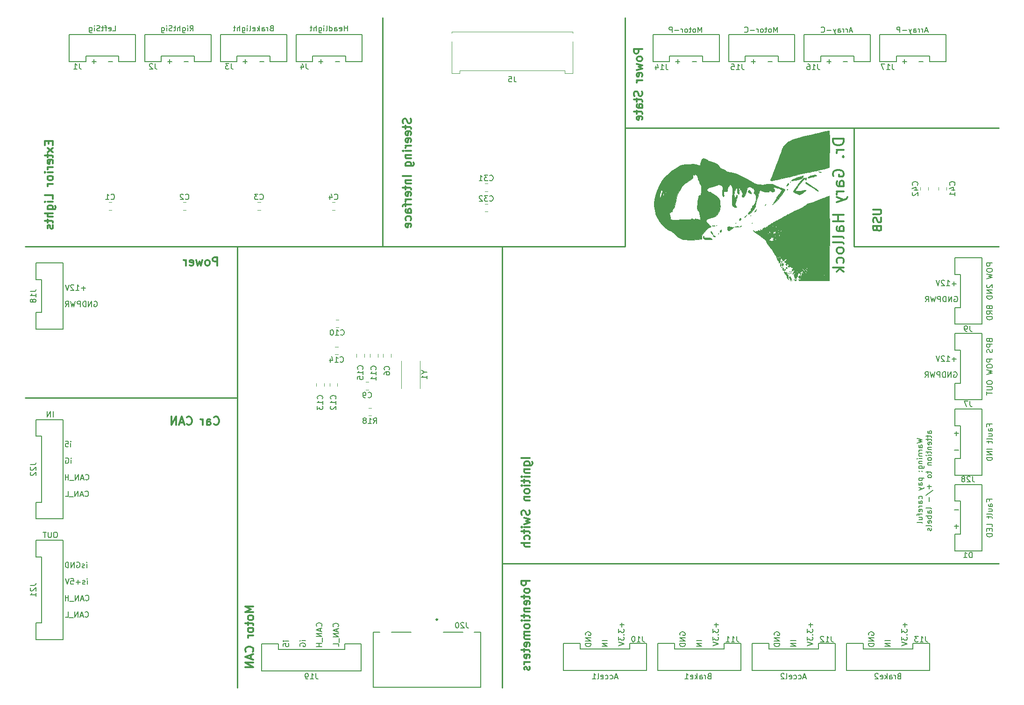
<source format=gbr>
G04 #@! TF.GenerationSoftware,KiCad,Pcbnew,(5.1.6)-1*
G04 #@! TF.CreationDate,2021-02-06T11:42:46-06:00*
G04 #@! TF.ProjectId,Dashboard,44617368-626f-4617-9264-2e6b69636164,rev?*
G04 #@! TF.SameCoordinates,Original*
G04 #@! TF.FileFunction,Legend,Bot*
G04 #@! TF.FilePolarity,Positive*
%FSLAX46Y46*%
G04 Gerber Fmt 4.6, Leading zero omitted, Abs format (unit mm)*
G04 Created by KiCad (PCBNEW (5.1.6)-1) date 2021-02-06 11:42:46*
%MOMM*%
%LPD*%
G01*
G04 APERTURE LIST*
%ADD10C,0.150000*%
%ADD11C,0.250000*%
%ADD12C,0.350000*%
%ADD13C,0.300000*%
%ADD14C,0.120000*%
%ADD15C,0.010000*%
%ADD16C,0.127000*%
G04 APERTURE END LIST*
D10*
X206302380Y-98030952D02*
X205302380Y-98030952D01*
X205302380Y-98411904D01*
X205350000Y-98507142D01*
X205397619Y-98554761D01*
X205492857Y-98602380D01*
X205635714Y-98602380D01*
X205730952Y-98554761D01*
X205778571Y-98507142D01*
X205826190Y-98411904D01*
X205826190Y-98030952D01*
X205302380Y-99221428D02*
X205302380Y-99411904D01*
X205350000Y-99507142D01*
X205445238Y-99602380D01*
X205635714Y-99650000D01*
X205969047Y-99650000D01*
X206159523Y-99602380D01*
X206254761Y-99507142D01*
X206302380Y-99411904D01*
X206302380Y-99221428D01*
X206254761Y-99126190D01*
X206159523Y-99030952D01*
X205969047Y-98983333D01*
X205635714Y-98983333D01*
X205445238Y-99030952D01*
X205350000Y-99126190D01*
X205302380Y-99221428D01*
X205302380Y-99983333D02*
X206302380Y-100221428D01*
X205588095Y-100411904D01*
X206302380Y-100602380D01*
X205302380Y-100840476D01*
X205397619Y-101935714D02*
X205350000Y-101983333D01*
X205302380Y-102078571D01*
X205302380Y-102316666D01*
X205350000Y-102411904D01*
X205397619Y-102459523D01*
X205492857Y-102507142D01*
X205588095Y-102507142D01*
X205730952Y-102459523D01*
X206302380Y-101888095D01*
X206302380Y-102507142D01*
X206302380Y-102935714D02*
X205302380Y-102935714D01*
X206302380Y-103507142D01*
X205302380Y-103507142D01*
X206302380Y-103983333D02*
X205302380Y-103983333D01*
X205302380Y-104221428D01*
X205350000Y-104364285D01*
X205445238Y-104459523D01*
X205540476Y-104507142D01*
X205730952Y-104554761D01*
X205873809Y-104554761D01*
X206064285Y-104507142D01*
X206159523Y-104459523D01*
X206254761Y-104364285D01*
X206302380Y-104221428D01*
X206302380Y-103983333D01*
X205778571Y-106078571D02*
X205826190Y-106221428D01*
X205873809Y-106269047D01*
X205969047Y-106316666D01*
X206111904Y-106316666D01*
X206207142Y-106269047D01*
X206254761Y-106221428D01*
X206302380Y-106126190D01*
X206302380Y-105745238D01*
X205302380Y-105745238D01*
X205302380Y-106078571D01*
X205350000Y-106173809D01*
X205397619Y-106221428D01*
X205492857Y-106269047D01*
X205588095Y-106269047D01*
X205683333Y-106221428D01*
X205730952Y-106173809D01*
X205778571Y-106078571D01*
X205778571Y-105745238D01*
X206302380Y-107316666D02*
X205826190Y-106983333D01*
X206302380Y-106745238D02*
X205302380Y-106745238D01*
X205302380Y-107126190D01*
X205350000Y-107221428D01*
X205397619Y-107269047D01*
X205492857Y-107316666D01*
X205635714Y-107316666D01*
X205730952Y-107269047D01*
X205778571Y-107221428D01*
X205826190Y-107126190D01*
X205826190Y-106745238D01*
X206302380Y-107745238D02*
X205302380Y-107745238D01*
X205302380Y-107983333D01*
X205350000Y-108126190D01*
X205445238Y-108221428D01*
X205540476Y-108269047D01*
X205730952Y-108316666D01*
X205873809Y-108316666D01*
X206064285Y-108269047D01*
X206159523Y-108221428D01*
X206254761Y-108126190D01*
X206302380Y-107983333D01*
X206302380Y-107745238D01*
X199761904Y-101771428D02*
X199000000Y-101771428D01*
X199380952Y-102152380D02*
X199380952Y-101390476D01*
X198000000Y-102152380D02*
X198571428Y-102152380D01*
X198285714Y-102152380D02*
X198285714Y-101152380D01*
X198380952Y-101295238D01*
X198476190Y-101390476D01*
X198571428Y-101438095D01*
X197619047Y-101247619D02*
X197571428Y-101200000D01*
X197476190Y-101152380D01*
X197238095Y-101152380D01*
X197142857Y-101200000D01*
X197095238Y-101247619D01*
X197047619Y-101342857D01*
X197047619Y-101438095D01*
X197095238Y-101580952D01*
X197666666Y-102152380D01*
X197047619Y-102152380D01*
X196761904Y-101152380D02*
X196428571Y-102152380D01*
X196095238Y-101152380D01*
X199433333Y-104100000D02*
X199528571Y-104052380D01*
X199671428Y-104052380D01*
X199814285Y-104100000D01*
X199909523Y-104195238D01*
X199957142Y-104290476D01*
X200004761Y-104480952D01*
X200004761Y-104623809D01*
X199957142Y-104814285D01*
X199909523Y-104909523D01*
X199814285Y-105004761D01*
X199671428Y-105052380D01*
X199576190Y-105052380D01*
X199433333Y-105004761D01*
X199385714Y-104957142D01*
X199385714Y-104623809D01*
X199576190Y-104623809D01*
X198957142Y-105052380D02*
X198957142Y-104052380D01*
X198385714Y-105052380D01*
X198385714Y-104052380D01*
X197909523Y-105052380D02*
X197909523Y-104052380D01*
X197671428Y-104052380D01*
X197528571Y-104100000D01*
X197433333Y-104195238D01*
X197385714Y-104290476D01*
X197338095Y-104480952D01*
X197338095Y-104623809D01*
X197385714Y-104814285D01*
X197433333Y-104909523D01*
X197528571Y-105004761D01*
X197671428Y-105052380D01*
X197909523Y-105052380D01*
X196909523Y-105052380D02*
X196909523Y-104052380D01*
X196528571Y-104052380D01*
X196433333Y-104100000D01*
X196385714Y-104147619D01*
X196338095Y-104242857D01*
X196338095Y-104385714D01*
X196385714Y-104480952D01*
X196433333Y-104528571D01*
X196528571Y-104576190D01*
X196909523Y-104576190D01*
X196004761Y-104052380D02*
X195766666Y-105052380D01*
X195576190Y-104338095D01*
X195385714Y-105052380D01*
X195147619Y-104052380D01*
X194195238Y-105052380D02*
X194528571Y-104576190D01*
X194766666Y-105052380D02*
X194766666Y-104052380D01*
X194385714Y-104052380D01*
X194290476Y-104100000D01*
X194242857Y-104147619D01*
X194195238Y-104242857D01*
X194195238Y-104385714D01*
X194242857Y-104480952D01*
X194290476Y-104528571D01*
X194385714Y-104576190D01*
X194766666Y-104576190D01*
X132600000Y-165488095D02*
X132552380Y-165392857D01*
X132552380Y-165250000D01*
X132600000Y-165107142D01*
X132695238Y-165011904D01*
X132790476Y-164964285D01*
X132980952Y-164916666D01*
X133123809Y-164916666D01*
X133314285Y-164964285D01*
X133409523Y-165011904D01*
X133504761Y-165107142D01*
X133552380Y-165250000D01*
X133552380Y-165345238D01*
X133504761Y-165488095D01*
X133457142Y-165535714D01*
X133123809Y-165535714D01*
X133123809Y-165345238D01*
X133552380Y-165964285D02*
X132552380Y-165964285D01*
X133552380Y-166535714D01*
X132552380Y-166535714D01*
X133552380Y-167011904D02*
X132552380Y-167011904D01*
X132552380Y-167250000D01*
X132600000Y-167392857D01*
X132695238Y-167488095D01*
X132790476Y-167535714D01*
X132980952Y-167583333D01*
X133123809Y-167583333D01*
X133314285Y-167535714D01*
X133409523Y-167488095D01*
X133504761Y-167392857D01*
X133552380Y-167250000D01*
X133552380Y-167011904D01*
X136552380Y-166476190D02*
X135552380Y-166476190D01*
X136552380Y-166952380D02*
X135552380Y-166952380D01*
X136552380Y-167523809D01*
X135552380Y-167523809D01*
X139171428Y-163250000D02*
X139171428Y-164011904D01*
X139552380Y-163630952D02*
X138790476Y-163630952D01*
X138552380Y-164392857D02*
X138552380Y-165011904D01*
X138933333Y-164678571D01*
X138933333Y-164821428D01*
X138980952Y-164916666D01*
X139028571Y-164964285D01*
X139123809Y-165011904D01*
X139361904Y-165011904D01*
X139457142Y-164964285D01*
X139504761Y-164916666D01*
X139552380Y-164821428D01*
X139552380Y-164535714D01*
X139504761Y-164440476D01*
X139457142Y-164392857D01*
X139457142Y-165440476D02*
X139504761Y-165488095D01*
X139552380Y-165440476D01*
X139504761Y-165392857D01*
X139457142Y-165440476D01*
X139552380Y-165440476D01*
X138552380Y-165821428D02*
X138552380Y-166440476D01*
X138933333Y-166107142D01*
X138933333Y-166250000D01*
X138980952Y-166345238D01*
X139028571Y-166392857D01*
X139123809Y-166440476D01*
X139361904Y-166440476D01*
X139457142Y-166392857D01*
X139504761Y-166345238D01*
X139552380Y-166250000D01*
X139552380Y-165964285D01*
X139504761Y-165869047D01*
X139457142Y-165821428D01*
X138552380Y-166726190D02*
X139552380Y-167059523D01*
X138552380Y-167392857D01*
X138361904Y-173166666D02*
X137885714Y-173166666D01*
X138457142Y-173452380D02*
X138123809Y-172452380D01*
X137790476Y-173452380D01*
X137028571Y-173404761D02*
X137123809Y-173452380D01*
X137314285Y-173452380D01*
X137409523Y-173404761D01*
X137457142Y-173357142D01*
X137504761Y-173261904D01*
X137504761Y-172976190D01*
X137457142Y-172880952D01*
X137409523Y-172833333D01*
X137314285Y-172785714D01*
X137123809Y-172785714D01*
X137028571Y-172833333D01*
X136171428Y-173404761D02*
X136266666Y-173452380D01*
X136457142Y-173452380D01*
X136552380Y-173404761D01*
X136600000Y-173357142D01*
X136647619Y-173261904D01*
X136647619Y-172976190D01*
X136600000Y-172880952D01*
X136552380Y-172833333D01*
X136457142Y-172785714D01*
X136266666Y-172785714D01*
X136171428Y-172833333D01*
X135361904Y-173404761D02*
X135457142Y-173452380D01*
X135647619Y-173452380D01*
X135742857Y-173404761D01*
X135790476Y-173309523D01*
X135790476Y-172928571D01*
X135742857Y-172833333D01*
X135647619Y-172785714D01*
X135457142Y-172785714D01*
X135361904Y-172833333D01*
X135314285Y-172928571D01*
X135314285Y-173023809D01*
X135790476Y-173119047D01*
X134742857Y-173452380D02*
X134838095Y-173404761D01*
X134885714Y-173309523D01*
X134885714Y-172452380D01*
X133838095Y-173452380D02*
X134409523Y-173452380D01*
X134123809Y-173452380D02*
X134123809Y-172452380D01*
X134219047Y-172595238D01*
X134314285Y-172690476D01*
X134409523Y-172738095D01*
X149700000Y-165488095D02*
X149652380Y-165392857D01*
X149652380Y-165250000D01*
X149700000Y-165107142D01*
X149795238Y-165011904D01*
X149890476Y-164964285D01*
X150080952Y-164916666D01*
X150223809Y-164916666D01*
X150414285Y-164964285D01*
X150509523Y-165011904D01*
X150604761Y-165107142D01*
X150652380Y-165250000D01*
X150652380Y-165345238D01*
X150604761Y-165488095D01*
X150557142Y-165535714D01*
X150223809Y-165535714D01*
X150223809Y-165345238D01*
X150652380Y-165964285D02*
X149652380Y-165964285D01*
X150652380Y-166535714D01*
X149652380Y-166535714D01*
X150652380Y-167011904D02*
X149652380Y-167011904D01*
X149652380Y-167250000D01*
X149700000Y-167392857D01*
X149795238Y-167488095D01*
X149890476Y-167535714D01*
X150080952Y-167583333D01*
X150223809Y-167583333D01*
X150414285Y-167535714D01*
X150509523Y-167488095D01*
X150604761Y-167392857D01*
X150652380Y-167250000D01*
X150652380Y-167011904D01*
X153652380Y-166476190D02*
X152652380Y-166476190D01*
X153652380Y-166952380D02*
X152652380Y-166952380D01*
X153652380Y-167523809D01*
X152652380Y-167523809D01*
X156271428Y-163250000D02*
X156271428Y-164011904D01*
X156652380Y-163630952D02*
X155890476Y-163630952D01*
X155652380Y-164392857D02*
X155652380Y-165011904D01*
X156033333Y-164678571D01*
X156033333Y-164821428D01*
X156080952Y-164916666D01*
X156128571Y-164964285D01*
X156223809Y-165011904D01*
X156461904Y-165011904D01*
X156557142Y-164964285D01*
X156604761Y-164916666D01*
X156652380Y-164821428D01*
X156652380Y-164535714D01*
X156604761Y-164440476D01*
X156557142Y-164392857D01*
X156557142Y-165440476D02*
X156604761Y-165488095D01*
X156652380Y-165440476D01*
X156604761Y-165392857D01*
X156557142Y-165440476D01*
X156652380Y-165440476D01*
X155652380Y-165821428D02*
X155652380Y-166440476D01*
X156033333Y-166107142D01*
X156033333Y-166250000D01*
X156080952Y-166345238D01*
X156128571Y-166392857D01*
X156223809Y-166440476D01*
X156461904Y-166440476D01*
X156557142Y-166392857D01*
X156604761Y-166345238D01*
X156652380Y-166250000D01*
X156652380Y-165964285D01*
X156604761Y-165869047D01*
X156557142Y-165821428D01*
X155652380Y-166726190D02*
X156652380Y-167059523D01*
X155652380Y-167392857D01*
X155000000Y-172928571D02*
X154857142Y-172976190D01*
X154809523Y-173023809D01*
X154761904Y-173119047D01*
X154761904Y-173261904D01*
X154809523Y-173357142D01*
X154857142Y-173404761D01*
X154952380Y-173452380D01*
X155333333Y-173452380D01*
X155333333Y-172452380D01*
X155000000Y-172452380D01*
X154904761Y-172500000D01*
X154857142Y-172547619D01*
X154809523Y-172642857D01*
X154809523Y-172738095D01*
X154857142Y-172833333D01*
X154904761Y-172880952D01*
X155000000Y-172928571D01*
X155333333Y-172928571D01*
X154333333Y-173452380D02*
X154333333Y-172785714D01*
X154333333Y-172976190D02*
X154285714Y-172880952D01*
X154238095Y-172833333D01*
X154142857Y-172785714D01*
X154047619Y-172785714D01*
X153285714Y-173452380D02*
X153285714Y-172928571D01*
X153333333Y-172833333D01*
X153428571Y-172785714D01*
X153619047Y-172785714D01*
X153714285Y-172833333D01*
X153285714Y-173404761D02*
X153380952Y-173452380D01*
X153619047Y-173452380D01*
X153714285Y-173404761D01*
X153761904Y-173309523D01*
X153761904Y-173214285D01*
X153714285Y-173119047D01*
X153619047Y-173071428D01*
X153380952Y-173071428D01*
X153285714Y-173023809D01*
X152809523Y-173452380D02*
X152809523Y-172452380D01*
X152714285Y-173071428D02*
X152428571Y-173452380D01*
X152428571Y-172785714D02*
X152809523Y-173166666D01*
X151619047Y-173404761D02*
X151714285Y-173452380D01*
X151904761Y-173452380D01*
X152000000Y-173404761D01*
X152047619Y-173309523D01*
X152047619Y-172928571D01*
X152000000Y-172833333D01*
X151904761Y-172785714D01*
X151714285Y-172785714D01*
X151619047Y-172833333D01*
X151571428Y-172928571D01*
X151571428Y-173023809D01*
X152047619Y-173119047D01*
X150619047Y-173452380D02*
X151190476Y-173452380D01*
X150904761Y-173452380D02*
X150904761Y-172452380D01*
X151000000Y-172595238D01*
X151095238Y-172690476D01*
X151190476Y-172738095D01*
X166800000Y-165488095D02*
X166752380Y-165392857D01*
X166752380Y-165250000D01*
X166800000Y-165107142D01*
X166895238Y-165011904D01*
X166990476Y-164964285D01*
X167180952Y-164916666D01*
X167323809Y-164916666D01*
X167514285Y-164964285D01*
X167609523Y-165011904D01*
X167704761Y-165107142D01*
X167752380Y-165250000D01*
X167752380Y-165345238D01*
X167704761Y-165488095D01*
X167657142Y-165535714D01*
X167323809Y-165535714D01*
X167323809Y-165345238D01*
X167752380Y-165964285D02*
X166752380Y-165964285D01*
X167752380Y-166535714D01*
X166752380Y-166535714D01*
X167752380Y-167011904D02*
X166752380Y-167011904D01*
X166752380Y-167250000D01*
X166800000Y-167392857D01*
X166895238Y-167488095D01*
X166990476Y-167535714D01*
X167180952Y-167583333D01*
X167323809Y-167583333D01*
X167514285Y-167535714D01*
X167609523Y-167488095D01*
X167704761Y-167392857D01*
X167752380Y-167250000D01*
X167752380Y-167011904D01*
X170752380Y-166476190D02*
X169752380Y-166476190D01*
X170752380Y-166952380D02*
X169752380Y-166952380D01*
X170752380Y-167523809D01*
X169752380Y-167523809D01*
X173371428Y-163250000D02*
X173371428Y-164011904D01*
X173752380Y-163630952D02*
X172990476Y-163630952D01*
X172752380Y-164392857D02*
X172752380Y-165011904D01*
X173133333Y-164678571D01*
X173133333Y-164821428D01*
X173180952Y-164916666D01*
X173228571Y-164964285D01*
X173323809Y-165011904D01*
X173561904Y-165011904D01*
X173657142Y-164964285D01*
X173704761Y-164916666D01*
X173752380Y-164821428D01*
X173752380Y-164535714D01*
X173704761Y-164440476D01*
X173657142Y-164392857D01*
X173657142Y-165440476D02*
X173704761Y-165488095D01*
X173752380Y-165440476D01*
X173704761Y-165392857D01*
X173657142Y-165440476D01*
X173752380Y-165440476D01*
X172752380Y-165821428D02*
X172752380Y-166440476D01*
X173133333Y-166107142D01*
X173133333Y-166250000D01*
X173180952Y-166345238D01*
X173228571Y-166392857D01*
X173323809Y-166440476D01*
X173561904Y-166440476D01*
X173657142Y-166392857D01*
X173704761Y-166345238D01*
X173752380Y-166250000D01*
X173752380Y-165964285D01*
X173704761Y-165869047D01*
X173657142Y-165821428D01*
X172752380Y-166726190D02*
X173752380Y-167059523D01*
X172752380Y-167392857D01*
X189400000Y-172928571D02*
X189257142Y-172976190D01*
X189209523Y-173023809D01*
X189161904Y-173119047D01*
X189161904Y-173261904D01*
X189209523Y-173357142D01*
X189257142Y-173404761D01*
X189352380Y-173452380D01*
X189733333Y-173452380D01*
X189733333Y-172452380D01*
X189400000Y-172452380D01*
X189304761Y-172500000D01*
X189257142Y-172547619D01*
X189209523Y-172642857D01*
X189209523Y-172738095D01*
X189257142Y-172833333D01*
X189304761Y-172880952D01*
X189400000Y-172928571D01*
X189733333Y-172928571D01*
X188733333Y-173452380D02*
X188733333Y-172785714D01*
X188733333Y-172976190D02*
X188685714Y-172880952D01*
X188638095Y-172833333D01*
X188542857Y-172785714D01*
X188447619Y-172785714D01*
X187685714Y-173452380D02*
X187685714Y-172928571D01*
X187733333Y-172833333D01*
X187828571Y-172785714D01*
X188019047Y-172785714D01*
X188114285Y-172833333D01*
X187685714Y-173404761D02*
X187780952Y-173452380D01*
X188019047Y-173452380D01*
X188114285Y-173404761D01*
X188161904Y-173309523D01*
X188161904Y-173214285D01*
X188114285Y-173119047D01*
X188019047Y-173071428D01*
X187780952Y-173071428D01*
X187685714Y-173023809D01*
X187209523Y-173452380D02*
X187209523Y-172452380D01*
X187114285Y-173071428D02*
X186828571Y-173452380D01*
X186828571Y-172785714D02*
X187209523Y-173166666D01*
X186019047Y-173404761D02*
X186114285Y-173452380D01*
X186304761Y-173452380D01*
X186400000Y-173404761D01*
X186447619Y-173309523D01*
X186447619Y-172928571D01*
X186400000Y-172833333D01*
X186304761Y-172785714D01*
X186114285Y-172785714D01*
X186019047Y-172833333D01*
X185971428Y-172928571D01*
X185971428Y-173023809D01*
X186447619Y-173119047D01*
X185590476Y-172547619D02*
X185542857Y-172500000D01*
X185447619Y-172452380D01*
X185209523Y-172452380D01*
X185114285Y-172500000D01*
X185066666Y-172547619D01*
X185019047Y-172642857D01*
X185019047Y-172738095D01*
X185066666Y-172880952D01*
X185638095Y-173452380D01*
X185019047Y-173452380D01*
X172511904Y-173166666D02*
X172035714Y-173166666D01*
X172607142Y-173452380D02*
X172273809Y-172452380D01*
X171940476Y-173452380D01*
X171178571Y-173404761D02*
X171273809Y-173452380D01*
X171464285Y-173452380D01*
X171559523Y-173404761D01*
X171607142Y-173357142D01*
X171654761Y-173261904D01*
X171654761Y-172976190D01*
X171607142Y-172880952D01*
X171559523Y-172833333D01*
X171464285Y-172785714D01*
X171273809Y-172785714D01*
X171178571Y-172833333D01*
X170321428Y-173404761D02*
X170416666Y-173452380D01*
X170607142Y-173452380D01*
X170702380Y-173404761D01*
X170750000Y-173357142D01*
X170797619Y-173261904D01*
X170797619Y-172976190D01*
X170750000Y-172880952D01*
X170702380Y-172833333D01*
X170607142Y-172785714D01*
X170416666Y-172785714D01*
X170321428Y-172833333D01*
X169511904Y-173404761D02*
X169607142Y-173452380D01*
X169797619Y-173452380D01*
X169892857Y-173404761D01*
X169940476Y-173309523D01*
X169940476Y-172928571D01*
X169892857Y-172833333D01*
X169797619Y-172785714D01*
X169607142Y-172785714D01*
X169511904Y-172833333D01*
X169464285Y-172928571D01*
X169464285Y-173023809D01*
X169940476Y-173119047D01*
X168892857Y-173452380D02*
X168988095Y-173404761D01*
X169035714Y-173309523D01*
X169035714Y-172452380D01*
X168559523Y-172547619D02*
X168511904Y-172500000D01*
X168416666Y-172452380D01*
X168178571Y-172452380D01*
X168083333Y-172500000D01*
X168035714Y-172547619D01*
X167988095Y-172642857D01*
X167988095Y-172738095D01*
X168035714Y-172880952D01*
X168607142Y-173452380D01*
X167988095Y-173452380D01*
X190471428Y-163250000D02*
X190471428Y-164011904D01*
X190852380Y-163630952D02*
X190090476Y-163630952D01*
X189852380Y-164392857D02*
X189852380Y-165011904D01*
X190233333Y-164678571D01*
X190233333Y-164821428D01*
X190280952Y-164916666D01*
X190328571Y-164964285D01*
X190423809Y-165011904D01*
X190661904Y-165011904D01*
X190757142Y-164964285D01*
X190804761Y-164916666D01*
X190852380Y-164821428D01*
X190852380Y-164535714D01*
X190804761Y-164440476D01*
X190757142Y-164392857D01*
X190757142Y-165440476D02*
X190804761Y-165488095D01*
X190852380Y-165440476D01*
X190804761Y-165392857D01*
X190757142Y-165440476D01*
X190852380Y-165440476D01*
X189852380Y-165821428D02*
X189852380Y-166440476D01*
X190233333Y-166107142D01*
X190233333Y-166250000D01*
X190280952Y-166345238D01*
X190328571Y-166392857D01*
X190423809Y-166440476D01*
X190661904Y-166440476D01*
X190757142Y-166392857D01*
X190804761Y-166345238D01*
X190852380Y-166250000D01*
X190852380Y-165964285D01*
X190804761Y-165869047D01*
X190757142Y-165821428D01*
X189852380Y-166726190D02*
X190852380Y-167059523D01*
X189852380Y-167392857D01*
X187852380Y-166476190D02*
X186852380Y-166476190D01*
X187852380Y-166952380D02*
X186852380Y-166952380D01*
X187852380Y-167523809D01*
X186852380Y-167523809D01*
X183900000Y-165488095D02*
X183852380Y-165392857D01*
X183852380Y-165250000D01*
X183900000Y-165107142D01*
X183995238Y-165011904D01*
X184090476Y-164964285D01*
X184280952Y-164916666D01*
X184423809Y-164916666D01*
X184614285Y-164964285D01*
X184709523Y-165011904D01*
X184804761Y-165107142D01*
X184852380Y-165250000D01*
X184852380Y-165345238D01*
X184804761Y-165488095D01*
X184757142Y-165535714D01*
X184423809Y-165535714D01*
X184423809Y-165345238D01*
X184852380Y-165964285D02*
X183852380Y-165964285D01*
X184852380Y-166535714D01*
X183852380Y-166535714D01*
X184852380Y-167011904D02*
X183852380Y-167011904D01*
X183852380Y-167250000D01*
X183900000Y-167392857D01*
X183995238Y-167488095D01*
X184090476Y-167535714D01*
X184280952Y-167583333D01*
X184423809Y-167583333D01*
X184614285Y-167535714D01*
X184709523Y-167488095D01*
X184804761Y-167392857D01*
X184852380Y-167250000D01*
X184852380Y-167011904D01*
X192627380Y-129809523D02*
X193627380Y-130047619D01*
X192913095Y-130238095D01*
X193627380Y-130428571D01*
X192627380Y-130666666D01*
X193627380Y-131476190D02*
X193103571Y-131476190D01*
X193008333Y-131428571D01*
X192960714Y-131333333D01*
X192960714Y-131142857D01*
X193008333Y-131047619D01*
X193579761Y-131476190D02*
X193627380Y-131380952D01*
X193627380Y-131142857D01*
X193579761Y-131047619D01*
X193484523Y-131000000D01*
X193389285Y-131000000D01*
X193294047Y-131047619D01*
X193246428Y-131142857D01*
X193246428Y-131380952D01*
X193198809Y-131476190D01*
X193627380Y-131952380D02*
X192960714Y-131952380D01*
X193151190Y-131952380D02*
X193055952Y-132000000D01*
X193008333Y-132047619D01*
X192960714Y-132142857D01*
X192960714Y-132238095D01*
X192960714Y-132571428D02*
X193627380Y-132571428D01*
X193055952Y-132571428D02*
X193008333Y-132619047D01*
X192960714Y-132714285D01*
X192960714Y-132857142D01*
X193008333Y-132952380D01*
X193103571Y-133000000D01*
X193627380Y-133000000D01*
X193627380Y-133476190D02*
X192960714Y-133476190D01*
X192627380Y-133476190D02*
X192675000Y-133428571D01*
X192722619Y-133476190D01*
X192675000Y-133523809D01*
X192627380Y-133476190D01*
X192722619Y-133476190D01*
X192960714Y-133952380D02*
X193627380Y-133952380D01*
X193055952Y-133952380D02*
X193008333Y-134000000D01*
X192960714Y-134095238D01*
X192960714Y-134238095D01*
X193008333Y-134333333D01*
X193103571Y-134380952D01*
X193627380Y-134380952D01*
X192960714Y-135285714D02*
X193770238Y-135285714D01*
X193865476Y-135238095D01*
X193913095Y-135190476D01*
X193960714Y-135095238D01*
X193960714Y-134952380D01*
X193913095Y-134857142D01*
X193579761Y-135285714D02*
X193627380Y-135190476D01*
X193627380Y-135000000D01*
X193579761Y-134904761D01*
X193532142Y-134857142D01*
X193436904Y-134809523D01*
X193151190Y-134809523D01*
X193055952Y-134857142D01*
X193008333Y-134904761D01*
X192960714Y-135000000D01*
X192960714Y-135190476D01*
X193008333Y-135285714D01*
X193532142Y-135761904D02*
X193579761Y-135809523D01*
X193627380Y-135761904D01*
X193579761Y-135714285D01*
X193532142Y-135761904D01*
X193627380Y-135761904D01*
X193008333Y-135761904D02*
X193055952Y-135809523D01*
X193103571Y-135761904D01*
X193055952Y-135714285D01*
X193008333Y-135761904D01*
X193103571Y-135761904D01*
X192960714Y-137000000D02*
X193960714Y-137000000D01*
X193008333Y-137000000D02*
X192960714Y-137095238D01*
X192960714Y-137285714D01*
X193008333Y-137380952D01*
X193055952Y-137428571D01*
X193151190Y-137476190D01*
X193436904Y-137476190D01*
X193532142Y-137428571D01*
X193579761Y-137380952D01*
X193627380Y-137285714D01*
X193627380Y-137095238D01*
X193579761Y-137000000D01*
X193627380Y-138333333D02*
X193103571Y-138333333D01*
X193008333Y-138285714D01*
X192960714Y-138190476D01*
X192960714Y-138000000D01*
X193008333Y-137904761D01*
X193579761Y-138333333D02*
X193627380Y-138238095D01*
X193627380Y-138000000D01*
X193579761Y-137904761D01*
X193484523Y-137857142D01*
X193389285Y-137857142D01*
X193294047Y-137904761D01*
X193246428Y-138000000D01*
X193246428Y-138238095D01*
X193198809Y-138333333D01*
X192960714Y-138714285D02*
X193627380Y-138952380D01*
X192960714Y-139190476D02*
X193627380Y-138952380D01*
X193865476Y-138857142D01*
X193913095Y-138809523D01*
X193960714Y-138714285D01*
X193579761Y-140761904D02*
X193627380Y-140666666D01*
X193627380Y-140476190D01*
X193579761Y-140380952D01*
X193532142Y-140333333D01*
X193436904Y-140285714D01*
X193151190Y-140285714D01*
X193055952Y-140333333D01*
X193008333Y-140380952D01*
X192960714Y-140476190D01*
X192960714Y-140666666D01*
X193008333Y-140761904D01*
X193627380Y-141619047D02*
X193103571Y-141619047D01*
X193008333Y-141571428D01*
X192960714Y-141476190D01*
X192960714Y-141285714D01*
X193008333Y-141190476D01*
X193579761Y-141619047D02*
X193627380Y-141523809D01*
X193627380Y-141285714D01*
X193579761Y-141190476D01*
X193484523Y-141142857D01*
X193389285Y-141142857D01*
X193294047Y-141190476D01*
X193246428Y-141285714D01*
X193246428Y-141523809D01*
X193198809Y-141619047D01*
X193627380Y-142095238D02*
X192960714Y-142095238D01*
X193151190Y-142095238D02*
X193055952Y-142142857D01*
X193008333Y-142190476D01*
X192960714Y-142285714D01*
X192960714Y-142380952D01*
X193579761Y-143095238D02*
X193627380Y-143000000D01*
X193627380Y-142809523D01*
X193579761Y-142714285D01*
X193484523Y-142666666D01*
X193103571Y-142666666D01*
X193008333Y-142714285D01*
X192960714Y-142809523D01*
X192960714Y-143000000D01*
X193008333Y-143095238D01*
X193103571Y-143142857D01*
X193198809Y-143142857D01*
X193294047Y-142666666D01*
X192960714Y-143428571D02*
X192960714Y-143809523D01*
X193627380Y-143571428D02*
X192770238Y-143571428D01*
X192675000Y-143619047D01*
X192627380Y-143714285D01*
X192627380Y-143809523D01*
X192960714Y-144571428D02*
X193627380Y-144571428D01*
X192960714Y-144142857D02*
X193484523Y-144142857D01*
X193579761Y-144190476D01*
X193627380Y-144285714D01*
X193627380Y-144428571D01*
X193579761Y-144523809D01*
X193532142Y-144571428D01*
X193627380Y-145190476D02*
X193579761Y-145095238D01*
X193484523Y-145047619D01*
X192627380Y-145047619D01*
X195277380Y-128928571D02*
X194753571Y-128928571D01*
X194658333Y-128880952D01*
X194610714Y-128785714D01*
X194610714Y-128595238D01*
X194658333Y-128500000D01*
X195229761Y-128928571D02*
X195277380Y-128833333D01*
X195277380Y-128595238D01*
X195229761Y-128500000D01*
X195134523Y-128452380D01*
X195039285Y-128452380D01*
X194944047Y-128500000D01*
X194896428Y-128595238D01*
X194896428Y-128833333D01*
X194848809Y-128928571D01*
X194610714Y-129261904D02*
X194610714Y-129642857D01*
X194277380Y-129404761D02*
X195134523Y-129404761D01*
X195229761Y-129452380D01*
X195277380Y-129547619D01*
X195277380Y-129642857D01*
X194610714Y-129833333D02*
X194610714Y-130214285D01*
X194277380Y-129976190D02*
X195134523Y-129976190D01*
X195229761Y-130023809D01*
X195277380Y-130119047D01*
X195277380Y-130214285D01*
X195229761Y-130928571D02*
X195277380Y-130833333D01*
X195277380Y-130642857D01*
X195229761Y-130547619D01*
X195134523Y-130500000D01*
X194753571Y-130500000D01*
X194658333Y-130547619D01*
X194610714Y-130642857D01*
X194610714Y-130833333D01*
X194658333Y-130928571D01*
X194753571Y-130976190D01*
X194848809Y-130976190D01*
X194944047Y-130500000D01*
X194610714Y-131404761D02*
X195277380Y-131404761D01*
X194705952Y-131404761D02*
X194658333Y-131452380D01*
X194610714Y-131547619D01*
X194610714Y-131690476D01*
X194658333Y-131785714D01*
X194753571Y-131833333D01*
X195277380Y-131833333D01*
X194610714Y-132166666D02*
X194610714Y-132547619D01*
X194277380Y-132309523D02*
X195134523Y-132309523D01*
X195229761Y-132357142D01*
X195277380Y-132452380D01*
X195277380Y-132547619D01*
X195277380Y-132880952D02*
X194610714Y-132880952D01*
X194277380Y-132880952D02*
X194325000Y-132833333D01*
X194372619Y-132880952D01*
X194325000Y-132928571D01*
X194277380Y-132880952D01*
X194372619Y-132880952D01*
X195277380Y-133499999D02*
X195229761Y-133404761D01*
X195182142Y-133357142D01*
X195086904Y-133309523D01*
X194801190Y-133309523D01*
X194705952Y-133357142D01*
X194658333Y-133404761D01*
X194610714Y-133499999D01*
X194610714Y-133642857D01*
X194658333Y-133738095D01*
X194705952Y-133785714D01*
X194801190Y-133833333D01*
X195086904Y-133833333D01*
X195182142Y-133785714D01*
X195229761Y-133738095D01*
X195277380Y-133642857D01*
X195277380Y-133499999D01*
X194610714Y-134261904D02*
X195277380Y-134261904D01*
X194705952Y-134261904D02*
X194658333Y-134309523D01*
X194610714Y-134404761D01*
X194610714Y-134547619D01*
X194658333Y-134642857D01*
X194753571Y-134690476D01*
X195277380Y-134690476D01*
X194610714Y-135785714D02*
X194610714Y-136166666D01*
X194277380Y-135928571D02*
X195134523Y-135928571D01*
X195229761Y-135976190D01*
X195277380Y-136071428D01*
X195277380Y-136166666D01*
X195277380Y-136642857D02*
X195229761Y-136547619D01*
X195182142Y-136499999D01*
X195086904Y-136452380D01*
X194801190Y-136452380D01*
X194705952Y-136499999D01*
X194658333Y-136547619D01*
X194610714Y-136642857D01*
X194610714Y-136785714D01*
X194658333Y-136880952D01*
X194705952Y-136928571D01*
X194801190Y-136976190D01*
X195086904Y-136976190D01*
X195182142Y-136928571D01*
X195229761Y-136880952D01*
X195277380Y-136785714D01*
X195277380Y-136642857D01*
X194896428Y-138166666D02*
X194896428Y-138928571D01*
X195277380Y-138547619D02*
X194515476Y-138547619D01*
X194229761Y-140119047D02*
X195515476Y-139261904D01*
X194896428Y-140452380D02*
X194896428Y-141214285D01*
X195277380Y-142595238D02*
X195229761Y-142499999D01*
X195134523Y-142452380D01*
X194277380Y-142452380D01*
X195277380Y-143404761D02*
X194753571Y-143404761D01*
X194658333Y-143357142D01*
X194610714Y-143261904D01*
X194610714Y-143071428D01*
X194658333Y-142976190D01*
X195229761Y-143404761D02*
X195277380Y-143309523D01*
X195277380Y-143071428D01*
X195229761Y-142976190D01*
X195134523Y-142928571D01*
X195039285Y-142928571D01*
X194944047Y-142976190D01*
X194896428Y-143071428D01*
X194896428Y-143309523D01*
X194848809Y-143404761D01*
X195277380Y-143880952D02*
X194277380Y-143880952D01*
X194658333Y-143880952D02*
X194610714Y-143976190D01*
X194610714Y-144166666D01*
X194658333Y-144261904D01*
X194705952Y-144309523D01*
X194801190Y-144357142D01*
X195086904Y-144357142D01*
X195182142Y-144309523D01*
X195229761Y-144261904D01*
X195277380Y-144166666D01*
X195277380Y-143976190D01*
X195229761Y-143880952D01*
X195229761Y-145166666D02*
X195277380Y-145071428D01*
X195277380Y-144880952D01*
X195229761Y-144785714D01*
X195134523Y-144738095D01*
X194753571Y-144738095D01*
X194658333Y-144785714D01*
X194610714Y-144880952D01*
X194610714Y-145071428D01*
X194658333Y-145166666D01*
X194753571Y-145214285D01*
X194848809Y-145214285D01*
X194944047Y-144738095D01*
X195277380Y-145785714D02*
X195229761Y-145690476D01*
X195134523Y-145642857D01*
X194277380Y-145642857D01*
X195229761Y-146119047D02*
X195277380Y-146214285D01*
X195277380Y-146404761D01*
X195229761Y-146499999D01*
X195134523Y-146547619D01*
X195086904Y-146547619D01*
X194991666Y-146499999D01*
X194944047Y-146404761D01*
X194944047Y-146261904D01*
X194896428Y-146166666D01*
X194801190Y-146119047D01*
X194753571Y-146119047D01*
X194658333Y-146166666D01*
X194610714Y-146261904D01*
X194610714Y-146404761D01*
X194658333Y-146499999D01*
X199761904Y-115471428D02*
X199000000Y-115471428D01*
X199380952Y-115852380D02*
X199380952Y-115090476D01*
X198000000Y-115852380D02*
X198571428Y-115852380D01*
X198285714Y-115852380D02*
X198285714Y-114852380D01*
X198380952Y-114995238D01*
X198476190Y-115090476D01*
X198571428Y-115138095D01*
X197619047Y-114947619D02*
X197571428Y-114900000D01*
X197476190Y-114852380D01*
X197238095Y-114852380D01*
X197142857Y-114900000D01*
X197095238Y-114947619D01*
X197047619Y-115042857D01*
X197047619Y-115138095D01*
X197095238Y-115280952D01*
X197666666Y-115852380D01*
X197047619Y-115852380D01*
X196761904Y-114852380D02*
X196428571Y-115852380D01*
X196095238Y-114852380D01*
X199333333Y-117800000D02*
X199428571Y-117752380D01*
X199571428Y-117752380D01*
X199714285Y-117800000D01*
X199809523Y-117895238D01*
X199857142Y-117990476D01*
X199904761Y-118180952D01*
X199904761Y-118323809D01*
X199857142Y-118514285D01*
X199809523Y-118609523D01*
X199714285Y-118704761D01*
X199571428Y-118752380D01*
X199476190Y-118752380D01*
X199333333Y-118704761D01*
X199285714Y-118657142D01*
X199285714Y-118323809D01*
X199476190Y-118323809D01*
X198857142Y-118752380D02*
X198857142Y-117752380D01*
X198285714Y-118752380D01*
X198285714Y-117752380D01*
X197809523Y-118752380D02*
X197809523Y-117752380D01*
X197571428Y-117752380D01*
X197428571Y-117800000D01*
X197333333Y-117895238D01*
X197285714Y-117990476D01*
X197238095Y-118180952D01*
X197238095Y-118323809D01*
X197285714Y-118514285D01*
X197333333Y-118609523D01*
X197428571Y-118704761D01*
X197571428Y-118752380D01*
X197809523Y-118752380D01*
X196809523Y-118752380D02*
X196809523Y-117752380D01*
X196428571Y-117752380D01*
X196333333Y-117800000D01*
X196285714Y-117847619D01*
X196238095Y-117942857D01*
X196238095Y-118085714D01*
X196285714Y-118180952D01*
X196333333Y-118228571D01*
X196428571Y-118276190D01*
X196809523Y-118276190D01*
X195904761Y-117752380D02*
X195666666Y-118752380D01*
X195476190Y-118038095D01*
X195285714Y-118752380D01*
X195047619Y-117752380D01*
X194095238Y-118752380D02*
X194428571Y-118276190D01*
X194666666Y-118752380D02*
X194666666Y-117752380D01*
X194285714Y-117752380D01*
X194190476Y-117800000D01*
X194142857Y-117847619D01*
X194095238Y-117942857D01*
X194095238Y-118085714D01*
X194142857Y-118180952D01*
X194190476Y-118228571D01*
X194285714Y-118276190D01*
X194666666Y-118276190D01*
X205778571Y-112059523D02*
X205826190Y-112202380D01*
X205873809Y-112250000D01*
X205969047Y-112297619D01*
X206111904Y-112297619D01*
X206207142Y-112250000D01*
X206254761Y-112202380D01*
X206302380Y-112107142D01*
X206302380Y-111726190D01*
X205302380Y-111726190D01*
X205302380Y-112059523D01*
X205350000Y-112154761D01*
X205397619Y-112202380D01*
X205492857Y-112250000D01*
X205588095Y-112250000D01*
X205683333Y-112202380D01*
X205730952Y-112154761D01*
X205778571Y-112059523D01*
X205778571Y-111726190D01*
X206302380Y-112726190D02*
X205302380Y-112726190D01*
X205302380Y-113107142D01*
X205350000Y-113202380D01*
X205397619Y-113250000D01*
X205492857Y-113297619D01*
X205635714Y-113297619D01*
X205730952Y-113250000D01*
X205778571Y-113202380D01*
X205826190Y-113107142D01*
X205826190Y-112726190D01*
X206254761Y-113678571D02*
X206302380Y-113821428D01*
X206302380Y-114059523D01*
X206254761Y-114154761D01*
X206207142Y-114202380D01*
X206111904Y-114250000D01*
X206016666Y-114250000D01*
X205921428Y-114202380D01*
X205873809Y-114154761D01*
X205826190Y-114059523D01*
X205778571Y-113869047D01*
X205730952Y-113773809D01*
X205683333Y-113726190D01*
X205588095Y-113678571D01*
X205492857Y-113678571D01*
X205397619Y-113726190D01*
X205350000Y-113773809D01*
X205302380Y-113869047D01*
X205302380Y-114107142D01*
X205350000Y-114250000D01*
X206302380Y-115440476D02*
X205302380Y-115440476D01*
X205302380Y-115821428D01*
X205350000Y-115916666D01*
X205397619Y-115964285D01*
X205492857Y-116011904D01*
X205635714Y-116011904D01*
X205730952Y-115964285D01*
X205778571Y-115916666D01*
X205826190Y-115821428D01*
X205826190Y-115440476D01*
X205302380Y-116630952D02*
X205302380Y-116821428D01*
X205350000Y-116916666D01*
X205445238Y-117011904D01*
X205635714Y-117059523D01*
X205969047Y-117059523D01*
X206159523Y-117011904D01*
X206254761Y-116916666D01*
X206302380Y-116821428D01*
X206302380Y-116630952D01*
X206254761Y-116535714D01*
X206159523Y-116440476D01*
X205969047Y-116392857D01*
X205635714Y-116392857D01*
X205445238Y-116440476D01*
X205350000Y-116535714D01*
X205302380Y-116630952D01*
X205302380Y-117392857D02*
X206302380Y-117630952D01*
X205588095Y-117821428D01*
X206302380Y-118011904D01*
X205302380Y-118250000D01*
X205302380Y-119583333D02*
X205302380Y-119773809D01*
X205350000Y-119869047D01*
X205445238Y-119964285D01*
X205635714Y-120011904D01*
X205969047Y-120011904D01*
X206159523Y-119964285D01*
X206254761Y-119869047D01*
X206302380Y-119773809D01*
X206302380Y-119583333D01*
X206254761Y-119488095D01*
X206159523Y-119392857D01*
X205969047Y-119345238D01*
X205635714Y-119345238D01*
X205445238Y-119392857D01*
X205350000Y-119488095D01*
X205302380Y-119583333D01*
X205302380Y-120440476D02*
X206111904Y-120440476D01*
X206207142Y-120488095D01*
X206254761Y-120535714D01*
X206302380Y-120630952D01*
X206302380Y-120821428D01*
X206254761Y-120916666D01*
X206207142Y-120964285D01*
X206111904Y-121011904D01*
X205302380Y-121011904D01*
X205302380Y-121345238D02*
X205302380Y-121916666D01*
X206302380Y-121630952D02*
X205302380Y-121630952D01*
X199419047Y-128928571D02*
X200180952Y-128928571D01*
X199800000Y-128547619D02*
X199800000Y-129309523D01*
X199419047Y-131928571D02*
X200180952Y-131928571D01*
X205778571Y-127547619D02*
X205778571Y-127214285D01*
X206302380Y-127214285D02*
X205302380Y-127214285D01*
X205302380Y-127690476D01*
X206302380Y-128500000D02*
X205778571Y-128500000D01*
X205683333Y-128452380D01*
X205635714Y-128357142D01*
X205635714Y-128166666D01*
X205683333Y-128071428D01*
X206254761Y-128500000D02*
X206302380Y-128404761D01*
X206302380Y-128166666D01*
X206254761Y-128071428D01*
X206159523Y-128023809D01*
X206064285Y-128023809D01*
X205969047Y-128071428D01*
X205921428Y-128166666D01*
X205921428Y-128404761D01*
X205873809Y-128500000D01*
X205635714Y-129404761D02*
X206302380Y-129404761D01*
X205635714Y-128976190D02*
X206159523Y-128976190D01*
X206254761Y-129023809D01*
X206302380Y-129119047D01*
X206302380Y-129261904D01*
X206254761Y-129357142D01*
X206207142Y-129404761D01*
X206302380Y-130023809D02*
X206254761Y-129928571D01*
X206159523Y-129880952D01*
X205302380Y-129880952D01*
X205635714Y-130261904D02*
X205635714Y-130642857D01*
X205302380Y-130404761D02*
X206159523Y-130404761D01*
X206254761Y-130452380D01*
X206302380Y-130547619D01*
X206302380Y-130642857D01*
X206302380Y-131738095D02*
X205302380Y-131738095D01*
X206302380Y-132214285D02*
X205302380Y-132214285D01*
X206302380Y-132785714D01*
X205302380Y-132785714D01*
X206302380Y-133261904D02*
X205302380Y-133261904D01*
X205302380Y-133500000D01*
X205350000Y-133642857D01*
X205445238Y-133738095D01*
X205540476Y-133785714D01*
X205730952Y-133833333D01*
X205873809Y-133833333D01*
X206064285Y-133785714D01*
X206159523Y-133738095D01*
X206254761Y-133642857D01*
X206302380Y-133500000D01*
X206302380Y-133261904D01*
X205778571Y-141202380D02*
X205778571Y-140869047D01*
X206302380Y-140869047D02*
X205302380Y-140869047D01*
X205302380Y-141345238D01*
X206302380Y-142154761D02*
X205778571Y-142154761D01*
X205683333Y-142107142D01*
X205635714Y-142011904D01*
X205635714Y-141821428D01*
X205683333Y-141726190D01*
X206254761Y-142154761D02*
X206302380Y-142059523D01*
X206302380Y-141821428D01*
X206254761Y-141726190D01*
X206159523Y-141678571D01*
X206064285Y-141678571D01*
X205969047Y-141726190D01*
X205921428Y-141821428D01*
X205921428Y-142059523D01*
X205873809Y-142154761D01*
X205635714Y-143059523D02*
X206302380Y-143059523D01*
X205635714Y-142630952D02*
X206159523Y-142630952D01*
X206254761Y-142678571D01*
X206302380Y-142773809D01*
X206302380Y-142916666D01*
X206254761Y-143011904D01*
X206207142Y-143059523D01*
X206302380Y-143678571D02*
X206254761Y-143583333D01*
X206159523Y-143535714D01*
X205302380Y-143535714D01*
X205635714Y-143916666D02*
X205635714Y-144297619D01*
X205302380Y-144059523D02*
X206159523Y-144059523D01*
X206254761Y-144107142D01*
X206302380Y-144202380D01*
X206302380Y-144297619D01*
X206302380Y-145869047D02*
X206302380Y-145392857D01*
X205302380Y-145392857D01*
X205778571Y-146202380D02*
X205778571Y-146535714D01*
X206302380Y-146678571D02*
X206302380Y-146202380D01*
X205302380Y-146202380D01*
X205302380Y-146678571D01*
X206302380Y-147107142D02*
X205302380Y-147107142D01*
X205302380Y-147345238D01*
X205350000Y-147488095D01*
X205445238Y-147583333D01*
X205540476Y-147630952D01*
X205730952Y-147678571D01*
X205873809Y-147678571D01*
X206064285Y-147630952D01*
X206159523Y-147583333D01*
X206254761Y-147488095D01*
X206302380Y-147345238D01*
X206302380Y-147107142D01*
X200180952Y-142771428D02*
X199419047Y-142771428D01*
X200180952Y-145771428D02*
X199419047Y-145771428D01*
X199800000Y-146152380D02*
X199800000Y-145390476D01*
X46857142Y-55952380D02*
X47333333Y-55952380D01*
X47333333Y-54952380D01*
X46142857Y-55904761D02*
X46238095Y-55952380D01*
X46428571Y-55952380D01*
X46523809Y-55904761D01*
X46571428Y-55809523D01*
X46571428Y-55428571D01*
X46523809Y-55333333D01*
X46428571Y-55285714D01*
X46238095Y-55285714D01*
X46142857Y-55333333D01*
X46095238Y-55428571D01*
X46095238Y-55523809D01*
X46571428Y-55619047D01*
X45809523Y-55285714D02*
X45428571Y-55285714D01*
X45666666Y-55952380D02*
X45666666Y-55095238D01*
X45619047Y-55000000D01*
X45523809Y-54952380D01*
X45428571Y-54952380D01*
X45238095Y-55285714D02*
X44857142Y-55285714D01*
X45095238Y-54952380D02*
X45095238Y-55809523D01*
X45047619Y-55904761D01*
X44952380Y-55952380D01*
X44857142Y-55952380D01*
X44571428Y-55904761D02*
X44428571Y-55952380D01*
X44190476Y-55952380D01*
X44095238Y-55904761D01*
X44047619Y-55857142D01*
X44000000Y-55761904D01*
X44000000Y-55666666D01*
X44047619Y-55571428D01*
X44095238Y-55523809D01*
X44190476Y-55476190D01*
X44380952Y-55428571D01*
X44476190Y-55380952D01*
X44523809Y-55333333D01*
X44571428Y-55238095D01*
X44571428Y-55142857D01*
X44523809Y-55047619D01*
X44476190Y-55000000D01*
X44380952Y-54952380D01*
X44142857Y-54952380D01*
X44000000Y-55000000D01*
X43571428Y-55952380D02*
X43571428Y-55285714D01*
X43571428Y-54952380D02*
X43619047Y-55000000D01*
X43571428Y-55047619D01*
X43523809Y-55000000D01*
X43571428Y-54952380D01*
X43571428Y-55047619D01*
X42666666Y-55285714D02*
X42666666Y-56095238D01*
X42714285Y-56190476D01*
X42761904Y-56238095D01*
X42857142Y-56285714D01*
X43000000Y-56285714D01*
X43095238Y-56238095D01*
X42666666Y-55904761D02*
X42761904Y-55952380D01*
X42952380Y-55952380D01*
X43047619Y-55904761D01*
X43095238Y-55857142D01*
X43142857Y-55761904D01*
X43142857Y-55476190D01*
X43095238Y-55380952D01*
X43047619Y-55333333D01*
X42952380Y-55285714D01*
X42761904Y-55285714D01*
X42666666Y-55333333D01*
X60885714Y-55952380D02*
X61219047Y-55476190D01*
X61457142Y-55952380D02*
X61457142Y-54952380D01*
X61076190Y-54952380D01*
X60980952Y-55000000D01*
X60933333Y-55047619D01*
X60885714Y-55142857D01*
X60885714Y-55285714D01*
X60933333Y-55380952D01*
X60980952Y-55428571D01*
X61076190Y-55476190D01*
X61457142Y-55476190D01*
X60457142Y-55952380D02*
X60457142Y-55285714D01*
X60457142Y-54952380D02*
X60504761Y-55000000D01*
X60457142Y-55047619D01*
X60409523Y-55000000D01*
X60457142Y-54952380D01*
X60457142Y-55047619D01*
X59552380Y-55285714D02*
X59552380Y-56095238D01*
X59600000Y-56190476D01*
X59647619Y-56238095D01*
X59742857Y-56285714D01*
X59885714Y-56285714D01*
X59980952Y-56238095D01*
X59552380Y-55904761D02*
X59647619Y-55952380D01*
X59838095Y-55952380D01*
X59933333Y-55904761D01*
X59980952Y-55857142D01*
X60028571Y-55761904D01*
X60028571Y-55476190D01*
X59980952Y-55380952D01*
X59933333Y-55333333D01*
X59838095Y-55285714D01*
X59647619Y-55285714D01*
X59552380Y-55333333D01*
X59076190Y-55952380D02*
X59076190Y-54952380D01*
X58647619Y-55952380D02*
X58647619Y-55428571D01*
X58695238Y-55333333D01*
X58790476Y-55285714D01*
X58933333Y-55285714D01*
X59028571Y-55333333D01*
X59076190Y-55380952D01*
X58314285Y-55285714D02*
X57933333Y-55285714D01*
X58171428Y-54952380D02*
X58171428Y-55809523D01*
X58123809Y-55904761D01*
X58028571Y-55952380D01*
X57933333Y-55952380D01*
X57647619Y-55904761D02*
X57504761Y-55952380D01*
X57266666Y-55952380D01*
X57171428Y-55904761D01*
X57123809Y-55857142D01*
X57076190Y-55761904D01*
X57076190Y-55666666D01*
X57123809Y-55571428D01*
X57171428Y-55523809D01*
X57266666Y-55476190D01*
X57457142Y-55428571D01*
X57552380Y-55380952D01*
X57600000Y-55333333D01*
X57647619Y-55238095D01*
X57647619Y-55142857D01*
X57600000Y-55047619D01*
X57552380Y-55000000D01*
X57457142Y-54952380D01*
X57219047Y-54952380D01*
X57076190Y-55000000D01*
X56647619Y-55952380D02*
X56647619Y-55285714D01*
X56647619Y-54952380D02*
X56695238Y-55000000D01*
X56647619Y-55047619D01*
X56600000Y-55000000D01*
X56647619Y-54952380D01*
X56647619Y-55047619D01*
X55742857Y-55285714D02*
X55742857Y-56095238D01*
X55790476Y-56190476D01*
X55838095Y-56238095D01*
X55933333Y-56285714D01*
X56076190Y-56285714D01*
X56171428Y-56238095D01*
X55742857Y-55904761D02*
X55838095Y-55952380D01*
X56028571Y-55952380D01*
X56123809Y-55904761D01*
X56171428Y-55857142D01*
X56219047Y-55761904D01*
X56219047Y-55476190D01*
X56171428Y-55380952D01*
X56123809Y-55333333D01*
X56028571Y-55285714D01*
X55838095Y-55285714D01*
X55742857Y-55333333D01*
X89409523Y-55952380D02*
X89409523Y-54952380D01*
X89409523Y-55428571D02*
X88838095Y-55428571D01*
X88838095Y-55952380D02*
X88838095Y-54952380D01*
X87980952Y-55904761D02*
X88076190Y-55952380D01*
X88266666Y-55952380D01*
X88361904Y-55904761D01*
X88409523Y-55809523D01*
X88409523Y-55428571D01*
X88361904Y-55333333D01*
X88266666Y-55285714D01*
X88076190Y-55285714D01*
X87980952Y-55333333D01*
X87933333Y-55428571D01*
X87933333Y-55523809D01*
X88409523Y-55619047D01*
X87076190Y-55952380D02*
X87076190Y-55428571D01*
X87123809Y-55333333D01*
X87219047Y-55285714D01*
X87409523Y-55285714D01*
X87504761Y-55333333D01*
X87076190Y-55904761D02*
X87171428Y-55952380D01*
X87409523Y-55952380D01*
X87504761Y-55904761D01*
X87552380Y-55809523D01*
X87552380Y-55714285D01*
X87504761Y-55619047D01*
X87409523Y-55571428D01*
X87171428Y-55571428D01*
X87076190Y-55523809D01*
X86171428Y-55952380D02*
X86171428Y-54952380D01*
X86171428Y-55904761D02*
X86266666Y-55952380D01*
X86457142Y-55952380D01*
X86552380Y-55904761D01*
X86600000Y-55857142D01*
X86647619Y-55761904D01*
X86647619Y-55476190D01*
X86600000Y-55380952D01*
X86552380Y-55333333D01*
X86457142Y-55285714D01*
X86266666Y-55285714D01*
X86171428Y-55333333D01*
X85552380Y-55952380D02*
X85647619Y-55904761D01*
X85695238Y-55809523D01*
X85695238Y-54952380D01*
X85171428Y-55952380D02*
X85171428Y-55285714D01*
X85171428Y-54952380D02*
X85219047Y-55000000D01*
X85171428Y-55047619D01*
X85123809Y-55000000D01*
X85171428Y-54952380D01*
X85171428Y-55047619D01*
X84266666Y-55285714D02*
X84266666Y-56095238D01*
X84314285Y-56190476D01*
X84361904Y-56238095D01*
X84457142Y-56285714D01*
X84600000Y-56285714D01*
X84695238Y-56238095D01*
X84266666Y-55904761D02*
X84361904Y-55952380D01*
X84552380Y-55952380D01*
X84647619Y-55904761D01*
X84695238Y-55857142D01*
X84742857Y-55761904D01*
X84742857Y-55476190D01*
X84695238Y-55380952D01*
X84647619Y-55333333D01*
X84552380Y-55285714D01*
X84361904Y-55285714D01*
X84266666Y-55333333D01*
X83790476Y-55952380D02*
X83790476Y-54952380D01*
X83361904Y-55952380D02*
X83361904Y-55428571D01*
X83409523Y-55333333D01*
X83504761Y-55285714D01*
X83647619Y-55285714D01*
X83742857Y-55333333D01*
X83790476Y-55380952D01*
X83028571Y-55285714D02*
X82647619Y-55285714D01*
X82885714Y-54952380D02*
X82885714Y-55809523D01*
X82838095Y-55904761D01*
X82742857Y-55952380D01*
X82647619Y-55952380D01*
X75664285Y-55428571D02*
X75521428Y-55476190D01*
X75473809Y-55523809D01*
X75426190Y-55619047D01*
X75426190Y-55761904D01*
X75473809Y-55857142D01*
X75521428Y-55904761D01*
X75616666Y-55952380D01*
X75997619Y-55952380D01*
X75997619Y-54952380D01*
X75664285Y-54952380D01*
X75569047Y-55000000D01*
X75521428Y-55047619D01*
X75473809Y-55142857D01*
X75473809Y-55238095D01*
X75521428Y-55333333D01*
X75569047Y-55380952D01*
X75664285Y-55428571D01*
X75997619Y-55428571D01*
X74997619Y-55952380D02*
X74997619Y-55285714D01*
X74997619Y-55476190D02*
X74950000Y-55380952D01*
X74902380Y-55333333D01*
X74807142Y-55285714D01*
X74711904Y-55285714D01*
X73950000Y-55952380D02*
X73950000Y-55428571D01*
X73997619Y-55333333D01*
X74092857Y-55285714D01*
X74283333Y-55285714D01*
X74378571Y-55333333D01*
X73950000Y-55904761D02*
X74045238Y-55952380D01*
X74283333Y-55952380D01*
X74378571Y-55904761D01*
X74426190Y-55809523D01*
X74426190Y-55714285D01*
X74378571Y-55619047D01*
X74283333Y-55571428D01*
X74045238Y-55571428D01*
X73950000Y-55523809D01*
X73473809Y-55952380D02*
X73473809Y-54952380D01*
X73378571Y-55571428D02*
X73092857Y-55952380D01*
X73092857Y-55285714D02*
X73473809Y-55666666D01*
X72283333Y-55904761D02*
X72378571Y-55952380D01*
X72569047Y-55952380D01*
X72664285Y-55904761D01*
X72711904Y-55809523D01*
X72711904Y-55428571D01*
X72664285Y-55333333D01*
X72569047Y-55285714D01*
X72378571Y-55285714D01*
X72283333Y-55333333D01*
X72235714Y-55428571D01*
X72235714Y-55523809D01*
X72711904Y-55619047D01*
X71664285Y-55952380D02*
X71759523Y-55904761D01*
X71807142Y-55809523D01*
X71807142Y-54952380D01*
X71283333Y-55952380D02*
X71283333Y-55285714D01*
X71283333Y-54952380D02*
X71330952Y-55000000D01*
X71283333Y-55047619D01*
X71235714Y-55000000D01*
X71283333Y-54952380D01*
X71283333Y-55047619D01*
X70378571Y-55285714D02*
X70378571Y-56095238D01*
X70426190Y-56190476D01*
X70473809Y-56238095D01*
X70569047Y-56285714D01*
X70711904Y-56285714D01*
X70807142Y-56238095D01*
X70378571Y-55904761D02*
X70473809Y-55952380D01*
X70664285Y-55952380D01*
X70759523Y-55904761D01*
X70807142Y-55857142D01*
X70854761Y-55761904D01*
X70854761Y-55476190D01*
X70807142Y-55380952D01*
X70759523Y-55333333D01*
X70664285Y-55285714D01*
X70473809Y-55285714D01*
X70378571Y-55333333D01*
X69902380Y-55952380D02*
X69902380Y-54952380D01*
X69473809Y-55952380D02*
X69473809Y-55428571D01*
X69521428Y-55333333D01*
X69616666Y-55285714D01*
X69759523Y-55285714D01*
X69854761Y-55333333D01*
X69902380Y-55380952D01*
X69140476Y-55285714D02*
X68759523Y-55285714D01*
X68997619Y-54952380D02*
X68997619Y-55809523D01*
X68950000Y-55904761D01*
X68854761Y-55952380D01*
X68759523Y-55952380D01*
X194609523Y-55916666D02*
X194133333Y-55916666D01*
X194704761Y-56202380D02*
X194371428Y-55202380D01*
X194038095Y-56202380D01*
X193704761Y-56202380D02*
X193704761Y-55535714D01*
X193704761Y-55726190D02*
X193657142Y-55630952D01*
X193609523Y-55583333D01*
X193514285Y-55535714D01*
X193419047Y-55535714D01*
X193085714Y-56202380D02*
X193085714Y-55535714D01*
X193085714Y-55726190D02*
X193038095Y-55630952D01*
X192990476Y-55583333D01*
X192895238Y-55535714D01*
X192800000Y-55535714D01*
X192038095Y-56202380D02*
X192038095Y-55678571D01*
X192085714Y-55583333D01*
X192180952Y-55535714D01*
X192371428Y-55535714D01*
X192466666Y-55583333D01*
X192038095Y-56154761D02*
X192133333Y-56202380D01*
X192371428Y-56202380D01*
X192466666Y-56154761D01*
X192514285Y-56059523D01*
X192514285Y-55964285D01*
X192466666Y-55869047D01*
X192371428Y-55821428D01*
X192133333Y-55821428D01*
X192038095Y-55773809D01*
X191657142Y-55535714D02*
X191419047Y-56202380D01*
X191180952Y-55535714D02*
X191419047Y-56202380D01*
X191514285Y-56440476D01*
X191561904Y-56488095D01*
X191657142Y-56535714D01*
X190800000Y-55821428D02*
X190038095Y-55821428D01*
X189561904Y-56202380D02*
X189561904Y-55202380D01*
X189180952Y-55202380D01*
X189085714Y-55250000D01*
X189038095Y-55297619D01*
X188990476Y-55392857D01*
X188990476Y-55535714D01*
X189038095Y-55630952D01*
X189085714Y-55678571D01*
X189180952Y-55726190D01*
X189561904Y-55726190D01*
X180909523Y-55916666D02*
X180433333Y-55916666D01*
X181004761Y-56202380D02*
X180671428Y-55202380D01*
X180338095Y-56202380D01*
X180004761Y-56202380D02*
X180004761Y-55535714D01*
X180004761Y-55726190D02*
X179957142Y-55630952D01*
X179909523Y-55583333D01*
X179814285Y-55535714D01*
X179719047Y-55535714D01*
X179385714Y-56202380D02*
X179385714Y-55535714D01*
X179385714Y-55726190D02*
X179338095Y-55630952D01*
X179290476Y-55583333D01*
X179195238Y-55535714D01*
X179100000Y-55535714D01*
X178338095Y-56202380D02*
X178338095Y-55678571D01*
X178385714Y-55583333D01*
X178480952Y-55535714D01*
X178671428Y-55535714D01*
X178766666Y-55583333D01*
X178338095Y-56154761D02*
X178433333Y-56202380D01*
X178671428Y-56202380D01*
X178766666Y-56154761D01*
X178814285Y-56059523D01*
X178814285Y-55964285D01*
X178766666Y-55869047D01*
X178671428Y-55821428D01*
X178433333Y-55821428D01*
X178338095Y-55773809D01*
X177957142Y-55535714D02*
X177719047Y-56202380D01*
X177480952Y-55535714D02*
X177719047Y-56202380D01*
X177814285Y-56440476D01*
X177861904Y-56488095D01*
X177957142Y-56535714D01*
X177100000Y-55821428D02*
X176338095Y-55821428D01*
X175290476Y-56107142D02*
X175338095Y-56154761D01*
X175480952Y-56202380D01*
X175576190Y-56202380D01*
X175719047Y-56154761D01*
X175814285Y-56059523D01*
X175861904Y-55964285D01*
X175909523Y-55773809D01*
X175909523Y-55630952D01*
X175861904Y-55440476D01*
X175814285Y-55345238D01*
X175719047Y-55250000D01*
X175576190Y-55202380D01*
X175480952Y-55202380D01*
X175338095Y-55250000D01*
X175290476Y-55297619D01*
X167352380Y-56202380D02*
X167352380Y-55202380D01*
X167019047Y-55916666D01*
X166685714Y-55202380D01*
X166685714Y-56202380D01*
X166066666Y-56202380D02*
X166161904Y-56154761D01*
X166209523Y-56107142D01*
X166257142Y-56011904D01*
X166257142Y-55726190D01*
X166209523Y-55630952D01*
X166161904Y-55583333D01*
X166066666Y-55535714D01*
X165923809Y-55535714D01*
X165828571Y-55583333D01*
X165780952Y-55630952D01*
X165733333Y-55726190D01*
X165733333Y-56011904D01*
X165780952Y-56107142D01*
X165828571Y-56154761D01*
X165923809Y-56202380D01*
X166066666Y-56202380D01*
X165447619Y-55535714D02*
X165066666Y-55535714D01*
X165304761Y-55202380D02*
X165304761Y-56059523D01*
X165257142Y-56154761D01*
X165161904Y-56202380D01*
X165066666Y-56202380D01*
X164590476Y-56202380D02*
X164685714Y-56154761D01*
X164733333Y-56107142D01*
X164780952Y-56011904D01*
X164780952Y-55726190D01*
X164733333Y-55630952D01*
X164685714Y-55583333D01*
X164590476Y-55535714D01*
X164447619Y-55535714D01*
X164352380Y-55583333D01*
X164304761Y-55630952D01*
X164257142Y-55726190D01*
X164257142Y-56011904D01*
X164304761Y-56107142D01*
X164352380Y-56154761D01*
X164447619Y-56202380D01*
X164590476Y-56202380D01*
X163828571Y-56202380D02*
X163828571Y-55535714D01*
X163828571Y-55726190D02*
X163780952Y-55630952D01*
X163733333Y-55583333D01*
X163638095Y-55535714D01*
X163542857Y-55535714D01*
X163209523Y-55821428D02*
X162447619Y-55821428D01*
X161400000Y-56107142D02*
X161447619Y-56154761D01*
X161590476Y-56202380D01*
X161685714Y-56202380D01*
X161828571Y-56154761D01*
X161923809Y-56059523D01*
X161971428Y-55964285D01*
X162019047Y-55773809D01*
X162019047Y-55630952D01*
X161971428Y-55440476D01*
X161923809Y-55345238D01*
X161828571Y-55250000D01*
X161685714Y-55202380D01*
X161590476Y-55202380D01*
X161447619Y-55250000D01*
X161400000Y-55297619D01*
X153652380Y-56202380D02*
X153652380Y-55202380D01*
X153319047Y-55916666D01*
X152985714Y-55202380D01*
X152985714Y-56202380D01*
X152366666Y-56202380D02*
X152461904Y-56154761D01*
X152509523Y-56107142D01*
X152557142Y-56011904D01*
X152557142Y-55726190D01*
X152509523Y-55630952D01*
X152461904Y-55583333D01*
X152366666Y-55535714D01*
X152223809Y-55535714D01*
X152128571Y-55583333D01*
X152080952Y-55630952D01*
X152033333Y-55726190D01*
X152033333Y-56011904D01*
X152080952Y-56107142D01*
X152128571Y-56154761D01*
X152223809Y-56202380D01*
X152366666Y-56202380D01*
X151747619Y-55535714D02*
X151366666Y-55535714D01*
X151604761Y-55202380D02*
X151604761Y-56059523D01*
X151557142Y-56154761D01*
X151461904Y-56202380D01*
X151366666Y-56202380D01*
X150890476Y-56202380D02*
X150985714Y-56154761D01*
X151033333Y-56107142D01*
X151080952Y-56011904D01*
X151080952Y-55726190D01*
X151033333Y-55630952D01*
X150985714Y-55583333D01*
X150890476Y-55535714D01*
X150747619Y-55535714D01*
X150652380Y-55583333D01*
X150604761Y-55630952D01*
X150557142Y-55726190D01*
X150557142Y-56011904D01*
X150604761Y-56107142D01*
X150652380Y-56154761D01*
X150747619Y-56202380D01*
X150890476Y-56202380D01*
X150128571Y-56202380D02*
X150128571Y-55535714D01*
X150128571Y-55726190D02*
X150080952Y-55630952D01*
X150033333Y-55583333D01*
X149938095Y-55535714D01*
X149842857Y-55535714D01*
X149509523Y-55821428D02*
X148747619Y-55821428D01*
X148271428Y-56202380D02*
X148271428Y-55202380D01*
X147890476Y-55202380D01*
X147795238Y-55250000D01*
X147747619Y-55297619D01*
X147700000Y-55392857D01*
X147700000Y-55535714D01*
X147747619Y-55630952D01*
X147795238Y-55678571D01*
X147890476Y-55726190D01*
X148271428Y-55726190D01*
X190780952Y-61471428D02*
X190019047Y-61471428D01*
X190400000Y-61852380D02*
X190400000Y-61090476D01*
X193780952Y-61471428D02*
X193019047Y-61471428D01*
X177080952Y-61471428D02*
X176319047Y-61471428D01*
X176700000Y-61852380D02*
X176700000Y-61090476D01*
X180080952Y-61471428D02*
X179319047Y-61471428D01*
X163380952Y-61471428D02*
X162619047Y-61471428D01*
X163000000Y-61852380D02*
X163000000Y-61090476D01*
X166380952Y-61471428D02*
X165619047Y-61471428D01*
X149680952Y-61471428D02*
X148919047Y-61471428D01*
X149300000Y-61852380D02*
X149300000Y-61090476D01*
X152680952Y-61471428D02*
X151919047Y-61471428D01*
X78802380Y-166573809D02*
X78135714Y-166573809D01*
X77802380Y-166573809D02*
X77850000Y-166526190D01*
X77897619Y-166573809D01*
X77850000Y-166621428D01*
X77802380Y-166573809D01*
X77897619Y-166573809D01*
X77802380Y-167526190D02*
X77802380Y-167050000D01*
X78278571Y-167002380D01*
X78230952Y-167050000D01*
X78183333Y-167145238D01*
X78183333Y-167383333D01*
X78230952Y-167478571D01*
X78278571Y-167526190D01*
X78373809Y-167573809D01*
X78611904Y-167573809D01*
X78707142Y-167526190D01*
X78754761Y-167478571D01*
X78802380Y-167383333D01*
X78802380Y-167145238D01*
X78754761Y-167050000D01*
X78707142Y-167002380D01*
X87707142Y-163971428D02*
X87754761Y-163923809D01*
X87802380Y-163780952D01*
X87802380Y-163685714D01*
X87754761Y-163542857D01*
X87659523Y-163447619D01*
X87564285Y-163400000D01*
X87373809Y-163352380D01*
X87230952Y-163352380D01*
X87040476Y-163400000D01*
X86945238Y-163447619D01*
X86850000Y-163542857D01*
X86802380Y-163685714D01*
X86802380Y-163780952D01*
X86850000Y-163923809D01*
X86897619Y-163971428D01*
X87516666Y-164352380D02*
X87516666Y-164828571D01*
X87802380Y-164257142D02*
X86802380Y-164590476D01*
X87802380Y-164923809D01*
X87802380Y-165257142D02*
X86802380Y-165257142D01*
X87802380Y-165828571D01*
X86802380Y-165828571D01*
X87897619Y-166066666D02*
X87897619Y-166828571D01*
X87802380Y-167542857D02*
X87802380Y-167066666D01*
X86802380Y-167066666D01*
X84707142Y-163902380D02*
X84754761Y-163854761D01*
X84802380Y-163711904D01*
X84802380Y-163616666D01*
X84754761Y-163473809D01*
X84659523Y-163378571D01*
X84564285Y-163330952D01*
X84373809Y-163283333D01*
X84230952Y-163283333D01*
X84040476Y-163330952D01*
X83945238Y-163378571D01*
X83850000Y-163473809D01*
X83802380Y-163616666D01*
X83802380Y-163711904D01*
X83850000Y-163854761D01*
X83897619Y-163902380D01*
X84516666Y-164283333D02*
X84516666Y-164759523D01*
X84802380Y-164188095D02*
X83802380Y-164521428D01*
X84802380Y-164854761D01*
X84802380Y-165188095D02*
X83802380Y-165188095D01*
X84802380Y-165759523D01*
X83802380Y-165759523D01*
X84897619Y-165997619D02*
X84897619Y-166759523D01*
X84802380Y-166997619D02*
X83802380Y-166997619D01*
X84278571Y-166997619D02*
X84278571Y-167569047D01*
X84802380Y-167569047D02*
X83802380Y-167569047D01*
X81802380Y-166500000D02*
X81135714Y-166500000D01*
X80802380Y-166500000D02*
X80850000Y-166452380D01*
X80897619Y-166500000D01*
X80850000Y-166547619D01*
X80802380Y-166500000D01*
X80897619Y-166500000D01*
X80850000Y-167500000D02*
X80802380Y-167404761D01*
X80802380Y-167261904D01*
X80850000Y-167119047D01*
X80945238Y-167023809D01*
X81040476Y-166976190D01*
X81230952Y-166928571D01*
X81373809Y-166928571D01*
X81564285Y-166976190D01*
X81659523Y-167023809D01*
X81754761Y-167119047D01*
X81802380Y-167261904D01*
X81802380Y-167357142D01*
X81754761Y-167500000D01*
X81707142Y-167547619D01*
X81373809Y-167547619D01*
X81373809Y-167357142D01*
X87980952Y-61471428D02*
X87219047Y-61471428D01*
X84980952Y-61471428D02*
X84219047Y-61471428D01*
X84600000Y-61852380D02*
X84600000Y-61090476D01*
X74280952Y-61471428D02*
X73519047Y-61471428D01*
X71280952Y-61471428D02*
X70519047Y-61471428D01*
X70900000Y-61852380D02*
X70900000Y-61090476D01*
X60580952Y-61471428D02*
X59819047Y-61471428D01*
X57580952Y-61471428D02*
X56819047Y-61471428D01*
X57200000Y-61852380D02*
X57200000Y-61090476D01*
X46880952Y-61471428D02*
X46119047Y-61471428D01*
X43880952Y-61471428D02*
X43119047Y-61471428D01*
X43500000Y-61852380D02*
X43500000Y-61090476D01*
X43533333Y-105000000D02*
X43628571Y-104952380D01*
X43771428Y-104952380D01*
X43914285Y-105000000D01*
X44009523Y-105095238D01*
X44057142Y-105190476D01*
X44104761Y-105380952D01*
X44104761Y-105523809D01*
X44057142Y-105714285D01*
X44009523Y-105809523D01*
X43914285Y-105904761D01*
X43771428Y-105952380D01*
X43676190Y-105952380D01*
X43533333Y-105904761D01*
X43485714Y-105857142D01*
X43485714Y-105523809D01*
X43676190Y-105523809D01*
X43057142Y-105952380D02*
X43057142Y-104952380D01*
X42485714Y-105952380D01*
X42485714Y-104952380D01*
X42009523Y-105952380D02*
X42009523Y-104952380D01*
X41771428Y-104952380D01*
X41628571Y-105000000D01*
X41533333Y-105095238D01*
X41485714Y-105190476D01*
X41438095Y-105380952D01*
X41438095Y-105523809D01*
X41485714Y-105714285D01*
X41533333Y-105809523D01*
X41628571Y-105904761D01*
X41771428Y-105952380D01*
X42009523Y-105952380D01*
X41009523Y-105952380D02*
X41009523Y-104952380D01*
X40628571Y-104952380D01*
X40533333Y-105000000D01*
X40485714Y-105047619D01*
X40438095Y-105142857D01*
X40438095Y-105285714D01*
X40485714Y-105380952D01*
X40533333Y-105428571D01*
X40628571Y-105476190D01*
X41009523Y-105476190D01*
X40104761Y-104952380D02*
X39866666Y-105952380D01*
X39676190Y-105238095D01*
X39485714Y-105952380D01*
X39247619Y-104952380D01*
X38295238Y-105952380D02*
X38628571Y-105476190D01*
X38866666Y-105952380D02*
X38866666Y-104952380D01*
X38485714Y-104952380D01*
X38390476Y-105000000D01*
X38342857Y-105047619D01*
X38295238Y-105142857D01*
X38295238Y-105285714D01*
X38342857Y-105380952D01*
X38390476Y-105428571D01*
X38485714Y-105476190D01*
X38866666Y-105476190D01*
X41961904Y-102571428D02*
X41200000Y-102571428D01*
X41580952Y-102952380D02*
X41580952Y-102190476D01*
X40200000Y-102952380D02*
X40771428Y-102952380D01*
X40485714Y-102952380D02*
X40485714Y-101952380D01*
X40580952Y-102095238D01*
X40676190Y-102190476D01*
X40771428Y-102238095D01*
X39819047Y-102047619D02*
X39771428Y-102000000D01*
X39676190Y-101952380D01*
X39438095Y-101952380D01*
X39342857Y-102000000D01*
X39295238Y-102047619D01*
X39247619Y-102142857D01*
X39247619Y-102238095D01*
X39295238Y-102380952D01*
X39866666Y-102952380D01*
X39247619Y-102952380D01*
X38961904Y-101952380D02*
X38628571Y-102952380D01*
X38295238Y-101952380D01*
X39276190Y-131352380D02*
X39276190Y-130685714D01*
X39276190Y-130352380D02*
X39323809Y-130400000D01*
X39276190Y-130447619D01*
X39228571Y-130400000D01*
X39276190Y-130352380D01*
X39276190Y-130447619D01*
X38323809Y-130352380D02*
X38800000Y-130352380D01*
X38847619Y-130828571D01*
X38800000Y-130780952D01*
X38704761Y-130733333D01*
X38466666Y-130733333D01*
X38371428Y-130780952D01*
X38323809Y-130828571D01*
X38276190Y-130923809D01*
X38276190Y-131161904D01*
X38323809Y-131257142D01*
X38371428Y-131304761D01*
X38466666Y-131352380D01*
X38704761Y-131352380D01*
X38800000Y-131304761D01*
X38847619Y-131257142D01*
X39350000Y-134352380D02*
X39350000Y-133685714D01*
X39350000Y-133352380D02*
X39397619Y-133400000D01*
X39350000Y-133447619D01*
X39302380Y-133400000D01*
X39350000Y-133352380D01*
X39350000Y-133447619D01*
X38350000Y-133400000D02*
X38445238Y-133352380D01*
X38588095Y-133352380D01*
X38730952Y-133400000D01*
X38826190Y-133495238D01*
X38873809Y-133590476D01*
X38921428Y-133780952D01*
X38921428Y-133923809D01*
X38873809Y-134114285D01*
X38826190Y-134209523D01*
X38730952Y-134304761D01*
X38588095Y-134352380D01*
X38492857Y-134352380D01*
X38350000Y-134304761D01*
X38302380Y-134257142D01*
X38302380Y-133923809D01*
X38492857Y-133923809D01*
X42278571Y-156252380D02*
X42278571Y-155585714D01*
X42278571Y-155252380D02*
X42326190Y-155300000D01*
X42278571Y-155347619D01*
X42230952Y-155300000D01*
X42278571Y-155252380D01*
X42278571Y-155347619D01*
X41850000Y-156204761D02*
X41754761Y-156252380D01*
X41564285Y-156252380D01*
X41469047Y-156204761D01*
X41421428Y-156109523D01*
X41421428Y-156061904D01*
X41469047Y-155966666D01*
X41564285Y-155919047D01*
X41707142Y-155919047D01*
X41802380Y-155871428D01*
X41850000Y-155776190D01*
X41850000Y-155728571D01*
X41802380Y-155633333D01*
X41707142Y-155585714D01*
X41564285Y-155585714D01*
X41469047Y-155633333D01*
X40992857Y-155871428D02*
X40230952Y-155871428D01*
X40611904Y-156252380D02*
X40611904Y-155490476D01*
X39278571Y-155252380D02*
X39754761Y-155252380D01*
X39802380Y-155728571D01*
X39754761Y-155680952D01*
X39659523Y-155633333D01*
X39421428Y-155633333D01*
X39326190Y-155680952D01*
X39278571Y-155728571D01*
X39230952Y-155823809D01*
X39230952Y-156061904D01*
X39278571Y-156157142D01*
X39326190Y-156204761D01*
X39421428Y-156252380D01*
X39659523Y-156252380D01*
X39754761Y-156204761D01*
X39802380Y-156157142D01*
X38945238Y-155252380D02*
X38611904Y-156252380D01*
X38278571Y-155252380D01*
X42178571Y-153252380D02*
X42178571Y-152585714D01*
X42178571Y-152252380D02*
X42226190Y-152300000D01*
X42178571Y-152347619D01*
X42130952Y-152300000D01*
X42178571Y-152252380D01*
X42178571Y-152347619D01*
X41750000Y-153204761D02*
X41654761Y-153252380D01*
X41464285Y-153252380D01*
X41369047Y-153204761D01*
X41321428Y-153109523D01*
X41321428Y-153061904D01*
X41369047Y-152966666D01*
X41464285Y-152919047D01*
X41607142Y-152919047D01*
X41702380Y-152871428D01*
X41750000Y-152776190D01*
X41750000Y-152728571D01*
X41702380Y-152633333D01*
X41607142Y-152585714D01*
X41464285Y-152585714D01*
X41369047Y-152633333D01*
X40369047Y-152300000D02*
X40464285Y-152252380D01*
X40607142Y-152252380D01*
X40750000Y-152300000D01*
X40845238Y-152395238D01*
X40892857Y-152490476D01*
X40940476Y-152680952D01*
X40940476Y-152823809D01*
X40892857Y-153014285D01*
X40845238Y-153109523D01*
X40750000Y-153204761D01*
X40607142Y-153252380D01*
X40511904Y-153252380D01*
X40369047Y-153204761D01*
X40321428Y-153157142D01*
X40321428Y-152823809D01*
X40511904Y-152823809D01*
X39892857Y-153252380D02*
X39892857Y-152252380D01*
X39321428Y-153252380D01*
X39321428Y-152252380D01*
X38845238Y-153252380D02*
X38845238Y-152252380D01*
X38607142Y-152252380D01*
X38464285Y-152300000D01*
X38369047Y-152395238D01*
X38321428Y-152490476D01*
X38273809Y-152680952D01*
X38273809Y-152823809D01*
X38321428Y-153014285D01*
X38369047Y-153109523D01*
X38464285Y-153204761D01*
X38607142Y-153252380D01*
X38845238Y-153252380D01*
X41878571Y-140257142D02*
X41926190Y-140304761D01*
X42069047Y-140352380D01*
X42164285Y-140352380D01*
X42307142Y-140304761D01*
X42402380Y-140209523D01*
X42450000Y-140114285D01*
X42497619Y-139923809D01*
X42497619Y-139780952D01*
X42450000Y-139590476D01*
X42402380Y-139495238D01*
X42307142Y-139400000D01*
X42164285Y-139352380D01*
X42069047Y-139352380D01*
X41926190Y-139400000D01*
X41878571Y-139447619D01*
X41497619Y-140066666D02*
X41021428Y-140066666D01*
X41592857Y-140352380D02*
X41259523Y-139352380D01*
X40926190Y-140352380D01*
X40592857Y-140352380D02*
X40592857Y-139352380D01*
X40021428Y-140352380D01*
X40021428Y-139352380D01*
X39783333Y-140447619D02*
X39021428Y-140447619D01*
X38307142Y-140352380D02*
X38783333Y-140352380D01*
X38783333Y-139352380D01*
X41947619Y-137257142D02*
X41995238Y-137304761D01*
X42138095Y-137352380D01*
X42233333Y-137352380D01*
X42376190Y-137304761D01*
X42471428Y-137209523D01*
X42519047Y-137114285D01*
X42566666Y-136923809D01*
X42566666Y-136780952D01*
X42519047Y-136590476D01*
X42471428Y-136495238D01*
X42376190Y-136400000D01*
X42233333Y-136352380D01*
X42138095Y-136352380D01*
X41995238Y-136400000D01*
X41947619Y-136447619D01*
X41566666Y-137066666D02*
X41090476Y-137066666D01*
X41661904Y-137352380D02*
X41328571Y-136352380D01*
X40995238Y-137352380D01*
X40661904Y-137352380D02*
X40661904Y-136352380D01*
X40090476Y-137352380D01*
X40090476Y-136352380D01*
X39852380Y-137447619D02*
X39090476Y-137447619D01*
X38852380Y-137352380D02*
X38852380Y-136352380D01*
X38852380Y-136828571D02*
X38280952Y-136828571D01*
X38280952Y-137352380D02*
X38280952Y-136352380D01*
X41878571Y-162157142D02*
X41926190Y-162204761D01*
X42069047Y-162252380D01*
X42164285Y-162252380D01*
X42307142Y-162204761D01*
X42402380Y-162109523D01*
X42450000Y-162014285D01*
X42497619Y-161823809D01*
X42497619Y-161680952D01*
X42450000Y-161490476D01*
X42402380Y-161395238D01*
X42307142Y-161300000D01*
X42164285Y-161252380D01*
X42069047Y-161252380D01*
X41926190Y-161300000D01*
X41878571Y-161347619D01*
X41497619Y-161966666D02*
X41021428Y-161966666D01*
X41592857Y-162252380D02*
X41259523Y-161252380D01*
X40926190Y-162252380D01*
X40592857Y-162252380D02*
X40592857Y-161252380D01*
X40021428Y-162252380D01*
X40021428Y-161252380D01*
X39783333Y-162347619D02*
X39021428Y-162347619D01*
X38307142Y-162252380D02*
X38783333Y-162252380D01*
X38783333Y-161252380D01*
X41947619Y-159157142D02*
X41995238Y-159204761D01*
X42138095Y-159252380D01*
X42233333Y-159252380D01*
X42376190Y-159204761D01*
X42471428Y-159109523D01*
X42519047Y-159014285D01*
X42566666Y-158823809D01*
X42566666Y-158680952D01*
X42519047Y-158490476D01*
X42471428Y-158395238D01*
X42376190Y-158300000D01*
X42233333Y-158252380D01*
X42138095Y-158252380D01*
X41995238Y-158300000D01*
X41947619Y-158347619D01*
X41566666Y-158966666D02*
X41090476Y-158966666D01*
X41661904Y-159252380D02*
X41328571Y-158252380D01*
X40995238Y-159252380D01*
X40661904Y-159252380D02*
X40661904Y-158252380D01*
X40090476Y-159252380D01*
X40090476Y-158252380D01*
X39852380Y-159347619D02*
X39090476Y-159347619D01*
X38852380Y-159252380D02*
X38852380Y-158252380D01*
X38852380Y-158728571D02*
X38280952Y-158728571D01*
X38280952Y-159252380D02*
X38280952Y-158252380D01*
X36600000Y-146802380D02*
X36409523Y-146802380D01*
X36314285Y-146850000D01*
X36219047Y-146945238D01*
X36171428Y-147135714D01*
X36171428Y-147469047D01*
X36219047Y-147659523D01*
X36314285Y-147754761D01*
X36409523Y-147802380D01*
X36600000Y-147802380D01*
X36695238Y-147754761D01*
X36790476Y-147659523D01*
X36838095Y-147469047D01*
X36838095Y-147135714D01*
X36790476Y-146945238D01*
X36695238Y-146850000D01*
X36600000Y-146802380D01*
X35742857Y-146802380D02*
X35742857Y-147611904D01*
X35695238Y-147707142D01*
X35647619Y-147754761D01*
X35552380Y-147802380D01*
X35361904Y-147802380D01*
X35266666Y-147754761D01*
X35219047Y-147707142D01*
X35171428Y-147611904D01*
X35171428Y-146802380D01*
X34838095Y-146802380D02*
X34266666Y-146802380D01*
X34552380Y-147802380D02*
X34552380Y-146802380D01*
X36073809Y-125952380D02*
X36073809Y-124952380D01*
X35597619Y-125952380D02*
X35597619Y-124952380D01*
X35026190Y-125952380D01*
X35026190Y-124952380D01*
D11*
X95800000Y-53500000D02*
X95800000Y-95000000D01*
X139700000Y-95000000D02*
X31000000Y-95000000D01*
X31000000Y-122500000D02*
X69500000Y-122500000D01*
X69500000Y-95000000D02*
X69500000Y-175000000D01*
X117500000Y-152500000D02*
X207500000Y-152500000D01*
X117500000Y-140000000D02*
X117500000Y-175000000D01*
X117500000Y-140000000D02*
X117500000Y-95000000D01*
X139700000Y-53500000D02*
X139700000Y-95000000D01*
X139700000Y-73500000D02*
X207500000Y-73500000D01*
X181200000Y-95000000D02*
X207500000Y-95000000D01*
X181200000Y-95000000D02*
X181200000Y-73500000D01*
D12*
X184678571Y-88307142D02*
X185892857Y-88307142D01*
X186035714Y-88378571D01*
X186107142Y-88450000D01*
X186178571Y-88592857D01*
X186178571Y-88878571D01*
X186107142Y-89021428D01*
X186035714Y-89092857D01*
X185892857Y-89164285D01*
X184678571Y-89164285D01*
X186107142Y-89807142D02*
X186178571Y-90021428D01*
X186178571Y-90378571D01*
X186107142Y-90521428D01*
X186035714Y-90592857D01*
X185892857Y-90664285D01*
X185750000Y-90664285D01*
X185607142Y-90592857D01*
X185535714Y-90521428D01*
X185464285Y-90378571D01*
X185392857Y-90092857D01*
X185321428Y-89950000D01*
X185250000Y-89878571D01*
X185107142Y-89807142D01*
X184964285Y-89807142D01*
X184821428Y-89878571D01*
X184750000Y-89950000D01*
X184678571Y-90092857D01*
X184678571Y-90450000D01*
X184750000Y-90664285D01*
X185392857Y-91807142D02*
X185464285Y-92021428D01*
X185535714Y-92092857D01*
X185678571Y-92164285D01*
X185892857Y-92164285D01*
X186035714Y-92092857D01*
X186107142Y-92021428D01*
X186178571Y-91878571D01*
X186178571Y-91307142D01*
X184678571Y-91307142D01*
X184678571Y-91807142D01*
X184750000Y-91950000D01*
X184821428Y-92021428D01*
X184964285Y-92092857D01*
X185107142Y-92092857D01*
X185250000Y-92021428D01*
X185321428Y-91950000D01*
X185392857Y-91807142D01*
X185392857Y-91307142D01*
X65864285Y-98478571D02*
X65864285Y-96978571D01*
X65292857Y-96978571D01*
X65150000Y-97050000D01*
X65078571Y-97121428D01*
X65007142Y-97264285D01*
X65007142Y-97478571D01*
X65078571Y-97621428D01*
X65150000Y-97692857D01*
X65292857Y-97764285D01*
X65864285Y-97764285D01*
X64150000Y-98478571D02*
X64292857Y-98407142D01*
X64364285Y-98335714D01*
X64435714Y-98192857D01*
X64435714Y-97764285D01*
X64364285Y-97621428D01*
X64292857Y-97550000D01*
X64150000Y-97478571D01*
X63935714Y-97478571D01*
X63792857Y-97550000D01*
X63721428Y-97621428D01*
X63650000Y-97764285D01*
X63650000Y-98192857D01*
X63721428Y-98335714D01*
X63792857Y-98407142D01*
X63935714Y-98478571D01*
X64150000Y-98478571D01*
X63150000Y-97478571D02*
X62864285Y-98478571D01*
X62578571Y-97764285D01*
X62292857Y-98478571D01*
X62007142Y-97478571D01*
X60864285Y-98407142D02*
X61007142Y-98478571D01*
X61292857Y-98478571D01*
X61435714Y-98407142D01*
X61507142Y-98264285D01*
X61507142Y-97692857D01*
X61435714Y-97550000D01*
X61292857Y-97478571D01*
X61007142Y-97478571D01*
X60864285Y-97550000D01*
X60792857Y-97692857D01*
X60792857Y-97835714D01*
X61507142Y-97978571D01*
X60150000Y-98478571D02*
X60150000Y-97478571D01*
X60150000Y-97764285D02*
X60078571Y-97621428D01*
X60007142Y-97550000D01*
X59864285Y-97478571D01*
X59721428Y-97478571D01*
X65228571Y-127235714D02*
X65300000Y-127307142D01*
X65514285Y-127378571D01*
X65657142Y-127378571D01*
X65871428Y-127307142D01*
X66014285Y-127164285D01*
X66085714Y-127021428D01*
X66157142Y-126735714D01*
X66157142Y-126521428D01*
X66085714Y-126235714D01*
X66014285Y-126092857D01*
X65871428Y-125950000D01*
X65657142Y-125878571D01*
X65514285Y-125878571D01*
X65300000Y-125950000D01*
X65228571Y-126021428D01*
X63942857Y-127378571D02*
X63942857Y-126592857D01*
X64014285Y-126450000D01*
X64157142Y-126378571D01*
X64442857Y-126378571D01*
X64585714Y-126450000D01*
X63942857Y-127307142D02*
X64085714Y-127378571D01*
X64442857Y-127378571D01*
X64585714Y-127307142D01*
X64657142Y-127164285D01*
X64657142Y-127021428D01*
X64585714Y-126878571D01*
X64442857Y-126807142D01*
X64085714Y-126807142D01*
X63942857Y-126735714D01*
X63228571Y-127378571D02*
X63228571Y-126378571D01*
X63228571Y-126664285D02*
X63157142Y-126521428D01*
X63085714Y-126450000D01*
X62942857Y-126378571D01*
X62800000Y-126378571D01*
X60300000Y-127235714D02*
X60371428Y-127307142D01*
X60585714Y-127378571D01*
X60728571Y-127378571D01*
X60942857Y-127307142D01*
X61085714Y-127164285D01*
X61157142Y-127021428D01*
X61228571Y-126735714D01*
X61228571Y-126521428D01*
X61157142Y-126235714D01*
X61085714Y-126092857D01*
X60942857Y-125950000D01*
X60728571Y-125878571D01*
X60585714Y-125878571D01*
X60371428Y-125950000D01*
X60300000Y-126021428D01*
X59728571Y-126950000D02*
X59014285Y-126950000D01*
X59871428Y-127378571D02*
X59371428Y-125878571D01*
X58871428Y-127378571D01*
X58371428Y-127378571D02*
X58371428Y-125878571D01*
X57514285Y-127378571D01*
X57514285Y-125878571D01*
X72378571Y-160300000D02*
X70878571Y-160300000D01*
X71950000Y-160800000D01*
X70878571Y-161300000D01*
X72378571Y-161300000D01*
X72378571Y-162228571D02*
X72307142Y-162085714D01*
X72235714Y-162014285D01*
X72092857Y-161942857D01*
X71664285Y-161942857D01*
X71521428Y-162014285D01*
X71450000Y-162085714D01*
X71378571Y-162228571D01*
X71378571Y-162442857D01*
X71450000Y-162585714D01*
X71521428Y-162657142D01*
X71664285Y-162728571D01*
X72092857Y-162728571D01*
X72235714Y-162657142D01*
X72307142Y-162585714D01*
X72378571Y-162442857D01*
X72378571Y-162228571D01*
X71378571Y-163157142D02*
X71378571Y-163728571D01*
X70878571Y-163371428D02*
X72164285Y-163371428D01*
X72307142Y-163442857D01*
X72378571Y-163585714D01*
X72378571Y-163728571D01*
X72378571Y-164442857D02*
X72307142Y-164300000D01*
X72235714Y-164228571D01*
X72092857Y-164157142D01*
X71664285Y-164157142D01*
X71521428Y-164228571D01*
X71450000Y-164300000D01*
X71378571Y-164442857D01*
X71378571Y-164657142D01*
X71450000Y-164800000D01*
X71521428Y-164871428D01*
X71664285Y-164942857D01*
X72092857Y-164942857D01*
X72235714Y-164871428D01*
X72307142Y-164800000D01*
X72378571Y-164657142D01*
X72378571Y-164442857D01*
X72378571Y-165585714D02*
X71378571Y-165585714D01*
X71664285Y-165585714D02*
X71521428Y-165657142D01*
X71450000Y-165728571D01*
X71378571Y-165871428D01*
X71378571Y-166014285D01*
X72235714Y-168514285D02*
X72307142Y-168442857D01*
X72378571Y-168228571D01*
X72378571Y-168085714D01*
X72307142Y-167871428D01*
X72164285Y-167728571D01*
X72021428Y-167657142D01*
X71735714Y-167585714D01*
X71521428Y-167585714D01*
X71235714Y-167657142D01*
X71092857Y-167728571D01*
X70950000Y-167871428D01*
X70878571Y-168085714D01*
X70878571Y-168228571D01*
X70950000Y-168442857D01*
X71021428Y-168514285D01*
X71950000Y-169085714D02*
X71950000Y-169800000D01*
X72378571Y-168942857D02*
X70878571Y-169442857D01*
X72378571Y-169942857D01*
X72378571Y-170442857D02*
X70878571Y-170442857D01*
X72378571Y-171300000D01*
X70878571Y-171300000D01*
X122478571Y-133364285D02*
X120978571Y-133364285D01*
X121478571Y-134721428D02*
X122692857Y-134721428D01*
X122835714Y-134650000D01*
X122907142Y-134578571D01*
X122978571Y-134435714D01*
X122978571Y-134221428D01*
X122907142Y-134078571D01*
X122407142Y-134721428D02*
X122478571Y-134578571D01*
X122478571Y-134292857D01*
X122407142Y-134150000D01*
X122335714Y-134078571D01*
X122192857Y-134007142D01*
X121764285Y-134007142D01*
X121621428Y-134078571D01*
X121550000Y-134150000D01*
X121478571Y-134292857D01*
X121478571Y-134578571D01*
X121550000Y-134721428D01*
X121478571Y-135435714D02*
X122478571Y-135435714D01*
X121621428Y-135435714D02*
X121550000Y-135507142D01*
X121478571Y-135650000D01*
X121478571Y-135864285D01*
X121550000Y-136007142D01*
X121692857Y-136078571D01*
X122478571Y-136078571D01*
X122478571Y-136792857D02*
X121478571Y-136792857D01*
X120978571Y-136792857D02*
X121050000Y-136721428D01*
X121121428Y-136792857D01*
X121050000Y-136864285D01*
X120978571Y-136792857D01*
X121121428Y-136792857D01*
X121478571Y-137292857D02*
X121478571Y-137864285D01*
X120978571Y-137507142D02*
X122264285Y-137507142D01*
X122407142Y-137578571D01*
X122478571Y-137721428D01*
X122478571Y-137864285D01*
X122478571Y-138364285D02*
X121478571Y-138364285D01*
X120978571Y-138364285D02*
X121050000Y-138292857D01*
X121121428Y-138364285D01*
X121050000Y-138435714D01*
X120978571Y-138364285D01*
X121121428Y-138364285D01*
X122478571Y-139292857D02*
X122407142Y-139150000D01*
X122335714Y-139078571D01*
X122192857Y-139007142D01*
X121764285Y-139007142D01*
X121621428Y-139078571D01*
X121550000Y-139150000D01*
X121478571Y-139292857D01*
X121478571Y-139507142D01*
X121550000Y-139650000D01*
X121621428Y-139721428D01*
X121764285Y-139792857D01*
X122192857Y-139792857D01*
X122335714Y-139721428D01*
X122407142Y-139650000D01*
X122478571Y-139507142D01*
X122478571Y-139292857D01*
X121478571Y-140435714D02*
X122478571Y-140435714D01*
X121621428Y-140435714D02*
X121550000Y-140507142D01*
X121478571Y-140650000D01*
X121478571Y-140864285D01*
X121550000Y-141007142D01*
X121692857Y-141078571D01*
X122478571Y-141078571D01*
X122407142Y-142864285D02*
X122478571Y-143078571D01*
X122478571Y-143435714D01*
X122407142Y-143578571D01*
X122335714Y-143650000D01*
X122192857Y-143721428D01*
X122050000Y-143721428D01*
X121907142Y-143650000D01*
X121835714Y-143578571D01*
X121764285Y-143435714D01*
X121692857Y-143150000D01*
X121621428Y-143007142D01*
X121550000Y-142935714D01*
X121407142Y-142864285D01*
X121264285Y-142864285D01*
X121121428Y-142935714D01*
X121050000Y-143007142D01*
X120978571Y-143150000D01*
X120978571Y-143507142D01*
X121050000Y-143721428D01*
X121478571Y-144221428D02*
X122478571Y-144507142D01*
X121764285Y-144792857D01*
X122478571Y-145078571D01*
X121478571Y-145364285D01*
X122478571Y-145935714D02*
X121478571Y-145935714D01*
X120978571Y-145935714D02*
X121050000Y-145864285D01*
X121121428Y-145935714D01*
X121050000Y-146007142D01*
X120978571Y-145935714D01*
X121121428Y-145935714D01*
X121478571Y-146435714D02*
X121478571Y-147007142D01*
X120978571Y-146650000D02*
X122264285Y-146650000D01*
X122407142Y-146721428D01*
X122478571Y-146864285D01*
X122478571Y-147007142D01*
X122407142Y-148150000D02*
X122478571Y-148007142D01*
X122478571Y-147721428D01*
X122407142Y-147578571D01*
X122335714Y-147507142D01*
X122192857Y-147435714D01*
X121764285Y-147435714D01*
X121621428Y-147507142D01*
X121550000Y-147578571D01*
X121478571Y-147721428D01*
X121478571Y-148007142D01*
X121550000Y-148150000D01*
X122478571Y-148792857D02*
X120978571Y-148792857D01*
X122478571Y-149435714D02*
X121692857Y-149435714D01*
X121550000Y-149364285D01*
X121478571Y-149221428D01*
X121478571Y-149007142D01*
X121550000Y-148864285D01*
X121621428Y-148792857D01*
X122478571Y-155628571D02*
X120978571Y-155628571D01*
X120978571Y-156200000D01*
X121050000Y-156342857D01*
X121121428Y-156414285D01*
X121264285Y-156485714D01*
X121478571Y-156485714D01*
X121621428Y-156414285D01*
X121692857Y-156342857D01*
X121764285Y-156200000D01*
X121764285Y-155628571D01*
X122478571Y-157342857D02*
X122407142Y-157200000D01*
X122335714Y-157128571D01*
X122192857Y-157057142D01*
X121764285Y-157057142D01*
X121621428Y-157128571D01*
X121550000Y-157200000D01*
X121478571Y-157342857D01*
X121478571Y-157557142D01*
X121550000Y-157700000D01*
X121621428Y-157771428D01*
X121764285Y-157842857D01*
X122192857Y-157842857D01*
X122335714Y-157771428D01*
X122407142Y-157700000D01*
X122478571Y-157557142D01*
X122478571Y-157342857D01*
X121478571Y-158271428D02*
X121478571Y-158842857D01*
X120978571Y-158485714D02*
X122264285Y-158485714D01*
X122407142Y-158557142D01*
X122478571Y-158700000D01*
X122478571Y-158842857D01*
X122407142Y-159914285D02*
X122478571Y-159771428D01*
X122478571Y-159485714D01*
X122407142Y-159342857D01*
X122264285Y-159271428D01*
X121692857Y-159271428D01*
X121550000Y-159342857D01*
X121478571Y-159485714D01*
X121478571Y-159771428D01*
X121550000Y-159914285D01*
X121692857Y-159985714D01*
X121835714Y-159985714D01*
X121978571Y-159271428D01*
X121478571Y-160628571D02*
X122478571Y-160628571D01*
X121621428Y-160628571D02*
X121550000Y-160700000D01*
X121478571Y-160842857D01*
X121478571Y-161057142D01*
X121550000Y-161200000D01*
X121692857Y-161271428D01*
X122478571Y-161271428D01*
X121478571Y-161771428D02*
X121478571Y-162342857D01*
X120978571Y-161985714D02*
X122264285Y-161985714D01*
X122407142Y-162057142D01*
X122478571Y-162200000D01*
X122478571Y-162342857D01*
X122478571Y-162842857D02*
X121478571Y-162842857D01*
X120978571Y-162842857D02*
X121050000Y-162771428D01*
X121121428Y-162842857D01*
X121050000Y-162914285D01*
X120978571Y-162842857D01*
X121121428Y-162842857D01*
X122478571Y-163771428D02*
X122407142Y-163628571D01*
X122335714Y-163557142D01*
X122192857Y-163485714D01*
X121764285Y-163485714D01*
X121621428Y-163557142D01*
X121550000Y-163628571D01*
X121478571Y-163771428D01*
X121478571Y-163985714D01*
X121550000Y-164128571D01*
X121621428Y-164200000D01*
X121764285Y-164271428D01*
X122192857Y-164271428D01*
X122335714Y-164200000D01*
X122407142Y-164128571D01*
X122478571Y-163985714D01*
X122478571Y-163771428D01*
X122478571Y-164914285D02*
X121478571Y-164914285D01*
X121621428Y-164914285D02*
X121550000Y-164985714D01*
X121478571Y-165128571D01*
X121478571Y-165342857D01*
X121550000Y-165485714D01*
X121692857Y-165557142D01*
X122478571Y-165557142D01*
X121692857Y-165557142D02*
X121550000Y-165628571D01*
X121478571Y-165771428D01*
X121478571Y-165985714D01*
X121550000Y-166128571D01*
X121692857Y-166200000D01*
X122478571Y-166200000D01*
X122407142Y-167485714D02*
X122478571Y-167342857D01*
X122478571Y-167057142D01*
X122407142Y-166914285D01*
X122264285Y-166842857D01*
X121692857Y-166842857D01*
X121550000Y-166914285D01*
X121478571Y-167057142D01*
X121478571Y-167342857D01*
X121550000Y-167485714D01*
X121692857Y-167557142D01*
X121835714Y-167557142D01*
X121978571Y-166842857D01*
X121478571Y-167985714D02*
X121478571Y-168557142D01*
X120978571Y-168200000D02*
X122264285Y-168200000D01*
X122407142Y-168271428D01*
X122478571Y-168414285D01*
X122478571Y-168557142D01*
X122407142Y-169628571D02*
X122478571Y-169485714D01*
X122478571Y-169200000D01*
X122407142Y-169057142D01*
X122264285Y-168985714D01*
X121692857Y-168985714D01*
X121550000Y-169057142D01*
X121478571Y-169200000D01*
X121478571Y-169485714D01*
X121550000Y-169628571D01*
X121692857Y-169700000D01*
X121835714Y-169700000D01*
X121978571Y-168985714D01*
X122478571Y-170342857D02*
X121478571Y-170342857D01*
X121764285Y-170342857D02*
X121621428Y-170414285D01*
X121550000Y-170485714D01*
X121478571Y-170628571D01*
X121478571Y-170771428D01*
X122407142Y-171200000D02*
X122478571Y-171342857D01*
X122478571Y-171628571D01*
X122407142Y-171771428D01*
X122264285Y-171842857D01*
X122192857Y-171842857D01*
X122050000Y-171771428D01*
X121978571Y-171628571D01*
X121978571Y-171414285D01*
X121907142Y-171271428D01*
X121764285Y-171200000D01*
X121692857Y-171200000D01*
X121550000Y-171271428D01*
X121478571Y-171414285D01*
X121478571Y-171628571D01*
X121550000Y-171771428D01*
X142878571Y-59171428D02*
X141378571Y-59171428D01*
X141378571Y-59742857D01*
X141450000Y-59885714D01*
X141521428Y-59957142D01*
X141664285Y-60028571D01*
X141878571Y-60028571D01*
X142021428Y-59957142D01*
X142092857Y-59885714D01*
X142164285Y-59742857D01*
X142164285Y-59171428D01*
X142878571Y-60885714D02*
X142807142Y-60742857D01*
X142735714Y-60671428D01*
X142592857Y-60600000D01*
X142164285Y-60600000D01*
X142021428Y-60671428D01*
X141950000Y-60742857D01*
X141878571Y-60885714D01*
X141878571Y-61100000D01*
X141950000Y-61242857D01*
X142021428Y-61314285D01*
X142164285Y-61385714D01*
X142592857Y-61385714D01*
X142735714Y-61314285D01*
X142807142Y-61242857D01*
X142878571Y-61100000D01*
X142878571Y-60885714D01*
X141878571Y-61885714D02*
X142878571Y-62171428D01*
X142164285Y-62457142D01*
X142878571Y-62742857D01*
X141878571Y-63028571D01*
X142807142Y-64171428D02*
X142878571Y-64028571D01*
X142878571Y-63742857D01*
X142807142Y-63600000D01*
X142664285Y-63528571D01*
X142092857Y-63528571D01*
X141950000Y-63600000D01*
X141878571Y-63742857D01*
X141878571Y-64028571D01*
X141950000Y-64171428D01*
X142092857Y-64242857D01*
X142235714Y-64242857D01*
X142378571Y-63528571D01*
X142878571Y-64885714D02*
X141878571Y-64885714D01*
X142164285Y-64885714D02*
X142021428Y-64957142D01*
X141950000Y-65028571D01*
X141878571Y-65171428D01*
X141878571Y-65314285D01*
X142807142Y-66885714D02*
X142878571Y-67100000D01*
X142878571Y-67457142D01*
X142807142Y-67600000D01*
X142735714Y-67671428D01*
X142592857Y-67742857D01*
X142450000Y-67742857D01*
X142307142Y-67671428D01*
X142235714Y-67600000D01*
X142164285Y-67457142D01*
X142092857Y-67171428D01*
X142021428Y-67028571D01*
X141950000Y-66957142D01*
X141807142Y-66885714D01*
X141664285Y-66885714D01*
X141521428Y-66957142D01*
X141450000Y-67028571D01*
X141378571Y-67171428D01*
X141378571Y-67528571D01*
X141450000Y-67742857D01*
X141878571Y-68171428D02*
X141878571Y-68742857D01*
X141378571Y-68385714D02*
X142664285Y-68385714D01*
X142807142Y-68457142D01*
X142878571Y-68600000D01*
X142878571Y-68742857D01*
X142878571Y-69885714D02*
X142092857Y-69885714D01*
X141950000Y-69814285D01*
X141878571Y-69671428D01*
X141878571Y-69385714D01*
X141950000Y-69242857D01*
X142807142Y-69885714D02*
X142878571Y-69742857D01*
X142878571Y-69385714D01*
X142807142Y-69242857D01*
X142664285Y-69171428D01*
X142521428Y-69171428D01*
X142378571Y-69242857D01*
X142307142Y-69385714D01*
X142307142Y-69742857D01*
X142235714Y-69885714D01*
X141878571Y-70385714D02*
X141878571Y-70957142D01*
X141378571Y-70600000D02*
X142664285Y-70600000D01*
X142807142Y-70671428D01*
X142878571Y-70814285D01*
X142878571Y-70957142D01*
X142807142Y-72028571D02*
X142878571Y-71885714D01*
X142878571Y-71600000D01*
X142807142Y-71457142D01*
X142664285Y-71385714D01*
X142092857Y-71385714D01*
X141950000Y-71457142D01*
X141878571Y-71600000D01*
X141878571Y-71885714D01*
X141950000Y-72028571D01*
X142092857Y-72100000D01*
X142235714Y-72100000D01*
X142378571Y-71385714D01*
X100907142Y-71842857D02*
X100978571Y-72057142D01*
X100978571Y-72414285D01*
X100907142Y-72557142D01*
X100835714Y-72628571D01*
X100692857Y-72700000D01*
X100550000Y-72700000D01*
X100407142Y-72628571D01*
X100335714Y-72557142D01*
X100264285Y-72414285D01*
X100192857Y-72128571D01*
X100121428Y-71985714D01*
X100050000Y-71914285D01*
X99907142Y-71842857D01*
X99764285Y-71842857D01*
X99621428Y-71914285D01*
X99550000Y-71985714D01*
X99478571Y-72128571D01*
X99478571Y-72485714D01*
X99550000Y-72700000D01*
X99978571Y-73128571D02*
X99978571Y-73700000D01*
X99478571Y-73342857D02*
X100764285Y-73342857D01*
X100907142Y-73414285D01*
X100978571Y-73557142D01*
X100978571Y-73700000D01*
X100907142Y-74771428D02*
X100978571Y-74628571D01*
X100978571Y-74342857D01*
X100907142Y-74200000D01*
X100764285Y-74128571D01*
X100192857Y-74128571D01*
X100050000Y-74200000D01*
X99978571Y-74342857D01*
X99978571Y-74628571D01*
X100050000Y-74771428D01*
X100192857Y-74842857D01*
X100335714Y-74842857D01*
X100478571Y-74128571D01*
X100907142Y-76057142D02*
X100978571Y-75914285D01*
X100978571Y-75628571D01*
X100907142Y-75485714D01*
X100764285Y-75414285D01*
X100192857Y-75414285D01*
X100050000Y-75485714D01*
X99978571Y-75628571D01*
X99978571Y-75914285D01*
X100050000Y-76057142D01*
X100192857Y-76128571D01*
X100335714Y-76128571D01*
X100478571Y-75414285D01*
X100978571Y-76771428D02*
X99978571Y-76771428D01*
X100264285Y-76771428D02*
X100121428Y-76842857D01*
X100050000Y-76914285D01*
X99978571Y-77057142D01*
X99978571Y-77200000D01*
X100978571Y-77700000D02*
X99978571Y-77700000D01*
X99478571Y-77700000D02*
X99550000Y-77628571D01*
X99621428Y-77700000D01*
X99550000Y-77771428D01*
X99478571Y-77700000D01*
X99621428Y-77700000D01*
X99978571Y-78414285D02*
X100978571Y-78414285D01*
X100121428Y-78414285D02*
X100050000Y-78485714D01*
X99978571Y-78628571D01*
X99978571Y-78842857D01*
X100050000Y-78985714D01*
X100192857Y-79057142D01*
X100978571Y-79057142D01*
X99978571Y-80414285D02*
X101192857Y-80414285D01*
X101335714Y-80342857D01*
X101407142Y-80271428D01*
X101478571Y-80128571D01*
X101478571Y-79914285D01*
X101407142Y-79771428D01*
X100907142Y-80414285D02*
X100978571Y-80271428D01*
X100978571Y-79985714D01*
X100907142Y-79842857D01*
X100835714Y-79771428D01*
X100692857Y-79700000D01*
X100264285Y-79700000D01*
X100121428Y-79771428D01*
X100050000Y-79842857D01*
X99978571Y-79985714D01*
X99978571Y-80271428D01*
X100050000Y-80414285D01*
X100978571Y-82271428D02*
X99478571Y-82271428D01*
X99978571Y-82985714D02*
X100978571Y-82985714D01*
X100121428Y-82985714D02*
X100050000Y-83057142D01*
X99978571Y-83200000D01*
X99978571Y-83414285D01*
X100050000Y-83557142D01*
X100192857Y-83628571D01*
X100978571Y-83628571D01*
X99978571Y-84128571D02*
X99978571Y-84700000D01*
X99478571Y-84342857D02*
X100764285Y-84342857D01*
X100907142Y-84414285D01*
X100978571Y-84557142D01*
X100978571Y-84700000D01*
X100907142Y-85771428D02*
X100978571Y-85628571D01*
X100978571Y-85342857D01*
X100907142Y-85200000D01*
X100764285Y-85128571D01*
X100192857Y-85128571D01*
X100050000Y-85200000D01*
X99978571Y-85342857D01*
X99978571Y-85628571D01*
X100050000Y-85771428D01*
X100192857Y-85842857D01*
X100335714Y-85842857D01*
X100478571Y-85128571D01*
X100978571Y-86485714D02*
X99978571Y-86485714D01*
X100264285Y-86485714D02*
X100121428Y-86557142D01*
X100050000Y-86628571D01*
X99978571Y-86771428D01*
X99978571Y-86914285D01*
X99978571Y-87200000D02*
X99978571Y-87771428D01*
X100978571Y-87414285D02*
X99692857Y-87414285D01*
X99550000Y-87485714D01*
X99478571Y-87628571D01*
X99478571Y-87771428D01*
X100978571Y-88914285D02*
X100192857Y-88914285D01*
X100050000Y-88842857D01*
X99978571Y-88700000D01*
X99978571Y-88414285D01*
X100050000Y-88271428D01*
X100907142Y-88914285D02*
X100978571Y-88771428D01*
X100978571Y-88414285D01*
X100907142Y-88271428D01*
X100764285Y-88200000D01*
X100621428Y-88200000D01*
X100478571Y-88271428D01*
X100407142Y-88414285D01*
X100407142Y-88771428D01*
X100335714Y-88914285D01*
X100907142Y-90271428D02*
X100978571Y-90128571D01*
X100978571Y-89842857D01*
X100907142Y-89700000D01*
X100835714Y-89628571D01*
X100692857Y-89557142D01*
X100264285Y-89557142D01*
X100121428Y-89628571D01*
X100050000Y-89700000D01*
X99978571Y-89842857D01*
X99978571Y-90128571D01*
X100050000Y-90271428D01*
X100907142Y-91485714D02*
X100978571Y-91342857D01*
X100978571Y-91057142D01*
X100907142Y-90914285D01*
X100764285Y-90842857D01*
X100192857Y-90842857D01*
X100050000Y-90914285D01*
X99978571Y-91057142D01*
X99978571Y-91342857D01*
X100050000Y-91485714D01*
X100192857Y-91557142D01*
X100335714Y-91557142D01*
X100478571Y-90842857D01*
X35267857Y-75932142D02*
X35267857Y-76432142D01*
X36053571Y-76646428D02*
X36053571Y-75932142D01*
X34553571Y-75932142D01*
X34553571Y-76646428D01*
X36053571Y-77146428D02*
X35053571Y-77932142D01*
X35053571Y-77146428D02*
X36053571Y-77932142D01*
X35053571Y-78289285D02*
X35053571Y-78860714D01*
X34553571Y-78503571D02*
X35839285Y-78503571D01*
X35982142Y-78575000D01*
X36053571Y-78717857D01*
X36053571Y-78860714D01*
X35982142Y-79932142D02*
X36053571Y-79789285D01*
X36053571Y-79503571D01*
X35982142Y-79360714D01*
X35839285Y-79289285D01*
X35267857Y-79289285D01*
X35125000Y-79360714D01*
X35053571Y-79503571D01*
X35053571Y-79789285D01*
X35125000Y-79932142D01*
X35267857Y-80003571D01*
X35410714Y-80003571D01*
X35553571Y-79289285D01*
X36053571Y-80646428D02*
X35053571Y-80646428D01*
X35339285Y-80646428D02*
X35196428Y-80717857D01*
X35125000Y-80789285D01*
X35053571Y-80932142D01*
X35053571Y-81075000D01*
X36053571Y-81575000D02*
X35053571Y-81575000D01*
X34553571Y-81575000D02*
X34625000Y-81503571D01*
X34696428Y-81575000D01*
X34625000Y-81646428D01*
X34553571Y-81575000D01*
X34696428Y-81575000D01*
X36053571Y-82503571D02*
X35982142Y-82360714D01*
X35910714Y-82289285D01*
X35767857Y-82217857D01*
X35339285Y-82217857D01*
X35196428Y-82289285D01*
X35125000Y-82360714D01*
X35053571Y-82503571D01*
X35053571Y-82717857D01*
X35125000Y-82860714D01*
X35196428Y-82932142D01*
X35339285Y-83003571D01*
X35767857Y-83003571D01*
X35910714Y-82932142D01*
X35982142Y-82860714D01*
X36053571Y-82717857D01*
X36053571Y-82503571D01*
X36053571Y-83646428D02*
X35053571Y-83646428D01*
X35339285Y-83646428D02*
X35196428Y-83717857D01*
X35125000Y-83789285D01*
X35053571Y-83932142D01*
X35053571Y-84075000D01*
X36053571Y-86432142D02*
X36053571Y-85717857D01*
X34553571Y-85717857D01*
X36053571Y-86932142D02*
X35053571Y-86932142D01*
X34553571Y-86932142D02*
X34625000Y-86860714D01*
X34696428Y-86932142D01*
X34625000Y-87003571D01*
X34553571Y-86932142D01*
X34696428Y-86932142D01*
X35053571Y-88289285D02*
X36267857Y-88289285D01*
X36410714Y-88217857D01*
X36482142Y-88146428D01*
X36553571Y-88003571D01*
X36553571Y-87789285D01*
X36482142Y-87646428D01*
X35982142Y-88289285D02*
X36053571Y-88146428D01*
X36053571Y-87860714D01*
X35982142Y-87717857D01*
X35910714Y-87646428D01*
X35767857Y-87575000D01*
X35339285Y-87575000D01*
X35196428Y-87646428D01*
X35125000Y-87717857D01*
X35053571Y-87860714D01*
X35053571Y-88146428D01*
X35125000Y-88289285D01*
X36053571Y-89003571D02*
X34553571Y-89003571D01*
X36053571Y-89646428D02*
X35267857Y-89646428D01*
X35125000Y-89575000D01*
X35053571Y-89432142D01*
X35053571Y-89217857D01*
X35125000Y-89075000D01*
X35196428Y-89003571D01*
X35053571Y-90146428D02*
X35053571Y-90717857D01*
X34553571Y-90360714D02*
X35839285Y-90360714D01*
X35982142Y-90432142D01*
X36053571Y-90575000D01*
X36053571Y-90717857D01*
X35982142Y-91146428D02*
X36053571Y-91289285D01*
X36053571Y-91575000D01*
X35982142Y-91717857D01*
X35839285Y-91789285D01*
X35767857Y-91789285D01*
X35625000Y-91717857D01*
X35553571Y-91575000D01*
X35553571Y-91360714D01*
X35482142Y-91217857D01*
X35339285Y-91146428D01*
X35267857Y-91146428D01*
X35125000Y-91217857D01*
X35053571Y-91360714D01*
X35053571Y-91575000D01*
X35125000Y-91717857D01*
D13*
X179404761Y-75500000D02*
X177404761Y-75500000D01*
X177404761Y-75976190D01*
X177500000Y-76261904D01*
X177690476Y-76452380D01*
X177880952Y-76547619D01*
X178261904Y-76642857D01*
X178547619Y-76642857D01*
X178928571Y-76547619D01*
X179119047Y-76452380D01*
X179309523Y-76261904D01*
X179404761Y-75976190D01*
X179404761Y-75500000D01*
X179404761Y-77500000D02*
X178071428Y-77500000D01*
X178452380Y-77500000D02*
X178261904Y-77595238D01*
X178166666Y-77690476D01*
X178071428Y-77880952D01*
X178071428Y-78071428D01*
X179214285Y-78738095D02*
X179309523Y-78833333D01*
X179404761Y-78738095D01*
X179309523Y-78642857D01*
X179214285Y-78738095D01*
X179404761Y-78738095D01*
X177500000Y-82261904D02*
X177404761Y-82071428D01*
X177404761Y-81785714D01*
X177500000Y-81500000D01*
X177690476Y-81309523D01*
X177880952Y-81214285D01*
X178261904Y-81119047D01*
X178547619Y-81119047D01*
X178928571Y-81214285D01*
X179119047Y-81309523D01*
X179309523Y-81500000D01*
X179404761Y-81785714D01*
X179404761Y-81976190D01*
X179309523Y-82261904D01*
X179214285Y-82357142D01*
X178547619Y-82357142D01*
X178547619Y-81976190D01*
X179404761Y-84071428D02*
X178357142Y-84071428D01*
X178166666Y-83976190D01*
X178071428Y-83785714D01*
X178071428Y-83404761D01*
X178166666Y-83214285D01*
X179309523Y-84071428D02*
X179404761Y-83880952D01*
X179404761Y-83404761D01*
X179309523Y-83214285D01*
X179119047Y-83119047D01*
X178928571Y-83119047D01*
X178738095Y-83214285D01*
X178642857Y-83404761D01*
X178642857Y-83880952D01*
X178547619Y-84071428D01*
X179404761Y-85023809D02*
X178071428Y-85023809D01*
X178452380Y-85023809D02*
X178261904Y-85119047D01*
X178166666Y-85214285D01*
X178071428Y-85404761D01*
X178071428Y-85595238D01*
X178071428Y-86071428D02*
X179404761Y-86547619D01*
X178071428Y-87023809D02*
X179404761Y-86547619D01*
X179880952Y-86357142D01*
X179976190Y-86261904D01*
X180071428Y-86071428D01*
X179404761Y-89309523D02*
X177404761Y-89309523D01*
X178357142Y-89309523D02*
X178357142Y-90452380D01*
X179404761Y-90452380D02*
X177404761Y-90452380D01*
X179404761Y-92261904D02*
X178357142Y-92261904D01*
X178166666Y-92166666D01*
X178071428Y-91976190D01*
X178071428Y-91595238D01*
X178166666Y-91404761D01*
X179309523Y-92261904D02*
X179404761Y-92071428D01*
X179404761Y-91595238D01*
X179309523Y-91404761D01*
X179119047Y-91309523D01*
X178928571Y-91309523D01*
X178738095Y-91404761D01*
X178642857Y-91595238D01*
X178642857Y-92071428D01*
X178547619Y-92261904D01*
X179404761Y-93500000D02*
X179309523Y-93309523D01*
X179119047Y-93214285D01*
X177404761Y-93214285D01*
X179404761Y-94547619D02*
X179309523Y-94357142D01*
X179119047Y-94261904D01*
X177404761Y-94261904D01*
X179404761Y-95595238D02*
X179309523Y-95404761D01*
X179214285Y-95309523D01*
X179023809Y-95214285D01*
X178452380Y-95214285D01*
X178261904Y-95309523D01*
X178166666Y-95404761D01*
X178071428Y-95595238D01*
X178071428Y-95880952D01*
X178166666Y-96071428D01*
X178261904Y-96166666D01*
X178452380Y-96261904D01*
X179023809Y-96261904D01*
X179214285Y-96166666D01*
X179309523Y-96071428D01*
X179404761Y-95880952D01*
X179404761Y-95595238D01*
X179309523Y-97976190D02*
X179404761Y-97785714D01*
X179404761Y-97404761D01*
X179309523Y-97214285D01*
X179214285Y-97119047D01*
X179023809Y-97023809D01*
X178452380Y-97023809D01*
X178261904Y-97119047D01*
X178166666Y-97214285D01*
X178071428Y-97404761D01*
X178071428Y-97785714D01*
X178166666Y-97976190D01*
X179404761Y-98833333D02*
X177404761Y-98833333D01*
X178642857Y-99023809D02*
X179404761Y-99595238D01*
X178071428Y-99595238D02*
X178833333Y-98833333D01*
D14*
X108365000Y-56350000D02*
X108365000Y-56040000D01*
X108365000Y-56040000D02*
X130235000Y-56040000D01*
X130235000Y-56040000D02*
X130235000Y-56350000D01*
X108365000Y-57870000D02*
X108365000Y-63630000D01*
X108365000Y-63630000D02*
X109785000Y-63630000D01*
X109785000Y-63630000D02*
X109785000Y-63130000D01*
X109785000Y-63130000D02*
X128815000Y-63130000D01*
X128815000Y-63130000D02*
X128815000Y-63630000D01*
X128815000Y-63630000D02*
X130235000Y-63630000D01*
X130235000Y-63630000D02*
X130235000Y-57870000D01*
D10*
X199500000Y-110800000D02*
X199500000Y-113800000D01*
X199500000Y-113800000D02*
X200500000Y-113800000D01*
X200500000Y-113800000D02*
X200500000Y-119800000D01*
X200500000Y-119800000D02*
X199500000Y-119800000D01*
X199500000Y-119800000D02*
X199500000Y-122800000D01*
X199500000Y-122800000D02*
X204400000Y-122800000D01*
X204400000Y-122800000D02*
X204400000Y-110800000D01*
X204400000Y-110800000D02*
X199500000Y-110800000D01*
X80100000Y-61500000D02*
X83100000Y-61500000D01*
X83100000Y-61500000D02*
X83100000Y-60500000D01*
X83100000Y-60500000D02*
X89100000Y-60500000D01*
X89100000Y-60500000D02*
X89100000Y-61500000D01*
X89100000Y-61500000D02*
X92100000Y-61500000D01*
X92100000Y-61500000D02*
X92100000Y-56600000D01*
X92100000Y-56600000D02*
X80100000Y-56600000D01*
X80100000Y-56600000D02*
X80100000Y-61500000D01*
D15*
G36*
X166146283Y-83091764D02*
G01*
X166335303Y-83089551D01*
X166405500Y-83078931D01*
X166690914Y-83024562D01*
X167109212Y-82936150D01*
X167629027Y-82820830D01*
X168218994Y-82685737D01*
X168847744Y-82538005D01*
X169483912Y-82384770D01*
X169813334Y-82303770D01*
X170305772Y-82181811D01*
X170810249Y-82056995D01*
X171268702Y-81943681D01*
X171623064Y-81856229D01*
X171633667Y-81853617D01*
X172065689Y-81754795D01*
X172540847Y-81657696D01*
X172946000Y-81585085D01*
X173266205Y-81524956D01*
X173698305Y-81431469D01*
X174190960Y-81316313D01*
X174692833Y-81191175D01*
X174808667Y-81161030D01*
X175268954Y-81041876D01*
X175696784Y-80934277D01*
X176053246Y-80847794D01*
X176299433Y-80791991D01*
X176354769Y-80781037D01*
X176572705Y-80725441D01*
X176708032Y-80660924D01*
X176720015Y-80647727D01*
X176730782Y-80549349D01*
X176741237Y-80304770D01*
X176751181Y-79937124D01*
X176760419Y-79469543D01*
X176768753Y-78925161D01*
X176775986Y-78327110D01*
X176781920Y-77698524D01*
X176786359Y-77062535D01*
X176789105Y-76442277D01*
X176789961Y-75860881D01*
X176788730Y-75341482D01*
X176785214Y-74907213D01*
X176779217Y-74581205D01*
X176773075Y-74423439D01*
X176747817Y-73988545D01*
X176053409Y-74149118D01*
X175719974Y-74224989D01*
X175270675Y-74325496D01*
X174755183Y-74439613D01*
X174223169Y-74556314D01*
X174004334Y-74603971D01*
X172941287Y-74842180D01*
X172030892Y-75063187D01*
X171257984Y-75272383D01*
X170607395Y-75475166D01*
X170063959Y-75676927D01*
X169612510Y-75883063D01*
X169237882Y-76098966D01*
X168924908Y-76330031D01*
X168775420Y-76463754D01*
X168599376Y-76644556D01*
X168459323Y-76828469D01*
X168336855Y-77051465D01*
X168213568Y-77349516D01*
X168071055Y-77758592D01*
X167996583Y-77985908D01*
X167878016Y-78331960D01*
X167708644Y-78799102D01*
X167501879Y-79351738D01*
X167271134Y-79954273D01*
X167029822Y-80571112D01*
X166892575Y-80915747D01*
X166673780Y-81465237D01*
X166477614Y-81965525D01*
X166312555Y-82394364D01*
X166187082Y-82729504D01*
X166109675Y-82948697D01*
X166088000Y-83026966D01*
X166146283Y-83091764D01*
G37*
X166146283Y-83091764D02*
X166335303Y-83089551D01*
X166405500Y-83078931D01*
X166690914Y-83024562D01*
X167109212Y-82936150D01*
X167629027Y-82820830D01*
X168218994Y-82685737D01*
X168847744Y-82538005D01*
X169483912Y-82384770D01*
X169813334Y-82303770D01*
X170305772Y-82181811D01*
X170810249Y-82056995D01*
X171268702Y-81943681D01*
X171623064Y-81856229D01*
X171633667Y-81853617D01*
X172065689Y-81754795D01*
X172540847Y-81657696D01*
X172946000Y-81585085D01*
X173266205Y-81524956D01*
X173698305Y-81431469D01*
X174190960Y-81316313D01*
X174692833Y-81191175D01*
X174808667Y-81161030D01*
X175268954Y-81041876D01*
X175696784Y-80934277D01*
X176053246Y-80847794D01*
X176299433Y-80791991D01*
X176354769Y-80781037D01*
X176572705Y-80725441D01*
X176708032Y-80660924D01*
X176720015Y-80647727D01*
X176730782Y-80549349D01*
X176741237Y-80304770D01*
X176751181Y-79937124D01*
X176760419Y-79469543D01*
X176768753Y-78925161D01*
X176775986Y-78327110D01*
X176781920Y-77698524D01*
X176786359Y-77062535D01*
X176789105Y-76442277D01*
X176789961Y-75860881D01*
X176788730Y-75341482D01*
X176785214Y-74907213D01*
X176779217Y-74581205D01*
X176773075Y-74423439D01*
X176747817Y-73988545D01*
X176053409Y-74149118D01*
X175719974Y-74224989D01*
X175270675Y-74325496D01*
X174755183Y-74439613D01*
X174223169Y-74556314D01*
X174004334Y-74603971D01*
X172941287Y-74842180D01*
X172030892Y-75063187D01*
X171257984Y-75272383D01*
X170607395Y-75475166D01*
X170063959Y-75676927D01*
X169612510Y-75883063D01*
X169237882Y-76098966D01*
X168924908Y-76330031D01*
X168775420Y-76463754D01*
X168599376Y-76644556D01*
X168459323Y-76828469D01*
X168336855Y-77051465D01*
X168213568Y-77349516D01*
X168071055Y-77758592D01*
X167996583Y-77985908D01*
X167878016Y-78331960D01*
X167708644Y-78799102D01*
X167501879Y-79351738D01*
X167271134Y-79954273D01*
X167029822Y-80571112D01*
X166892575Y-80915747D01*
X166673780Y-81465237D01*
X166477614Y-81965525D01*
X166312555Y-82394364D01*
X166187082Y-82729504D01*
X166109675Y-82948697D01*
X166088000Y-83026966D01*
X166146283Y-83091764D01*
G36*
X162983783Y-92240061D02*
G01*
X163166847Y-92399858D01*
X163426011Y-92588587D01*
X163670657Y-92745427D01*
X164240830Y-93100867D01*
X164672486Y-93393811D01*
X164979541Y-93635506D01*
X165175912Y-93837199D01*
X165275515Y-94010136D01*
X165287303Y-94051890D01*
X165399040Y-94335997D01*
X165612277Y-94685672D01*
X165898262Y-95054505D01*
X166095054Y-95293064D01*
X166299314Y-95556443D01*
X166483333Y-95806803D01*
X166619403Y-96006306D01*
X166679815Y-96117114D01*
X166680667Y-96122917D01*
X166724674Y-96227773D01*
X166838799Y-96424493D01*
X166964118Y-96618796D01*
X167141867Y-96911981D01*
X167291412Y-97207629D01*
X167351941Y-97359279D01*
X167434424Y-97547681D01*
X167513825Y-97632061D01*
X167534157Y-97629449D01*
X167590220Y-97664721D01*
X167612000Y-97808370D01*
X167625477Y-97960537D01*
X167684605Y-97969941D01*
X167742126Y-97927405D01*
X167845474Y-97774754D01*
X167859377Y-97684205D01*
X167852808Y-97381545D01*
X167910205Y-97216737D01*
X168035334Y-97168000D01*
X168175360Y-97223608D01*
X168204667Y-97301047D01*
X168260998Y-97474019D01*
X168312909Y-97542337D01*
X168425816Y-97607460D01*
X168524576Y-97539863D01*
X168614460Y-97398917D01*
X168628000Y-97340906D01*
X168700434Y-97274582D01*
X168839667Y-97252666D01*
X169012661Y-97298970D01*
X169051334Y-97388725D01*
X168998772Y-97485084D01*
X168928645Y-97477703D01*
X168842736Y-97481460D01*
X168853037Y-97553311D01*
X168835059Y-97657424D01*
X168757003Y-97676000D01*
X168652809Y-97724909D01*
X168649167Y-97781833D01*
X168753105Y-97878900D01*
X168803230Y-97887666D01*
X168912712Y-97948341D01*
X168950347Y-98074330D01*
X168899880Y-98181583D01*
X168863243Y-98198027D01*
X168810540Y-98250335D01*
X168891987Y-98365610D01*
X168914115Y-98387871D01*
X169030407Y-98495941D01*
X169056281Y-98479022D01*
X169030298Y-98366704D01*
X169019195Y-98224606D01*
X169052335Y-98184000D01*
X169185246Y-98160125D01*
X169277242Y-98133679D01*
X169377708Y-98108851D01*
X169328653Y-98157726D01*
X169305334Y-98174716D01*
X169235114Y-98250217D01*
X169284167Y-98267370D01*
X169379407Y-98336330D01*
X169390000Y-98388611D01*
X169326405Y-98521849D01*
X169284167Y-98547361D01*
X169224951Y-98605202D01*
X169294750Y-98702583D01*
X169397779Y-98772767D01*
X169449972Y-98713166D01*
X169551962Y-98616373D01*
X169686377Y-98638623D01*
X169756763Y-98727761D01*
X169866601Y-98810611D01*
X169967932Y-98805051D01*
X170118563Y-98805900D01*
X170194265Y-98869941D01*
X170157595Y-98951645D01*
X170109181Y-98976804D01*
X170009528Y-99089162D01*
X169985808Y-99260943D01*
X170048359Y-99398664D01*
X170061483Y-99408050D01*
X170170223Y-99397433D01*
X170193480Y-99370714D01*
X170303556Y-99286752D01*
X170390552Y-99348618D01*
X170406000Y-99435183D01*
X170345489Y-99602087D01*
X170236667Y-99730688D01*
X170108627Y-99875146D01*
X170067334Y-99975929D01*
X170118999Y-99992891D01*
X170246496Y-99906701D01*
X170278666Y-99877646D01*
X170434349Y-99759833D01*
X170539252Y-99731014D01*
X170547111Y-99736222D01*
X170534239Y-99828599D01*
X170533000Y-99830365D01*
X170533000Y-100131333D01*
X170575334Y-100173666D01*
X170533000Y-100216000D01*
X170490667Y-100173666D01*
X170533000Y-100131333D01*
X170533000Y-99830365D01*
X170427886Y-99980274D01*
X170405687Y-100004667D01*
X170301269Y-100142907D01*
X170297923Y-100213546D01*
X170311572Y-100216000D01*
X170375976Y-100265337D01*
X170363774Y-100300492D01*
X170369813Y-100420056D01*
X170444539Y-100602771D01*
X170551692Y-100780736D01*
X170655012Y-100886052D01*
X170680372Y-100893333D01*
X170742507Y-100820107D01*
X170798944Y-100642848D01*
X170801066Y-100632504D01*
X170850923Y-100467630D01*
X170908793Y-100459397D01*
X170928521Y-100484337D01*
X170970380Y-100510890D01*
X170954343Y-100383665D01*
X170951568Y-100371503D01*
X170957205Y-100139334D01*
X171073173Y-99972160D01*
X171247020Y-99798313D01*
X171368004Y-99971041D01*
X171482789Y-100079605D01*
X171547449Y-100049176D01*
X171551766Y-99910891D01*
X171514255Y-99844142D01*
X171477675Y-99723225D01*
X171570466Y-99606729D01*
X171712244Y-99497286D01*
X171844184Y-99412605D01*
X171922346Y-99377989D01*
X171909568Y-99411469D01*
X171899239Y-99526464D01*
X171932195Y-99583645D01*
X171976996Y-99741762D01*
X171972334Y-99767000D01*
X171972334Y-100131333D01*
X172014667Y-100173666D01*
X171972334Y-100216000D01*
X171930000Y-100173666D01*
X171972334Y-100131333D01*
X171972334Y-99767000D01*
X171958989Y-99839244D01*
X171907717Y-99943521D01*
X171862720Y-99893225D01*
X171836479Y-99828809D01*
X171789750Y-99736837D01*
X171765711Y-99792884D01*
X171756034Y-99898500D01*
X171736428Y-100092726D01*
X171717527Y-100194833D01*
X171676145Y-100318832D01*
X171633569Y-100448833D01*
X171557985Y-100596327D01*
X171496792Y-100639333D01*
X171425767Y-100587117D01*
X171467860Y-100466105D01*
X171514044Y-100411822D01*
X171556242Y-100308318D01*
X171501200Y-100254954D01*
X171381126Y-100262056D01*
X171262247Y-100375682D01*
X171190722Y-100539100D01*
X171189789Y-100637695D01*
X171280900Y-100738232D01*
X171350275Y-100744048D01*
X171512650Y-100784026D01*
X171587576Y-100846472D01*
X171641008Y-100936536D01*
X171557524Y-100944776D01*
X171514204Y-100937118D01*
X171368216Y-100952736D01*
X171337334Y-101018139D01*
X171270986Y-101150929D01*
X171231500Y-101174795D01*
X171287097Y-101184883D01*
X171493343Y-101194530D01*
X171831553Y-101203396D01*
X172283045Y-101211144D01*
X172829133Y-101217435D01*
X173451134Y-101221930D01*
X173940834Y-101223879D01*
X176756000Y-101231389D01*
X176757949Y-100067528D01*
X176758883Y-99717240D01*
X176760696Y-99224457D01*
X176763265Y-98616013D01*
X176766466Y-97918742D01*
X176770176Y-97159479D01*
X176774270Y-96365059D01*
X176778626Y-95562316D01*
X176779116Y-95474666D01*
X176783101Y-94553219D01*
X176785468Y-93533747D01*
X176786240Y-92463944D01*
X176785439Y-91391504D01*
X176783086Y-90364123D01*
X176779203Y-89429495D01*
X176776118Y-88928794D01*
X176753903Y-85811921D01*
X176629000Y-85849581D01*
X176629000Y-99454000D01*
X176671334Y-99496333D01*
X176629000Y-99538666D01*
X176586667Y-99496333D01*
X176629000Y-99454000D01*
X176629000Y-85849581D01*
X176564451Y-85869044D01*
X176346187Y-85944207D01*
X176121000Y-86032322D01*
X175951667Y-86102780D01*
X175951667Y-99962000D01*
X175994000Y-100004333D01*
X175951667Y-100046666D01*
X175909334Y-100004333D01*
X175951667Y-99962000D01*
X175951667Y-86102780D01*
X175710299Y-86203211D01*
X175710299Y-100046666D01*
X175789228Y-100092991D01*
X175909431Y-100187684D01*
X175987692Y-100264324D01*
X175990780Y-100270543D01*
X175921259Y-100275514D01*
X175793134Y-100270543D01*
X175648063Y-100224935D01*
X175632859Y-100152500D01*
X175693001Y-100054841D01*
X175710299Y-100046666D01*
X175710299Y-86203211D01*
X175376655Y-86342038D01*
X175376655Y-100081110D01*
X175407184Y-100092615D01*
X175482258Y-100174349D01*
X175396751Y-100214343D01*
X175354003Y-100216000D01*
X175266801Y-100174343D01*
X175275187Y-100129952D01*
X175376655Y-100081110D01*
X175376655Y-86342038D01*
X175317923Y-86366477D01*
X175232000Y-86401777D01*
X175232000Y-100385333D01*
X175301690Y-100416311D01*
X175288445Y-100441777D01*
X175187965Y-100451910D01*
X175175556Y-100441777D01*
X175187178Y-100391443D01*
X175232000Y-100385333D01*
X175232000Y-86401777D01*
X174659499Y-86636983D01*
X174173667Y-86832399D01*
X174173667Y-100808666D01*
X174216000Y-100851000D01*
X174173667Y-100893333D01*
X174131334Y-100851000D01*
X174173667Y-100808666D01*
X174173667Y-86832399D01*
X174135167Y-86847885D01*
X174046667Y-86882185D01*
X174046667Y-98776666D01*
X174116357Y-98807644D01*
X174103111Y-98833111D01*
X174002632Y-98843244D01*
X173990222Y-98833111D01*
X174001845Y-98782776D01*
X174046667Y-98776666D01*
X174046667Y-86882185D01*
X173801286Y-86977288D01*
X173801286Y-101008050D01*
X173928715Y-101037005D01*
X174040494Y-101088964D01*
X173995198Y-101118129D01*
X173934207Y-101131149D01*
X173779629Y-101134108D01*
X173729596Y-101112484D01*
X173707173Y-101034617D01*
X173801286Y-101008050D01*
X173801286Y-86977288D01*
X173734363Y-87003226D01*
X173489278Y-87091629D01*
X173489278Y-101069350D01*
X173599092Y-101084917D01*
X173600403Y-101113819D01*
X173487086Y-101134030D01*
X173438125Y-101120503D01*
X173406055Y-101082908D01*
X173489278Y-101069350D01*
X173489278Y-87091629D01*
X173446527Y-87107050D01*
X173261097Y-87163402D01*
X173167512Y-87176326D01*
X173152491Y-87168957D01*
X173058889Y-87158484D01*
X173058889Y-98635555D01*
X173109223Y-98647177D01*
X173115334Y-98692000D01*
X173084355Y-98761690D01*
X173058889Y-98748444D01*
X173048756Y-98647964D01*
X173058889Y-98635555D01*
X173058889Y-87158484D01*
X173055373Y-87158090D01*
X173025670Y-87171867D01*
X173025670Y-99200000D01*
X173111888Y-99261460D01*
X173115334Y-99284666D01*
X173086447Y-99367132D01*
X173077997Y-99369333D01*
X173005711Y-99310004D01*
X172988334Y-99284666D01*
X172995046Y-99206647D01*
X173025670Y-99200000D01*
X173025670Y-87171867D01*
X172889556Y-87235004D01*
X172889556Y-99566888D01*
X172939890Y-99578511D01*
X172946000Y-99623333D01*
X172915022Y-99693023D01*
X172889556Y-99679777D01*
X172879423Y-99579298D01*
X172889556Y-99566888D01*
X172889556Y-87235004D01*
X172866804Y-87245558D01*
X172692000Y-87364147D01*
X172692000Y-98438000D01*
X172761690Y-98468978D01*
X172748445Y-98494444D01*
X172647965Y-98504577D01*
X172635556Y-98494444D01*
X172647178Y-98444110D01*
X172692000Y-98438000D01*
X172692000Y-87364147D01*
X172618798Y-87413809D01*
X172583420Y-87442546D01*
X172583420Y-98833851D01*
X172659250Y-98834392D01*
X172751330Y-98923347D01*
X172774847Y-99043115D01*
X172717688Y-99113878D01*
X172701875Y-99115333D01*
X172622092Y-99045085D01*
X172584458Y-98952334D01*
X172583420Y-98833851D01*
X172583420Y-87442546D01*
X172438000Y-87560672D01*
X172407371Y-87582194D01*
X172407371Y-99123546D01*
X172537012Y-99205166D01*
X172563470Y-99227573D01*
X172728068Y-99396548D01*
X172769066Y-99499310D01*
X172680284Y-99519214D01*
X172671140Y-99517500D01*
X172512832Y-99420615D01*
X172386017Y-99249154D01*
X172356026Y-99142906D01*
X172407371Y-99123546D01*
X172407371Y-87582194D01*
X172252800Y-87690808D01*
X172123603Y-87766055D01*
X172123603Y-98790314D01*
X172170918Y-98810915D01*
X172261812Y-98896165D01*
X172243166Y-98945175D01*
X172231330Y-98946000D01*
X172159718Y-98885863D01*
X172133582Y-98848251D01*
X172123603Y-98790314D01*
X172123603Y-87766055D01*
X171974232Y-87853052D01*
X171911693Y-87885059D01*
X171911693Y-99005580D01*
X171996087Y-99099785D01*
X172014667Y-99125498D01*
X172155910Y-99297876D01*
X172351103Y-99509927D01*
X172408540Y-99568363D01*
X172603940Y-99780152D01*
X172680313Y-99903329D01*
X172633189Y-99929212D01*
X172586167Y-99913464D01*
X172479265Y-99825572D01*
X172316495Y-99645254D01*
X172226334Y-99531788D01*
X172226334Y-99877333D01*
X172268667Y-99919666D01*
X172226334Y-99962000D01*
X172184000Y-99919666D01*
X172226334Y-99877333D01*
X172226334Y-99531788D01*
X172193388Y-99490325D01*
X172027425Y-99277742D01*
X171922161Y-99181688D01*
X171837865Y-99182353D01*
X171734808Y-99259929D01*
X171733535Y-99261037D01*
X171560628Y-99411666D01*
X171724148Y-99180468D01*
X171839315Y-99029018D01*
X171911693Y-99005580D01*
X171911693Y-87885059D01*
X171676000Y-88005686D01*
X171591334Y-88046066D01*
X171591334Y-93202035D01*
X171711529Y-93215340D01*
X171697167Y-93244739D01*
X171523825Y-93255922D01*
X171496097Y-93247832D01*
X171496097Y-99475999D01*
X171455517Y-99538021D01*
X171444578Y-99549172D01*
X171333570Y-99616049D01*
X171292760Y-99606981D01*
X171318168Y-99544000D01*
X171397182Y-99501776D01*
X171496097Y-99475999D01*
X171496097Y-93247832D01*
X171485500Y-93244739D01*
X171474864Y-93213837D01*
X171591334Y-93202035D01*
X171591334Y-88046066D01*
X171196222Y-88234513D01*
X171196222Y-90676888D01*
X171246557Y-90688511D01*
X171252667Y-90733333D01*
X171221689Y-90803023D01*
X171196222Y-90789777D01*
X171186089Y-90689298D01*
X171196222Y-90676888D01*
X171196222Y-88234513D01*
X170979293Y-88337977D01*
X170928320Y-88362484D01*
X170928320Y-99538666D01*
X170939959Y-99595555D01*
X170861174Y-99733386D01*
X170854453Y-99742496D01*
X170741155Y-99861163D01*
X170674619Y-99870012D01*
X170673162Y-99866650D01*
X170699157Y-99739251D01*
X170805087Y-99602815D01*
X170927684Y-99538669D01*
X170928320Y-99538666D01*
X170928320Y-88362484D01*
X170787000Y-88430432D01*
X170787000Y-98522666D01*
X170829334Y-98565000D01*
X170787000Y-98607333D01*
X170744667Y-98565000D01*
X170787000Y-98522666D01*
X170787000Y-88430432D01*
X170411384Y-88611031D01*
X169947640Y-88837253D01*
X169940334Y-88840900D01*
X169940334Y-98184000D01*
X169982667Y-98226333D01*
X169940334Y-98268666D01*
X169898000Y-98226333D01*
X169940334Y-98184000D01*
X169940334Y-88840900D01*
X169813334Y-88904296D01*
X169813334Y-98395666D01*
X169891352Y-98402379D01*
X169898000Y-98433003D01*
X169836540Y-98519221D01*
X169813334Y-98522666D01*
X169730868Y-98493779D01*
X169728667Y-98485330D01*
X169787996Y-98413044D01*
X169813334Y-98395666D01*
X169813334Y-88904296D01*
X169563427Y-89029046D01*
X169340611Y-89143912D01*
X169340611Y-93195350D01*
X169450425Y-93210917D01*
X169451736Y-93239819D01*
X169338419Y-93260030D01*
X169289459Y-93246503D01*
X169257388Y-93208908D01*
X169340611Y-93195350D01*
X169340611Y-89143912D01*
X169285091Y-89172534D01*
X169285091Y-91701388D01*
X169298649Y-91784611D01*
X169283083Y-91894425D01*
X169254181Y-91895736D01*
X169233969Y-91782419D01*
X169247497Y-91733458D01*
X169285091Y-91701388D01*
X169285091Y-89172534D01*
X169234112Y-89198815D01*
X168935063Y-89358964D01*
X168839667Y-89411937D01*
X168839667Y-90648666D01*
X168882000Y-90691000D01*
X168839667Y-90733333D01*
X168797334Y-90691000D01*
X168839667Y-90648666D01*
X168839667Y-89411937D01*
X168641644Y-89521899D01*
X168585667Y-89553685D01*
X168585667Y-90648666D01*
X168628000Y-90691000D01*
X168585667Y-90733333D01*
X168585667Y-92765333D01*
X168628000Y-92807666D01*
X168585667Y-92850000D01*
X168543334Y-92807666D01*
X168585667Y-92765333D01*
X168585667Y-90733333D01*
X168543334Y-90691000D01*
X168585667Y-90648666D01*
X168585667Y-89553685D01*
X168458667Y-89625802D01*
X168331667Y-89697991D01*
X168331667Y-90733333D01*
X168374000Y-90775666D01*
X168331667Y-90818000D01*
X168289334Y-90775666D01*
X168331667Y-90733333D01*
X168331667Y-89697991D01*
X168101671Y-89828725D01*
X168000056Y-89885833D01*
X168000056Y-92088000D01*
X168092774Y-92137353D01*
X168077989Y-92238903D01*
X167966542Y-92322597D01*
X167908334Y-92297763D01*
X167908334Y-92934666D01*
X167950667Y-92977000D01*
X167908334Y-93019333D01*
X167866000Y-92977000D01*
X167908334Y-92934666D01*
X167908334Y-92297763D01*
X167880175Y-92285748D01*
X167866000Y-92222055D01*
X167934170Y-92105423D01*
X168000056Y-92088000D01*
X168000056Y-89885833D01*
X167930425Y-89924967D01*
X167930425Y-90854721D01*
X167943983Y-90937944D01*
X167928416Y-91047758D01*
X167908334Y-91048668D01*
X167908334Y-91326000D01*
X167950667Y-91368333D01*
X167908334Y-91410666D01*
X167866000Y-91368333D01*
X167908334Y-91326000D01*
X167908334Y-91048668D01*
X167899514Y-91049069D01*
X167879303Y-90935752D01*
X167892830Y-90886791D01*
X167930425Y-90854721D01*
X167930425Y-89924967D01*
X167819122Y-89987520D01*
X167819122Y-92687437D01*
X167829648Y-92776121D01*
X167821010Y-92807666D01*
X167804881Y-92858807D01*
X167804881Y-93464861D01*
X167858623Y-93480440D01*
X167945521Y-93564189D01*
X167908334Y-93584547D01*
X167908334Y-96660000D01*
X167950667Y-96702333D01*
X167908334Y-96744666D01*
X167866000Y-96702333D01*
X167908334Y-96660000D01*
X167908334Y-93584547D01*
X167868312Y-93606459D01*
X167800194Y-93610091D01*
X167800194Y-96829333D01*
X167901579Y-96849701D01*
X167880607Y-96941051D01*
X167846351Y-96998666D01*
X167747119Y-97130113D01*
X167694443Y-97168000D01*
X167656887Y-97096810D01*
X167648286Y-96998666D01*
X167708734Y-96855874D01*
X167800194Y-96829333D01*
X167800194Y-93610091D01*
X167764400Y-93612000D01*
X167641567Y-93591257D01*
X167670405Y-93519742D01*
X167672356Y-93517777D01*
X167804881Y-93464861D01*
X167804881Y-92858807D01*
X167758913Y-93004560D01*
X167736225Y-93075824D01*
X167669604Y-93164761D01*
X167602273Y-93128139D01*
X167564456Y-92996057D01*
X167625415Y-92859982D01*
X167739965Y-92718354D01*
X167819122Y-92687437D01*
X167819122Y-89987520D01*
X167790579Y-90003562D01*
X167739000Y-90032069D01*
X167739000Y-90987333D01*
X167781334Y-91029666D01*
X167739000Y-91072000D01*
X167696667Y-91029666D01*
X167739000Y-90987333D01*
X167739000Y-90032069D01*
X167675996Y-90066891D01*
X167675996Y-92391037D01*
X167677283Y-92442484D01*
X167573686Y-92562611D01*
X167555556Y-92570930D01*
X167555556Y-96010888D01*
X167605890Y-96022511D01*
X167612000Y-96067333D01*
X167581022Y-96137023D01*
X167555556Y-96123777D01*
X167545423Y-96023298D01*
X167555556Y-96010888D01*
X167555556Y-92570930D01*
X167543209Y-92576597D01*
X167485000Y-92571540D01*
X167485000Y-93612000D01*
X167527334Y-93654333D01*
X167485000Y-93696666D01*
X167442667Y-93654333D01*
X167442667Y-96914000D01*
X167516971Y-96982915D01*
X167527334Y-97045996D01*
X167486288Y-97133631D01*
X167442667Y-97125666D01*
X167361230Y-97017423D01*
X167358000Y-96993669D01*
X167422579Y-96916280D01*
X167442667Y-96914000D01*
X167442667Y-93654333D01*
X167485000Y-93612000D01*
X167485000Y-92571540D01*
X167452640Y-92568728D01*
X167457883Y-92491466D01*
X167547637Y-92406573D01*
X167576742Y-92393334D01*
X167675996Y-92391037D01*
X167675996Y-90066891D01*
X167569667Y-90125659D01*
X167569667Y-91410666D01*
X167612000Y-91453000D01*
X167569667Y-91495333D01*
X167527334Y-91453000D01*
X167569667Y-91410666D01*
X167569667Y-90125659D01*
X167559261Y-90131411D01*
X167442667Y-90192868D01*
X167409574Y-90210018D01*
X167409574Y-91929057D01*
X167526668Y-91950077D01*
X167555556Y-91975111D01*
X167609487Y-92099034D01*
X167521365Y-92169827D01*
X167485000Y-92172666D01*
X167372752Y-92104893D01*
X167358000Y-92045666D01*
X167409574Y-91929057D01*
X167409574Y-90210018D01*
X167321890Y-90255460D01*
X167216889Y-90312114D01*
X167216889Y-90930888D01*
X167267223Y-90942511D01*
X167273334Y-90987333D01*
X167242355Y-91057023D01*
X167216889Y-91043777D01*
X167206756Y-90943298D01*
X167216889Y-90930888D01*
X167216889Y-90312114D01*
X167087180Y-90382100D01*
X167044896Y-90405240D01*
X167044896Y-91286523D01*
X167075582Y-91305360D01*
X167158824Y-91374055D01*
X167195898Y-91363864D01*
X167270086Y-91339189D01*
X167242545Y-91400602D01*
X167188667Y-91453651D01*
X167188667Y-92384333D01*
X167266810Y-92388203D01*
X167273334Y-92416673D01*
X167211548Y-92536364D01*
X167188667Y-92553666D01*
X167146334Y-92551570D01*
X167146334Y-92765333D01*
X167188667Y-92807666D01*
X167146334Y-92850000D01*
X167132222Y-92835888D01*
X167132222Y-93132222D01*
X167182557Y-93143844D01*
X167188667Y-93188666D01*
X167157689Y-93258356D01*
X167132222Y-93245111D01*
X167122089Y-93144631D01*
X167132222Y-93132222D01*
X167132222Y-92835888D01*
X167104000Y-92807666D01*
X167146334Y-92765333D01*
X167146334Y-92551570D01*
X167110523Y-92549796D01*
X167104000Y-92521326D01*
X167165786Y-92401635D01*
X167188667Y-92384333D01*
X167188667Y-91453651D01*
X167146334Y-91495333D01*
X167052733Y-91548397D01*
X167047556Y-91532744D01*
X167047556Y-91692888D01*
X167097890Y-91704511D01*
X167104000Y-91749333D01*
X167073022Y-91819023D01*
X167047556Y-91805777D01*
X167037423Y-91705298D01*
X167047556Y-91692888D01*
X167047556Y-91532744D01*
X167025355Y-91465614D01*
X167026018Y-91399866D01*
X167044896Y-91286523D01*
X167044896Y-90405240D01*
X166921230Y-90472918D01*
X166921230Y-91697453D01*
X166912975Y-91821979D01*
X166903068Y-91863705D01*
X166882623Y-92026200D01*
X166911887Y-92088379D01*
X166958804Y-92163212D01*
X166989660Y-92346646D01*
X166992148Y-92384712D01*
X166982446Y-92580114D01*
X166940541Y-92674542D01*
X166940541Y-93025217D01*
X167016714Y-93075646D01*
X167019334Y-93104000D01*
X166947625Y-93169579D01*
X166934667Y-93171519D01*
X166934667Y-93358000D01*
X167004357Y-93388978D01*
X166991111Y-93414444D01*
X166982279Y-93415334D01*
X166982279Y-93625080D01*
X167086120Y-93646014D01*
X167085529Y-93709747D01*
X167061667Y-93736320D01*
X167061667Y-96321333D01*
X167104000Y-96363666D01*
X167061667Y-96406000D01*
X167019334Y-96363666D01*
X167061667Y-96321333D01*
X167061667Y-93736320D01*
X166992046Y-93813852D01*
X166948778Y-93823666D01*
X166886636Y-93793977D01*
X166886636Y-94806306D01*
X166926754Y-94855580D01*
X166934667Y-94971663D01*
X166903408Y-95089708D01*
X166853698Y-95095951D01*
X166807573Y-94985809D01*
X166820423Y-94921621D01*
X166886636Y-94806306D01*
X166886636Y-93793977D01*
X166853504Y-93778147D01*
X166871370Y-93688146D01*
X166982279Y-93625080D01*
X166982279Y-93415334D01*
X166890632Y-93424577D01*
X166878222Y-93414444D01*
X166889845Y-93364110D01*
X166934667Y-93358000D01*
X166934667Y-93171519D01*
X166828834Y-93187370D01*
X166723000Y-93175935D01*
X166723000Y-95390000D01*
X166765334Y-95432333D01*
X166723000Y-95474666D01*
X166680667Y-95432333D01*
X166723000Y-95390000D01*
X166723000Y-93175935D01*
X166705119Y-93174002D01*
X166735535Y-93124200D01*
X166765334Y-93104000D01*
X166940541Y-93025217D01*
X166940541Y-92674542D01*
X166938993Y-92678031D01*
X166928648Y-92680666D01*
X166854728Y-92614173D01*
X166850000Y-92579817D01*
X166809518Y-92559034D01*
X166725693Y-92643317D01*
X166640841Y-92741870D01*
X166606482Y-92711693D01*
X166598693Y-92535157D01*
X166614504Y-92350815D01*
X166679651Y-92301078D01*
X166728965Y-92313671D01*
X166812635Y-92321471D01*
X166830411Y-92229003D01*
X166806029Y-92066710D01*
X166792895Y-91810860D01*
X166854745Y-91704067D01*
X166921230Y-91697453D01*
X166921230Y-90472918D01*
X166793556Y-90542791D01*
X166793556Y-91269555D01*
X166843890Y-91281177D01*
X166850000Y-91326000D01*
X166819022Y-91395690D01*
X166793556Y-91382444D01*
X166783423Y-91281964D01*
X166793556Y-91269555D01*
X166793556Y-90542791D01*
X166772475Y-90554329D01*
X166490748Y-90710004D01*
X166490748Y-91204862D01*
X166585539Y-91314435D01*
X166650673Y-91502273D01*
X166663897Y-91664666D01*
X166653567Y-91961000D01*
X166638334Y-91838252D01*
X166638334Y-92003333D01*
X166680667Y-92045666D01*
X166638334Y-92088000D01*
X166596000Y-92045666D01*
X166638334Y-92003333D01*
X166638334Y-91838252D01*
X166619419Y-91685833D01*
X166559973Y-91483120D01*
X166463636Y-91410666D01*
X166454889Y-91406528D01*
X166454889Y-91946888D01*
X166505223Y-91958511D01*
X166511334Y-92003333D01*
X166480355Y-92073023D01*
X166473756Y-92069591D01*
X166473756Y-92359562D01*
X166487786Y-92461326D01*
X166489982Y-92553666D01*
X166483167Y-92727917D01*
X166463980Y-92772892D01*
X166453161Y-92745153D01*
X166437390Y-92541832D01*
X166451452Y-92406487D01*
X166473756Y-92359562D01*
X166473756Y-92069591D01*
X166454889Y-92059777D01*
X166444756Y-91959298D01*
X166454889Y-91946888D01*
X166454889Y-91406528D01*
X166370222Y-91366468D01*
X166370222Y-91692888D01*
X166420557Y-91704511D01*
X166426667Y-91749333D01*
X166395689Y-91819023D01*
X166370222Y-91805777D01*
X166360089Y-91705298D01*
X166370222Y-91692888D01*
X166370222Y-91366468D01*
X166351251Y-91357491D01*
X166373454Y-91240794D01*
X166393355Y-91218200D01*
X166490748Y-91204862D01*
X166490748Y-90710004D01*
X166414820Y-90751960D01*
X166299667Y-90817163D01*
X166299667Y-91072000D01*
X166342000Y-91114333D01*
X166321758Y-91134575D01*
X166321758Y-92124721D01*
X166335316Y-92207944D01*
X166319749Y-92317758D01*
X166308204Y-92318281D01*
X166308204Y-92979830D01*
X166332252Y-93041167D01*
X166342000Y-93188666D01*
X166356168Y-93368197D01*
X166384988Y-93394898D01*
X166426667Y-93315666D01*
X166482586Y-93203447D01*
X166502388Y-93244732D01*
X166505383Y-93299496D01*
X166546709Y-93402679D01*
X166596000Y-93400333D01*
X166671705Y-93390299D01*
X166664419Y-93472456D01*
X166579533Y-93594555D01*
X166575541Y-93598592D01*
X166515623Y-93702652D01*
X166586388Y-93775392D01*
X166663975Y-93876854D01*
X166605136Y-93962672D01*
X166441283Y-93994733D01*
X166426667Y-93993698D01*
X166426667Y-95178333D01*
X166504810Y-95182203D01*
X166511334Y-95210673D01*
X166449548Y-95330364D01*
X166426667Y-95347666D01*
X166348523Y-95343796D01*
X166342000Y-95315326D01*
X166403786Y-95195635D01*
X166426667Y-95178333D01*
X166426667Y-93993698D01*
X166407586Y-93992345D01*
X166156117Y-93970358D01*
X166130334Y-93968618D01*
X166130334Y-94966666D01*
X166172667Y-95009000D01*
X166130334Y-95051333D01*
X166088000Y-95009000D01*
X166130334Y-94966666D01*
X166130334Y-93968618D01*
X166024500Y-93961472D01*
X165961000Y-93941883D01*
X165961000Y-94712666D01*
X166003334Y-94755000D01*
X165961000Y-94797333D01*
X165918667Y-94755000D01*
X165961000Y-94712666D01*
X165961000Y-93941883D01*
X165865712Y-93912487D01*
X165857854Y-93799721D01*
X166000116Y-93634545D01*
X166050814Y-93592825D01*
X166189844Y-93449480D01*
X166233589Y-93332539D01*
X166231864Y-93326639D01*
X166231283Y-93175633D01*
X166263099Y-93061666D01*
X166308204Y-92979830D01*
X166308204Y-92318281D01*
X166290847Y-92319069D01*
X166270636Y-92205752D01*
X166284163Y-92156791D01*
X166321758Y-92124721D01*
X166321758Y-91134575D01*
X166299667Y-91156666D01*
X166257334Y-91114333D01*
X166299667Y-91072000D01*
X166299667Y-90817163D01*
X166045667Y-90960987D01*
X166045667Y-92088000D01*
X166088000Y-92130333D01*
X166045667Y-92172666D01*
X166003334Y-92130333D01*
X166045667Y-92088000D01*
X166045667Y-90960987D01*
X166030242Y-90969722D01*
X165961000Y-91012597D01*
X165961000Y-91410666D01*
X166003334Y-91453000D01*
X165961000Y-91495333D01*
X165918667Y-91453000D01*
X165961000Y-91410666D01*
X165961000Y-91012597D01*
X165876334Y-91065024D01*
X165876334Y-91664666D01*
X165918667Y-91707000D01*
X165876334Y-91749333D01*
X165834000Y-91707000D01*
X165876334Y-91664666D01*
X165876334Y-91065024D01*
X165804956Y-91109223D01*
X165804956Y-92157653D01*
X165887658Y-92215223D01*
X165917965Y-92242520D01*
X166044242Y-92471142D01*
X166068930Y-92723000D01*
X166063971Y-93061666D01*
X166003334Y-92723000D01*
X165963816Y-92548278D01*
X165937774Y-92532356D01*
X165930681Y-92588944D01*
X165909856Y-92739937D01*
X165876575Y-92725839D01*
X165833282Y-92550237D01*
X165810005Y-92411854D01*
X165784647Y-92214451D01*
X165804956Y-92157653D01*
X165804956Y-91109223D01*
X165773832Y-91128496D01*
X165664667Y-91213639D01*
X165664667Y-92469000D01*
X165731307Y-92494923D01*
X165749334Y-92591003D01*
X165714790Y-92731274D01*
X165664667Y-92765333D01*
X165588728Y-92697118D01*
X165580000Y-92643330D01*
X165631600Y-92499181D01*
X165664667Y-92469000D01*
X165664667Y-91213639D01*
X165622904Y-91246213D01*
X165554769Y-91340804D01*
X165546743Y-91430202D01*
X165547925Y-91437161D01*
X165556251Y-91540046D01*
X165531550Y-91516500D01*
X165423128Y-91415333D01*
X165298761Y-91454276D01*
X165207876Y-91617231D01*
X165206566Y-91622333D01*
X165184889Y-91670384D01*
X165184889Y-92285555D01*
X165235223Y-92297177D01*
X165241334Y-92342000D01*
X165210355Y-92411690D01*
X165199000Y-92405784D01*
X165199000Y-92680666D01*
X165241334Y-92723000D01*
X165199000Y-92765333D01*
X165156667Y-92723000D01*
X165199000Y-92680666D01*
X165199000Y-92405784D01*
X165184889Y-92398444D01*
X165174756Y-92297964D01*
X165184889Y-92285555D01*
X165184889Y-91670384D01*
X165134986Y-91781004D01*
X165114334Y-91795603D01*
X165114334Y-93019333D01*
X165156667Y-93061666D01*
X165114334Y-93104000D01*
X165072000Y-93061666D01*
X165114334Y-93019333D01*
X165114334Y-91795603D01*
X165060020Y-91834000D01*
X165029667Y-91801203D01*
X165029667Y-92765333D01*
X165072000Y-92807666D01*
X165029667Y-92850000D01*
X164987334Y-92807666D01*
X165029667Y-92765333D01*
X165029667Y-91801203D01*
X165018799Y-91789459D01*
X165072000Y-91707000D01*
X165133682Y-91606660D01*
X165066270Y-91582599D01*
X165061200Y-91582692D01*
X164894973Y-91636743D01*
X164733545Y-91755142D01*
X164649997Y-91882286D01*
X164648667Y-91896562D01*
X164582753Y-91988178D01*
X164428272Y-92076169D01*
X164250115Y-92135813D01*
X164113170Y-92142388D01*
X164078684Y-92113717D01*
X163984603Y-92056602D01*
X163883560Y-92064280D01*
X163772295Y-92131814D01*
X163769874Y-92189182D01*
X163746138Y-92244593D01*
X163663088Y-92245169D01*
X163473590Y-92256135D01*
X163399184Y-92286011D01*
X163257473Y-92287144D01*
X163160303Y-92220398D01*
X163015567Y-92113468D01*
X162936164Y-92088000D01*
X162899371Y-92129379D01*
X162983783Y-92240061D01*
G37*
X162983783Y-92240061D02*
X163166847Y-92399858D01*
X163426011Y-92588587D01*
X163670657Y-92745427D01*
X164240830Y-93100867D01*
X164672486Y-93393811D01*
X164979541Y-93635506D01*
X165175912Y-93837199D01*
X165275515Y-94010136D01*
X165287303Y-94051890D01*
X165399040Y-94335997D01*
X165612277Y-94685672D01*
X165898262Y-95054505D01*
X166095054Y-95293064D01*
X166299314Y-95556443D01*
X166483333Y-95806803D01*
X166619403Y-96006306D01*
X166679815Y-96117114D01*
X166680667Y-96122917D01*
X166724674Y-96227773D01*
X166838799Y-96424493D01*
X166964118Y-96618796D01*
X167141867Y-96911981D01*
X167291412Y-97207629D01*
X167351941Y-97359279D01*
X167434424Y-97547681D01*
X167513825Y-97632061D01*
X167534157Y-97629449D01*
X167590220Y-97664721D01*
X167612000Y-97808370D01*
X167625477Y-97960537D01*
X167684605Y-97969941D01*
X167742126Y-97927405D01*
X167845474Y-97774754D01*
X167859377Y-97684205D01*
X167852808Y-97381545D01*
X167910205Y-97216737D01*
X168035334Y-97168000D01*
X168175360Y-97223608D01*
X168204667Y-97301047D01*
X168260998Y-97474019D01*
X168312909Y-97542337D01*
X168425816Y-97607460D01*
X168524576Y-97539863D01*
X168614460Y-97398917D01*
X168628000Y-97340906D01*
X168700434Y-97274582D01*
X168839667Y-97252666D01*
X169012661Y-97298970D01*
X169051334Y-97388725D01*
X168998772Y-97485084D01*
X168928645Y-97477703D01*
X168842736Y-97481460D01*
X168853037Y-97553311D01*
X168835059Y-97657424D01*
X168757003Y-97676000D01*
X168652809Y-97724909D01*
X168649167Y-97781833D01*
X168753105Y-97878900D01*
X168803230Y-97887666D01*
X168912712Y-97948341D01*
X168950347Y-98074330D01*
X168899880Y-98181583D01*
X168863243Y-98198027D01*
X168810540Y-98250335D01*
X168891987Y-98365610D01*
X168914115Y-98387871D01*
X169030407Y-98495941D01*
X169056281Y-98479022D01*
X169030298Y-98366704D01*
X169019195Y-98224606D01*
X169052335Y-98184000D01*
X169185246Y-98160125D01*
X169277242Y-98133679D01*
X169377708Y-98108851D01*
X169328653Y-98157726D01*
X169305334Y-98174716D01*
X169235114Y-98250217D01*
X169284167Y-98267370D01*
X169379407Y-98336330D01*
X169390000Y-98388611D01*
X169326405Y-98521849D01*
X169284167Y-98547361D01*
X169224951Y-98605202D01*
X169294750Y-98702583D01*
X169397779Y-98772767D01*
X169449972Y-98713166D01*
X169551962Y-98616373D01*
X169686377Y-98638623D01*
X169756763Y-98727761D01*
X169866601Y-98810611D01*
X169967932Y-98805051D01*
X170118563Y-98805900D01*
X170194265Y-98869941D01*
X170157595Y-98951645D01*
X170109181Y-98976804D01*
X170009528Y-99089162D01*
X169985808Y-99260943D01*
X170048359Y-99398664D01*
X170061483Y-99408050D01*
X170170223Y-99397433D01*
X170193480Y-99370714D01*
X170303556Y-99286752D01*
X170390552Y-99348618D01*
X170406000Y-99435183D01*
X170345489Y-99602087D01*
X170236667Y-99730688D01*
X170108627Y-99875146D01*
X170067334Y-99975929D01*
X170118999Y-99992891D01*
X170246496Y-99906701D01*
X170278666Y-99877646D01*
X170434349Y-99759833D01*
X170539252Y-99731014D01*
X170547111Y-99736222D01*
X170534239Y-99828599D01*
X170533000Y-99830365D01*
X170533000Y-100131333D01*
X170575334Y-100173666D01*
X170533000Y-100216000D01*
X170490667Y-100173666D01*
X170533000Y-100131333D01*
X170533000Y-99830365D01*
X170427886Y-99980274D01*
X170405687Y-100004667D01*
X170301269Y-100142907D01*
X170297923Y-100213546D01*
X170311572Y-100216000D01*
X170375976Y-100265337D01*
X170363774Y-100300492D01*
X170369813Y-100420056D01*
X170444539Y-100602771D01*
X170551692Y-100780736D01*
X170655012Y-100886052D01*
X170680372Y-100893333D01*
X170742507Y-100820107D01*
X170798944Y-100642848D01*
X170801066Y-100632504D01*
X170850923Y-100467630D01*
X170908793Y-100459397D01*
X170928521Y-100484337D01*
X170970380Y-100510890D01*
X170954343Y-100383665D01*
X170951568Y-100371503D01*
X170957205Y-100139334D01*
X171073173Y-99972160D01*
X171247020Y-99798313D01*
X171368004Y-99971041D01*
X171482789Y-100079605D01*
X171547449Y-100049176D01*
X171551766Y-99910891D01*
X171514255Y-99844142D01*
X171477675Y-99723225D01*
X171570466Y-99606729D01*
X171712244Y-99497286D01*
X171844184Y-99412605D01*
X171922346Y-99377989D01*
X171909568Y-99411469D01*
X171899239Y-99526464D01*
X171932195Y-99583645D01*
X171976996Y-99741762D01*
X171972334Y-99767000D01*
X171972334Y-100131333D01*
X172014667Y-100173666D01*
X171972334Y-100216000D01*
X171930000Y-100173666D01*
X171972334Y-100131333D01*
X171972334Y-99767000D01*
X171958989Y-99839244D01*
X171907717Y-99943521D01*
X171862720Y-99893225D01*
X171836479Y-99828809D01*
X171789750Y-99736837D01*
X171765711Y-99792884D01*
X171756034Y-99898500D01*
X171736428Y-100092726D01*
X171717527Y-100194833D01*
X171676145Y-100318832D01*
X171633569Y-100448833D01*
X171557985Y-100596327D01*
X171496792Y-100639333D01*
X171425767Y-100587117D01*
X171467860Y-100466105D01*
X171514044Y-100411822D01*
X171556242Y-100308318D01*
X171501200Y-100254954D01*
X171381126Y-100262056D01*
X171262247Y-100375682D01*
X171190722Y-100539100D01*
X171189789Y-100637695D01*
X171280900Y-100738232D01*
X171350275Y-100744048D01*
X171512650Y-100784026D01*
X171587576Y-100846472D01*
X171641008Y-100936536D01*
X171557524Y-100944776D01*
X171514204Y-100937118D01*
X171368216Y-100952736D01*
X171337334Y-101018139D01*
X171270986Y-101150929D01*
X171231500Y-101174795D01*
X171287097Y-101184883D01*
X171493343Y-101194530D01*
X171831553Y-101203396D01*
X172283045Y-101211144D01*
X172829133Y-101217435D01*
X173451134Y-101221930D01*
X173940834Y-101223879D01*
X176756000Y-101231389D01*
X176757949Y-100067528D01*
X176758883Y-99717240D01*
X176760696Y-99224457D01*
X176763265Y-98616013D01*
X176766466Y-97918742D01*
X176770176Y-97159479D01*
X176774270Y-96365059D01*
X176778626Y-95562316D01*
X176779116Y-95474666D01*
X176783101Y-94553219D01*
X176785468Y-93533747D01*
X176786240Y-92463944D01*
X176785439Y-91391504D01*
X176783086Y-90364123D01*
X176779203Y-89429495D01*
X176776118Y-88928794D01*
X176753903Y-85811921D01*
X176629000Y-85849581D01*
X176629000Y-99454000D01*
X176671334Y-99496333D01*
X176629000Y-99538666D01*
X176586667Y-99496333D01*
X176629000Y-99454000D01*
X176629000Y-85849581D01*
X176564451Y-85869044D01*
X176346187Y-85944207D01*
X176121000Y-86032322D01*
X175951667Y-86102780D01*
X175951667Y-99962000D01*
X175994000Y-100004333D01*
X175951667Y-100046666D01*
X175909334Y-100004333D01*
X175951667Y-99962000D01*
X175951667Y-86102780D01*
X175710299Y-86203211D01*
X175710299Y-100046666D01*
X175789228Y-100092991D01*
X175909431Y-100187684D01*
X175987692Y-100264324D01*
X175990780Y-100270543D01*
X175921259Y-100275514D01*
X175793134Y-100270543D01*
X175648063Y-100224935D01*
X175632859Y-100152500D01*
X175693001Y-100054841D01*
X175710299Y-100046666D01*
X175710299Y-86203211D01*
X175376655Y-86342038D01*
X175376655Y-100081110D01*
X175407184Y-100092615D01*
X175482258Y-100174349D01*
X175396751Y-100214343D01*
X175354003Y-100216000D01*
X175266801Y-100174343D01*
X175275187Y-100129952D01*
X175376655Y-100081110D01*
X175376655Y-86342038D01*
X175317923Y-86366477D01*
X175232000Y-86401777D01*
X175232000Y-100385333D01*
X175301690Y-100416311D01*
X175288445Y-100441777D01*
X175187965Y-100451910D01*
X175175556Y-100441777D01*
X175187178Y-100391443D01*
X175232000Y-100385333D01*
X175232000Y-86401777D01*
X174659499Y-86636983D01*
X174173667Y-86832399D01*
X174173667Y-100808666D01*
X174216000Y-100851000D01*
X174173667Y-100893333D01*
X174131334Y-100851000D01*
X174173667Y-100808666D01*
X174173667Y-86832399D01*
X174135167Y-86847885D01*
X174046667Y-86882185D01*
X174046667Y-98776666D01*
X174116357Y-98807644D01*
X174103111Y-98833111D01*
X174002632Y-98843244D01*
X173990222Y-98833111D01*
X174001845Y-98782776D01*
X174046667Y-98776666D01*
X174046667Y-86882185D01*
X173801286Y-86977288D01*
X173801286Y-101008050D01*
X173928715Y-101037005D01*
X174040494Y-101088964D01*
X173995198Y-101118129D01*
X173934207Y-101131149D01*
X173779629Y-101134108D01*
X173729596Y-101112484D01*
X173707173Y-101034617D01*
X173801286Y-101008050D01*
X173801286Y-86977288D01*
X173734363Y-87003226D01*
X173489278Y-87091629D01*
X173489278Y-101069350D01*
X173599092Y-101084917D01*
X173600403Y-101113819D01*
X173487086Y-101134030D01*
X173438125Y-101120503D01*
X173406055Y-101082908D01*
X173489278Y-101069350D01*
X173489278Y-87091629D01*
X173446527Y-87107050D01*
X173261097Y-87163402D01*
X173167512Y-87176326D01*
X173152491Y-87168957D01*
X173058889Y-87158484D01*
X173058889Y-98635555D01*
X173109223Y-98647177D01*
X173115334Y-98692000D01*
X173084355Y-98761690D01*
X173058889Y-98748444D01*
X173048756Y-98647964D01*
X173058889Y-98635555D01*
X173058889Y-87158484D01*
X173055373Y-87158090D01*
X173025670Y-87171867D01*
X173025670Y-99200000D01*
X173111888Y-99261460D01*
X173115334Y-99284666D01*
X173086447Y-99367132D01*
X173077997Y-99369333D01*
X173005711Y-99310004D01*
X172988334Y-99284666D01*
X172995046Y-99206647D01*
X173025670Y-99200000D01*
X173025670Y-87171867D01*
X172889556Y-87235004D01*
X172889556Y-99566888D01*
X172939890Y-99578511D01*
X172946000Y-99623333D01*
X172915022Y-99693023D01*
X172889556Y-99679777D01*
X172879423Y-99579298D01*
X172889556Y-99566888D01*
X172889556Y-87235004D01*
X172866804Y-87245558D01*
X172692000Y-87364147D01*
X172692000Y-98438000D01*
X172761690Y-98468978D01*
X172748445Y-98494444D01*
X172647965Y-98504577D01*
X172635556Y-98494444D01*
X172647178Y-98444110D01*
X172692000Y-98438000D01*
X172692000Y-87364147D01*
X172618798Y-87413809D01*
X172583420Y-87442546D01*
X172583420Y-98833851D01*
X172659250Y-98834392D01*
X172751330Y-98923347D01*
X172774847Y-99043115D01*
X172717688Y-99113878D01*
X172701875Y-99115333D01*
X172622092Y-99045085D01*
X172584458Y-98952334D01*
X172583420Y-98833851D01*
X172583420Y-87442546D01*
X172438000Y-87560672D01*
X172407371Y-87582194D01*
X172407371Y-99123546D01*
X172537012Y-99205166D01*
X172563470Y-99227573D01*
X172728068Y-99396548D01*
X172769066Y-99499310D01*
X172680284Y-99519214D01*
X172671140Y-99517500D01*
X172512832Y-99420615D01*
X172386017Y-99249154D01*
X172356026Y-99142906D01*
X172407371Y-99123546D01*
X172407371Y-87582194D01*
X172252800Y-87690808D01*
X172123603Y-87766055D01*
X172123603Y-98790314D01*
X172170918Y-98810915D01*
X172261812Y-98896165D01*
X172243166Y-98945175D01*
X172231330Y-98946000D01*
X172159718Y-98885863D01*
X172133582Y-98848251D01*
X172123603Y-98790314D01*
X172123603Y-87766055D01*
X171974232Y-87853052D01*
X171911693Y-87885059D01*
X171911693Y-99005580D01*
X171996087Y-99099785D01*
X172014667Y-99125498D01*
X172155910Y-99297876D01*
X172351103Y-99509927D01*
X172408540Y-99568363D01*
X172603940Y-99780152D01*
X172680313Y-99903329D01*
X172633189Y-99929212D01*
X172586167Y-99913464D01*
X172479265Y-99825572D01*
X172316495Y-99645254D01*
X172226334Y-99531788D01*
X172226334Y-99877333D01*
X172268667Y-99919666D01*
X172226334Y-99962000D01*
X172184000Y-99919666D01*
X172226334Y-99877333D01*
X172226334Y-99531788D01*
X172193388Y-99490325D01*
X172027425Y-99277742D01*
X171922161Y-99181688D01*
X171837865Y-99182353D01*
X171734808Y-99259929D01*
X171733535Y-99261037D01*
X171560628Y-99411666D01*
X171724148Y-99180468D01*
X171839315Y-99029018D01*
X171911693Y-99005580D01*
X171911693Y-87885059D01*
X171676000Y-88005686D01*
X171591334Y-88046066D01*
X171591334Y-93202035D01*
X171711529Y-93215340D01*
X171697167Y-93244739D01*
X171523825Y-93255922D01*
X171496097Y-93247832D01*
X171496097Y-99475999D01*
X171455517Y-99538021D01*
X171444578Y-99549172D01*
X171333570Y-99616049D01*
X171292760Y-99606981D01*
X171318168Y-99544000D01*
X171397182Y-99501776D01*
X171496097Y-99475999D01*
X171496097Y-93247832D01*
X171485500Y-93244739D01*
X171474864Y-93213837D01*
X171591334Y-93202035D01*
X171591334Y-88046066D01*
X171196222Y-88234513D01*
X171196222Y-90676888D01*
X171246557Y-90688511D01*
X171252667Y-90733333D01*
X171221689Y-90803023D01*
X171196222Y-90789777D01*
X171186089Y-90689298D01*
X171196222Y-90676888D01*
X171196222Y-88234513D01*
X170979293Y-88337977D01*
X170928320Y-88362484D01*
X170928320Y-99538666D01*
X170939959Y-99595555D01*
X170861174Y-99733386D01*
X170854453Y-99742496D01*
X170741155Y-99861163D01*
X170674619Y-99870012D01*
X170673162Y-99866650D01*
X170699157Y-99739251D01*
X170805087Y-99602815D01*
X170927684Y-99538669D01*
X170928320Y-99538666D01*
X170928320Y-88362484D01*
X170787000Y-88430432D01*
X170787000Y-98522666D01*
X170829334Y-98565000D01*
X170787000Y-98607333D01*
X170744667Y-98565000D01*
X170787000Y-98522666D01*
X170787000Y-88430432D01*
X170411384Y-88611031D01*
X169947640Y-88837253D01*
X169940334Y-88840900D01*
X169940334Y-98184000D01*
X169982667Y-98226333D01*
X169940334Y-98268666D01*
X169898000Y-98226333D01*
X169940334Y-98184000D01*
X169940334Y-88840900D01*
X169813334Y-88904296D01*
X169813334Y-98395666D01*
X169891352Y-98402379D01*
X169898000Y-98433003D01*
X169836540Y-98519221D01*
X169813334Y-98522666D01*
X169730868Y-98493779D01*
X169728667Y-98485330D01*
X169787996Y-98413044D01*
X169813334Y-98395666D01*
X169813334Y-88904296D01*
X169563427Y-89029046D01*
X169340611Y-89143912D01*
X169340611Y-93195350D01*
X169450425Y-93210917D01*
X169451736Y-93239819D01*
X169338419Y-93260030D01*
X169289459Y-93246503D01*
X169257388Y-93208908D01*
X169340611Y-93195350D01*
X169340611Y-89143912D01*
X169285091Y-89172534D01*
X169285091Y-91701388D01*
X169298649Y-91784611D01*
X169283083Y-91894425D01*
X169254181Y-91895736D01*
X169233969Y-91782419D01*
X169247497Y-91733458D01*
X169285091Y-91701388D01*
X169285091Y-89172534D01*
X169234112Y-89198815D01*
X168935063Y-89358964D01*
X168839667Y-89411937D01*
X168839667Y-90648666D01*
X168882000Y-90691000D01*
X168839667Y-90733333D01*
X168797334Y-90691000D01*
X168839667Y-90648666D01*
X168839667Y-89411937D01*
X168641644Y-89521899D01*
X168585667Y-89553685D01*
X168585667Y-90648666D01*
X168628000Y-90691000D01*
X168585667Y-90733333D01*
X168585667Y-92765333D01*
X168628000Y-92807666D01*
X168585667Y-92850000D01*
X168543334Y-92807666D01*
X168585667Y-92765333D01*
X168585667Y-90733333D01*
X168543334Y-90691000D01*
X168585667Y-90648666D01*
X168585667Y-89553685D01*
X168458667Y-89625802D01*
X168331667Y-89697991D01*
X168331667Y-90733333D01*
X168374000Y-90775666D01*
X168331667Y-90818000D01*
X168289334Y-90775666D01*
X168331667Y-90733333D01*
X168331667Y-89697991D01*
X168101671Y-89828725D01*
X168000056Y-89885833D01*
X168000056Y-92088000D01*
X168092774Y-92137353D01*
X168077989Y-92238903D01*
X167966542Y-92322597D01*
X167908334Y-92297763D01*
X167908334Y-92934666D01*
X167950667Y-92977000D01*
X167908334Y-93019333D01*
X167866000Y-92977000D01*
X167908334Y-92934666D01*
X167908334Y-92297763D01*
X167880175Y-92285748D01*
X167866000Y-92222055D01*
X167934170Y-92105423D01*
X168000056Y-92088000D01*
X168000056Y-89885833D01*
X167930425Y-89924967D01*
X167930425Y-90854721D01*
X167943983Y-90937944D01*
X167928416Y-91047758D01*
X167908334Y-91048668D01*
X167908334Y-91326000D01*
X167950667Y-91368333D01*
X167908334Y-91410666D01*
X167866000Y-91368333D01*
X167908334Y-91326000D01*
X167908334Y-91048668D01*
X167899514Y-91049069D01*
X167879303Y-90935752D01*
X167892830Y-90886791D01*
X167930425Y-90854721D01*
X167930425Y-89924967D01*
X167819122Y-89987520D01*
X167819122Y-92687437D01*
X167829648Y-92776121D01*
X167821010Y-92807666D01*
X167804881Y-92858807D01*
X167804881Y-93464861D01*
X167858623Y-93480440D01*
X167945521Y-93564189D01*
X167908334Y-93584547D01*
X167908334Y-96660000D01*
X167950667Y-96702333D01*
X167908334Y-96744666D01*
X167866000Y-96702333D01*
X167908334Y-96660000D01*
X167908334Y-93584547D01*
X167868312Y-93606459D01*
X167800194Y-93610091D01*
X167800194Y-96829333D01*
X167901579Y-96849701D01*
X167880607Y-96941051D01*
X167846351Y-96998666D01*
X167747119Y-97130113D01*
X167694443Y-97168000D01*
X167656887Y-97096810D01*
X167648286Y-96998666D01*
X167708734Y-96855874D01*
X167800194Y-96829333D01*
X167800194Y-93610091D01*
X167764400Y-93612000D01*
X167641567Y-93591257D01*
X167670405Y-93519742D01*
X167672356Y-93517777D01*
X167804881Y-93464861D01*
X167804881Y-92858807D01*
X167758913Y-93004560D01*
X167736225Y-93075824D01*
X167669604Y-93164761D01*
X167602273Y-93128139D01*
X167564456Y-92996057D01*
X167625415Y-92859982D01*
X167739965Y-92718354D01*
X167819122Y-92687437D01*
X167819122Y-89987520D01*
X167790579Y-90003562D01*
X167739000Y-90032069D01*
X167739000Y-90987333D01*
X167781334Y-91029666D01*
X167739000Y-91072000D01*
X167696667Y-91029666D01*
X167739000Y-90987333D01*
X167739000Y-90032069D01*
X167675996Y-90066891D01*
X167675996Y-92391037D01*
X167677283Y-92442484D01*
X167573686Y-92562611D01*
X167555556Y-92570930D01*
X167555556Y-96010888D01*
X167605890Y-96022511D01*
X167612000Y-96067333D01*
X167581022Y-96137023D01*
X167555556Y-96123777D01*
X167545423Y-96023298D01*
X167555556Y-96010888D01*
X167555556Y-92570930D01*
X167543209Y-92576597D01*
X167485000Y-92571540D01*
X167485000Y-93612000D01*
X167527334Y-93654333D01*
X167485000Y-93696666D01*
X167442667Y-93654333D01*
X167442667Y-96914000D01*
X167516971Y-96982915D01*
X167527334Y-97045996D01*
X167486288Y-97133631D01*
X167442667Y-97125666D01*
X167361230Y-97017423D01*
X167358000Y-96993669D01*
X167422579Y-96916280D01*
X167442667Y-96914000D01*
X167442667Y-93654333D01*
X167485000Y-93612000D01*
X167485000Y-92571540D01*
X167452640Y-92568728D01*
X167457883Y-92491466D01*
X167547637Y-92406573D01*
X167576742Y-92393334D01*
X167675996Y-92391037D01*
X167675996Y-90066891D01*
X167569667Y-90125659D01*
X167569667Y-91410666D01*
X167612000Y-91453000D01*
X167569667Y-91495333D01*
X167527334Y-91453000D01*
X167569667Y-91410666D01*
X167569667Y-90125659D01*
X167559261Y-90131411D01*
X167442667Y-90192868D01*
X167409574Y-90210018D01*
X167409574Y-91929057D01*
X167526668Y-91950077D01*
X167555556Y-91975111D01*
X167609487Y-92099034D01*
X167521365Y-92169827D01*
X167485000Y-92172666D01*
X167372752Y-92104893D01*
X167358000Y-92045666D01*
X167409574Y-91929057D01*
X167409574Y-90210018D01*
X167321890Y-90255460D01*
X167216889Y-90312114D01*
X167216889Y-90930888D01*
X167267223Y-90942511D01*
X167273334Y-90987333D01*
X167242355Y-91057023D01*
X167216889Y-91043777D01*
X167206756Y-90943298D01*
X167216889Y-90930888D01*
X167216889Y-90312114D01*
X167087180Y-90382100D01*
X167044896Y-90405240D01*
X167044896Y-91286523D01*
X167075582Y-91305360D01*
X167158824Y-91374055D01*
X167195898Y-91363864D01*
X167270086Y-91339189D01*
X167242545Y-91400602D01*
X167188667Y-91453651D01*
X167188667Y-92384333D01*
X167266810Y-92388203D01*
X167273334Y-92416673D01*
X167211548Y-92536364D01*
X167188667Y-92553666D01*
X167146334Y-92551570D01*
X167146334Y-92765333D01*
X167188667Y-92807666D01*
X167146334Y-92850000D01*
X167132222Y-92835888D01*
X167132222Y-93132222D01*
X167182557Y-93143844D01*
X167188667Y-93188666D01*
X167157689Y-93258356D01*
X167132222Y-93245111D01*
X167122089Y-93144631D01*
X167132222Y-93132222D01*
X167132222Y-92835888D01*
X167104000Y-92807666D01*
X167146334Y-92765333D01*
X167146334Y-92551570D01*
X167110523Y-92549796D01*
X167104000Y-92521326D01*
X167165786Y-92401635D01*
X167188667Y-92384333D01*
X167188667Y-91453651D01*
X167146334Y-91495333D01*
X167052733Y-91548397D01*
X167047556Y-91532744D01*
X167047556Y-91692888D01*
X167097890Y-91704511D01*
X167104000Y-91749333D01*
X167073022Y-91819023D01*
X167047556Y-91805777D01*
X167037423Y-91705298D01*
X167047556Y-91692888D01*
X167047556Y-91532744D01*
X167025355Y-91465614D01*
X167026018Y-91399866D01*
X167044896Y-91286523D01*
X167044896Y-90405240D01*
X166921230Y-90472918D01*
X166921230Y-91697453D01*
X166912975Y-91821979D01*
X166903068Y-91863705D01*
X166882623Y-92026200D01*
X166911887Y-92088379D01*
X166958804Y-92163212D01*
X166989660Y-92346646D01*
X166992148Y-92384712D01*
X166982446Y-92580114D01*
X166940541Y-92674542D01*
X166940541Y-93025217D01*
X167016714Y-93075646D01*
X167019334Y-93104000D01*
X166947625Y-93169579D01*
X166934667Y-93171519D01*
X166934667Y-93358000D01*
X167004357Y-93388978D01*
X166991111Y-93414444D01*
X166982279Y-93415334D01*
X166982279Y-93625080D01*
X167086120Y-93646014D01*
X167085529Y-93709747D01*
X167061667Y-93736320D01*
X167061667Y-96321333D01*
X167104000Y-96363666D01*
X167061667Y-96406000D01*
X167019334Y-96363666D01*
X167061667Y-96321333D01*
X167061667Y-93736320D01*
X166992046Y-93813852D01*
X166948778Y-93823666D01*
X166886636Y-93793977D01*
X166886636Y-94806306D01*
X166926754Y-94855580D01*
X166934667Y-94971663D01*
X166903408Y-95089708D01*
X166853698Y-95095951D01*
X166807573Y-94985809D01*
X166820423Y-94921621D01*
X166886636Y-94806306D01*
X166886636Y-93793977D01*
X166853504Y-93778147D01*
X166871370Y-93688146D01*
X166982279Y-93625080D01*
X166982279Y-93415334D01*
X166890632Y-93424577D01*
X166878222Y-93414444D01*
X166889845Y-93364110D01*
X166934667Y-93358000D01*
X166934667Y-93171519D01*
X166828834Y-93187370D01*
X166723000Y-93175935D01*
X166723000Y-95390000D01*
X166765334Y-95432333D01*
X166723000Y-95474666D01*
X166680667Y-95432333D01*
X166723000Y-95390000D01*
X166723000Y-93175935D01*
X166705119Y-93174002D01*
X166735535Y-93124200D01*
X166765334Y-93104000D01*
X166940541Y-93025217D01*
X166940541Y-92674542D01*
X166938993Y-92678031D01*
X166928648Y-92680666D01*
X166854728Y-92614173D01*
X166850000Y-92579817D01*
X166809518Y-92559034D01*
X166725693Y-92643317D01*
X166640841Y-92741870D01*
X166606482Y-92711693D01*
X166598693Y-92535157D01*
X166614504Y-92350815D01*
X166679651Y-92301078D01*
X166728965Y-92313671D01*
X166812635Y-92321471D01*
X166830411Y-92229003D01*
X166806029Y-92066710D01*
X166792895Y-91810860D01*
X166854745Y-91704067D01*
X166921230Y-91697453D01*
X166921230Y-90472918D01*
X166793556Y-90542791D01*
X166793556Y-91269555D01*
X166843890Y-91281177D01*
X166850000Y-91326000D01*
X166819022Y-91395690D01*
X166793556Y-91382444D01*
X166783423Y-91281964D01*
X166793556Y-91269555D01*
X166793556Y-90542791D01*
X166772475Y-90554329D01*
X166490748Y-90710004D01*
X166490748Y-91204862D01*
X166585539Y-91314435D01*
X166650673Y-91502273D01*
X166663897Y-91664666D01*
X166653567Y-91961000D01*
X166638334Y-91838252D01*
X166638334Y-92003333D01*
X166680667Y-92045666D01*
X166638334Y-92088000D01*
X166596000Y-92045666D01*
X166638334Y-92003333D01*
X166638334Y-91838252D01*
X166619419Y-91685833D01*
X166559973Y-91483120D01*
X166463636Y-91410666D01*
X166454889Y-91406528D01*
X166454889Y-91946888D01*
X166505223Y-91958511D01*
X166511334Y-92003333D01*
X166480355Y-92073023D01*
X166473756Y-92069591D01*
X166473756Y-92359562D01*
X166487786Y-92461326D01*
X166489982Y-92553666D01*
X166483167Y-92727917D01*
X166463980Y-92772892D01*
X166453161Y-92745153D01*
X166437390Y-92541832D01*
X166451452Y-92406487D01*
X166473756Y-92359562D01*
X166473756Y-92069591D01*
X166454889Y-92059777D01*
X166444756Y-91959298D01*
X166454889Y-91946888D01*
X166454889Y-91406528D01*
X166370222Y-91366468D01*
X166370222Y-91692888D01*
X166420557Y-91704511D01*
X166426667Y-91749333D01*
X166395689Y-91819023D01*
X166370222Y-91805777D01*
X166360089Y-91705298D01*
X166370222Y-91692888D01*
X166370222Y-91366468D01*
X166351251Y-91357491D01*
X166373454Y-91240794D01*
X166393355Y-91218200D01*
X166490748Y-91204862D01*
X166490748Y-90710004D01*
X166414820Y-90751960D01*
X166299667Y-90817163D01*
X166299667Y-91072000D01*
X166342000Y-91114333D01*
X166321758Y-91134575D01*
X166321758Y-92124721D01*
X166335316Y-92207944D01*
X166319749Y-92317758D01*
X166308204Y-92318281D01*
X166308204Y-92979830D01*
X166332252Y-93041167D01*
X166342000Y-93188666D01*
X166356168Y-93368197D01*
X166384988Y-93394898D01*
X166426667Y-93315666D01*
X166482586Y-93203447D01*
X166502388Y-93244732D01*
X166505383Y-93299496D01*
X166546709Y-93402679D01*
X166596000Y-93400333D01*
X166671705Y-93390299D01*
X166664419Y-93472456D01*
X166579533Y-93594555D01*
X166575541Y-93598592D01*
X166515623Y-93702652D01*
X166586388Y-93775392D01*
X166663975Y-93876854D01*
X166605136Y-93962672D01*
X166441283Y-93994733D01*
X166426667Y-93993698D01*
X166426667Y-95178333D01*
X166504810Y-95182203D01*
X166511334Y-95210673D01*
X166449548Y-95330364D01*
X166426667Y-95347666D01*
X166348523Y-95343796D01*
X166342000Y-95315326D01*
X166403786Y-95195635D01*
X166426667Y-95178333D01*
X166426667Y-93993698D01*
X166407586Y-93992345D01*
X166156117Y-93970358D01*
X166130334Y-93968618D01*
X166130334Y-94966666D01*
X166172667Y-95009000D01*
X166130334Y-95051333D01*
X166088000Y-95009000D01*
X166130334Y-94966666D01*
X166130334Y-93968618D01*
X166024500Y-93961472D01*
X165961000Y-93941883D01*
X165961000Y-94712666D01*
X166003334Y-94755000D01*
X165961000Y-94797333D01*
X165918667Y-94755000D01*
X165961000Y-94712666D01*
X165961000Y-93941883D01*
X165865712Y-93912487D01*
X165857854Y-93799721D01*
X166000116Y-93634545D01*
X166050814Y-93592825D01*
X166189844Y-93449480D01*
X166233589Y-93332539D01*
X166231864Y-93326639D01*
X166231283Y-93175633D01*
X166263099Y-93061666D01*
X166308204Y-92979830D01*
X166308204Y-92318281D01*
X166290847Y-92319069D01*
X166270636Y-92205752D01*
X166284163Y-92156791D01*
X166321758Y-92124721D01*
X166321758Y-91134575D01*
X166299667Y-91156666D01*
X166257334Y-91114333D01*
X166299667Y-91072000D01*
X166299667Y-90817163D01*
X166045667Y-90960987D01*
X166045667Y-92088000D01*
X166088000Y-92130333D01*
X166045667Y-92172666D01*
X166003334Y-92130333D01*
X166045667Y-92088000D01*
X166045667Y-90960987D01*
X166030242Y-90969722D01*
X165961000Y-91012597D01*
X165961000Y-91410666D01*
X166003334Y-91453000D01*
X165961000Y-91495333D01*
X165918667Y-91453000D01*
X165961000Y-91410666D01*
X165961000Y-91012597D01*
X165876334Y-91065024D01*
X165876334Y-91664666D01*
X165918667Y-91707000D01*
X165876334Y-91749333D01*
X165834000Y-91707000D01*
X165876334Y-91664666D01*
X165876334Y-91065024D01*
X165804956Y-91109223D01*
X165804956Y-92157653D01*
X165887658Y-92215223D01*
X165917965Y-92242520D01*
X166044242Y-92471142D01*
X166068930Y-92723000D01*
X166063971Y-93061666D01*
X166003334Y-92723000D01*
X165963816Y-92548278D01*
X165937774Y-92532356D01*
X165930681Y-92588944D01*
X165909856Y-92739937D01*
X165876575Y-92725839D01*
X165833282Y-92550237D01*
X165810005Y-92411854D01*
X165784647Y-92214451D01*
X165804956Y-92157653D01*
X165804956Y-91109223D01*
X165773832Y-91128496D01*
X165664667Y-91213639D01*
X165664667Y-92469000D01*
X165731307Y-92494923D01*
X165749334Y-92591003D01*
X165714790Y-92731274D01*
X165664667Y-92765333D01*
X165588728Y-92697118D01*
X165580000Y-92643330D01*
X165631600Y-92499181D01*
X165664667Y-92469000D01*
X165664667Y-91213639D01*
X165622904Y-91246213D01*
X165554769Y-91340804D01*
X165546743Y-91430202D01*
X165547925Y-91437161D01*
X165556251Y-91540046D01*
X165531550Y-91516500D01*
X165423128Y-91415333D01*
X165298761Y-91454276D01*
X165207876Y-91617231D01*
X165206566Y-91622333D01*
X165184889Y-91670384D01*
X165184889Y-92285555D01*
X165235223Y-92297177D01*
X165241334Y-92342000D01*
X165210355Y-92411690D01*
X165199000Y-92405784D01*
X165199000Y-92680666D01*
X165241334Y-92723000D01*
X165199000Y-92765333D01*
X165156667Y-92723000D01*
X165199000Y-92680666D01*
X165199000Y-92405784D01*
X165184889Y-92398444D01*
X165174756Y-92297964D01*
X165184889Y-92285555D01*
X165184889Y-91670384D01*
X165134986Y-91781004D01*
X165114334Y-91795603D01*
X165114334Y-93019333D01*
X165156667Y-93061666D01*
X165114334Y-93104000D01*
X165072000Y-93061666D01*
X165114334Y-93019333D01*
X165114334Y-91795603D01*
X165060020Y-91834000D01*
X165029667Y-91801203D01*
X165029667Y-92765333D01*
X165072000Y-92807666D01*
X165029667Y-92850000D01*
X164987334Y-92807666D01*
X165029667Y-92765333D01*
X165029667Y-91801203D01*
X165018799Y-91789459D01*
X165072000Y-91707000D01*
X165133682Y-91606660D01*
X165066270Y-91582599D01*
X165061200Y-91582692D01*
X164894973Y-91636743D01*
X164733545Y-91755142D01*
X164649997Y-91882286D01*
X164648667Y-91896562D01*
X164582753Y-91988178D01*
X164428272Y-92076169D01*
X164250115Y-92135813D01*
X164113170Y-92142388D01*
X164078684Y-92113717D01*
X163984603Y-92056602D01*
X163883560Y-92064280D01*
X163772295Y-92131814D01*
X163769874Y-92189182D01*
X163746138Y-92244593D01*
X163663088Y-92245169D01*
X163473590Y-92256135D01*
X163399184Y-92286011D01*
X163257473Y-92287144D01*
X163160303Y-92220398D01*
X163015567Y-92113468D01*
X162936164Y-92088000D01*
X162899371Y-92129379D01*
X162983783Y-92240061D01*
G36*
X174856786Y-81493223D02*
G01*
X174862402Y-81499373D01*
X175013997Y-81566668D01*
X175158735Y-81565698D01*
X175259710Y-81534567D01*
X175217758Y-81516196D01*
X175013596Y-81477670D01*
X174921425Y-81449872D01*
X174819966Y-81428007D01*
X174856786Y-81493223D01*
G37*
X174856786Y-81493223D02*
X174862402Y-81499373D01*
X175013997Y-81566668D01*
X175158735Y-81565698D01*
X175259710Y-81534567D01*
X175217758Y-81516196D01*
X175013596Y-81477670D01*
X174921425Y-81449872D01*
X174819966Y-81428007D01*
X174856786Y-81493223D01*
G36*
X172517322Y-83598153D02*
G01*
X172718753Y-83765195D01*
X173014353Y-83951868D01*
X173345292Y-84122906D01*
X173611417Y-84270473D01*
X173924338Y-84476095D01*
X174136062Y-84633092D01*
X174429572Y-84843921D01*
X174650143Y-84959323D01*
X174779343Y-84971606D01*
X174805454Y-84912500D01*
X174740008Y-84831654D01*
X174576043Y-84694118D01*
X174445620Y-84598115D01*
X174203516Y-84432938D01*
X173898064Y-84231917D01*
X173560652Y-84014784D01*
X173222671Y-83801271D01*
X172915509Y-83611111D01*
X172670556Y-83464035D01*
X172519200Y-83379775D01*
X172487727Y-83367333D01*
X172443516Y-83434566D01*
X172441262Y-83473166D01*
X172517322Y-83598153D01*
G37*
X172517322Y-83598153D02*
X172718753Y-83765195D01*
X173014353Y-83951868D01*
X173345292Y-84122906D01*
X173611417Y-84270473D01*
X173924338Y-84476095D01*
X174136062Y-84633092D01*
X174429572Y-84843921D01*
X174650143Y-84959323D01*
X174779343Y-84971606D01*
X174805454Y-84912500D01*
X174740008Y-84831654D01*
X174576043Y-84694118D01*
X174445620Y-84598115D01*
X174203516Y-84432938D01*
X173898064Y-84231917D01*
X173560652Y-84014784D01*
X173222671Y-83801271D01*
X172915509Y-83611111D01*
X172670556Y-83464035D01*
X172519200Y-83379775D01*
X172487727Y-83367333D01*
X172443516Y-83434566D01*
X172441262Y-83473166D01*
X172517322Y-83598153D01*
G36*
X172856375Y-82563513D02*
G01*
X173041018Y-82555420D01*
X173055591Y-82552990D01*
X173330897Y-82490431D01*
X173554723Y-82420703D01*
X173747452Y-82374688D01*
X173866373Y-82386892D01*
X173979779Y-82379339D01*
X174003480Y-82352714D01*
X174124057Y-82279654D01*
X174216000Y-82266666D01*
X174376119Y-82229605D01*
X174427157Y-82148119D01*
X174342841Y-82066760D01*
X174335589Y-82063871D01*
X174118299Y-82017556D01*
X173853804Y-82042074D01*
X173498929Y-82143081D01*
X173362330Y-82191349D01*
X173076477Y-82312868D01*
X172887762Y-82426136D01*
X172809842Y-82515052D01*
X172856375Y-82563513D01*
G37*
X172856375Y-82563513D02*
X173041018Y-82555420D01*
X173055591Y-82552990D01*
X173330897Y-82490431D01*
X173554723Y-82420703D01*
X173747452Y-82374688D01*
X173866373Y-82386892D01*
X173979779Y-82379339D01*
X174003480Y-82352714D01*
X174124057Y-82279654D01*
X174216000Y-82266666D01*
X174376119Y-82229605D01*
X174427157Y-82148119D01*
X174342841Y-82066760D01*
X174335589Y-82063871D01*
X174118299Y-82017556D01*
X173853804Y-82042074D01*
X173498929Y-82143081D01*
X173362330Y-82191349D01*
X173076477Y-82312868D01*
X172887762Y-82426136D01*
X172809842Y-82515052D01*
X172856375Y-82563513D01*
G36*
X172427550Y-82929990D02*
G01*
X172491817Y-82976595D01*
X172545625Y-82868603D01*
X172552098Y-82845323D01*
X172598693Y-82636307D01*
X172581016Y-82542992D01*
X172489197Y-82520719D01*
X172480334Y-82520666D01*
X172379685Y-82586849D01*
X172359691Y-82744257D01*
X172427550Y-82929990D01*
G37*
X172427550Y-82929990D02*
X172491817Y-82976595D01*
X172545625Y-82868603D01*
X172552098Y-82845323D01*
X172598693Y-82636307D01*
X172581016Y-82542992D01*
X172489197Y-82520719D01*
X172480334Y-82520666D01*
X172379685Y-82586849D01*
X172359691Y-82744257D01*
X172427550Y-82929990D01*
G36*
X170273633Y-85160076D02*
G01*
X170457657Y-85266012D01*
X170722334Y-85388912D01*
X170744667Y-85398328D01*
X171295000Y-85628741D01*
X171676000Y-85434148D01*
X171992309Y-85255121D01*
X172249522Y-85076963D01*
X172421361Y-84921546D01*
X172481549Y-84810744D01*
X172462513Y-84779482D01*
X172335908Y-84770071D01*
X172110672Y-84806491D01*
X171961615Y-84844744D01*
X171403643Y-84967559D01*
X170879157Y-84991796D01*
X170816093Y-84988767D01*
X170655163Y-84952837D01*
X170625444Y-84850487D01*
X170632661Y-84817400D01*
X170704520Y-84674590D01*
X170859362Y-84435765D01*
X171071587Y-84134844D01*
X171315595Y-83805749D01*
X171565785Y-83482401D01*
X171796558Y-83198720D01*
X171982313Y-82988627D01*
X172083888Y-82894488D01*
X172223175Y-82753874D01*
X172268667Y-82640161D01*
X172218947Y-82567551D01*
X172085105Y-82611054D01*
X171890117Y-82755622D01*
X171656959Y-82986205D01*
X171546279Y-83113333D01*
X171385723Y-83319223D01*
X171179564Y-83602251D01*
X170949731Y-83929955D01*
X170718152Y-84269871D01*
X170506757Y-84589537D01*
X170337475Y-84856490D01*
X170232234Y-85038266D01*
X170208916Y-85093124D01*
X170273633Y-85160076D01*
G37*
X170273633Y-85160076D02*
X170457657Y-85266012D01*
X170722334Y-85388912D01*
X170744667Y-85398328D01*
X171295000Y-85628741D01*
X171676000Y-85434148D01*
X171992309Y-85255121D01*
X172249522Y-85076963D01*
X172421361Y-84921546D01*
X172481549Y-84810744D01*
X172462513Y-84779482D01*
X172335908Y-84770071D01*
X172110672Y-84806491D01*
X171961615Y-84844744D01*
X171403643Y-84967559D01*
X170879157Y-84991796D01*
X170816093Y-84988767D01*
X170655163Y-84952837D01*
X170625444Y-84850487D01*
X170632661Y-84817400D01*
X170704520Y-84674590D01*
X170859362Y-84435765D01*
X171071587Y-84134844D01*
X171315595Y-83805749D01*
X171565785Y-83482401D01*
X171796558Y-83198720D01*
X171982313Y-82988627D01*
X172083888Y-82894488D01*
X172223175Y-82753874D01*
X172268667Y-82640161D01*
X172218947Y-82567551D01*
X172085105Y-82611054D01*
X171890117Y-82755622D01*
X171656959Y-82986205D01*
X171546279Y-83113333D01*
X171385723Y-83319223D01*
X171179564Y-83602251D01*
X170949731Y-83929955D01*
X170718152Y-84269871D01*
X170506757Y-84589537D01*
X170337475Y-84856490D01*
X170232234Y-85038266D01*
X170208916Y-85093124D01*
X170273633Y-85160076D01*
G36*
X169937339Y-83108923D02*
G01*
X169977413Y-83113333D01*
X170098319Y-83094801D01*
X170339126Y-83045841D01*
X170655286Y-82976402D01*
X171002251Y-82896433D01*
X171335474Y-82815887D01*
X171522551Y-82768209D01*
X171808630Y-82631007D01*
X171960561Y-82434159D01*
X172033527Y-82257193D01*
X172013222Y-82187291D01*
X171979394Y-82182000D01*
X171844586Y-82210207D01*
X171594903Y-82284848D01*
X171273278Y-82390952D01*
X170922646Y-82513549D01*
X170585939Y-82637668D01*
X170306091Y-82748339D01*
X170138935Y-82823756D01*
X169970021Y-82939789D01*
X169896094Y-83046907D01*
X169937339Y-83108923D01*
G37*
X169937339Y-83108923D02*
X169977413Y-83113333D01*
X170098319Y-83094801D01*
X170339126Y-83045841D01*
X170655286Y-82976402D01*
X171002251Y-82896433D01*
X171335474Y-82815887D01*
X171522551Y-82768209D01*
X171808630Y-82631007D01*
X171960561Y-82434159D01*
X172033527Y-82257193D01*
X172013222Y-82187291D01*
X171979394Y-82182000D01*
X171844586Y-82210207D01*
X171594903Y-82284848D01*
X171273278Y-82390952D01*
X170922646Y-82513549D01*
X170585939Y-82637668D01*
X170306091Y-82748339D01*
X170138935Y-82823756D01*
X169970021Y-82939789D01*
X169896094Y-83046907D01*
X169937339Y-83108923D01*
G36*
X171196222Y-101034444D02*
G01*
X171246557Y-101022822D01*
X171252667Y-100978000D01*
X171221689Y-100908309D01*
X171196222Y-100921555D01*
X171186089Y-101022035D01*
X171196222Y-101034444D01*
G37*
X171196222Y-101034444D02*
X171246557Y-101022822D01*
X171252667Y-100978000D01*
X171221689Y-100908309D01*
X171196222Y-100921555D01*
X171186089Y-101022035D01*
X171196222Y-101034444D01*
G36*
X170523890Y-101231303D02*
G01*
X170564967Y-101232000D01*
X170710951Y-101181443D01*
X170744667Y-101105000D01*
X170704459Y-100992249D01*
X170670367Y-100978000D01*
X170560025Y-101035925D01*
X170490667Y-101105000D01*
X170436133Y-101202313D01*
X170523890Y-101231303D01*
G37*
X170523890Y-101231303D02*
X170564967Y-101232000D01*
X170710951Y-101181443D01*
X170744667Y-101105000D01*
X170704459Y-100992249D01*
X170670367Y-100978000D01*
X170560025Y-101035925D01*
X170490667Y-101105000D01*
X170436133Y-101202313D01*
X170523890Y-101231303D01*
G36*
X170349556Y-101034444D02*
G01*
X170399890Y-101022822D01*
X170406000Y-100978000D01*
X170375022Y-100908309D01*
X170349556Y-100921555D01*
X170339423Y-101022035D01*
X170349556Y-101034444D01*
G37*
X170349556Y-101034444D02*
X170399890Y-101022822D01*
X170406000Y-100978000D01*
X170375022Y-100908309D01*
X170349556Y-100921555D01*
X170339423Y-101022035D01*
X170349556Y-101034444D01*
G36*
X169665167Y-101205696D02*
G01*
X169879901Y-101218863D01*
X169961500Y-101205696D01*
X169987851Y-101181155D01*
X169870778Y-101167795D01*
X169813334Y-101166976D01*
X169659298Y-101175803D01*
X169641144Y-101197780D01*
X169665167Y-101205696D01*
G37*
X169665167Y-101205696D02*
X169879901Y-101218863D01*
X169961500Y-101205696D01*
X169987851Y-101181155D01*
X169870778Y-101167795D01*
X169813334Y-101166976D01*
X169659298Y-101175803D01*
X169641144Y-101197780D01*
X169665167Y-101205696D01*
G36*
X169783357Y-99596770D02*
G01*
X169813334Y-99581000D01*
X169894190Y-99501225D01*
X169898000Y-99486339D01*
X169843310Y-99480563D01*
X169813334Y-99496333D01*
X169732477Y-99576107D01*
X169728667Y-99590993D01*
X169783357Y-99596770D01*
G37*
X169783357Y-99596770D02*
X169813334Y-99581000D01*
X169894190Y-99501225D01*
X169898000Y-99486339D01*
X169843310Y-99480563D01*
X169813334Y-99496333D01*
X169732477Y-99576107D01*
X169728667Y-99590993D01*
X169783357Y-99596770D01*
G36*
X169503452Y-100754499D02*
G01*
X169572670Y-100758090D01*
X169636720Y-100760863D01*
X169622930Y-100880093D01*
X169619025Y-101022726D01*
X169731884Y-101062645D01*
X169736593Y-101062666D01*
X169865811Y-101053460D01*
X169889357Y-101041500D01*
X169860364Y-100955175D01*
X169801179Y-100772858D01*
X169793847Y-100750064D01*
X169695845Y-100537638D01*
X169590433Y-100435196D01*
X169506949Y-100456105D01*
X169474667Y-100604654D01*
X169503452Y-100754499D01*
G37*
X169503452Y-100754499D02*
X169572670Y-100758090D01*
X169636720Y-100760863D01*
X169622930Y-100880093D01*
X169619025Y-101022726D01*
X169731884Y-101062645D01*
X169736593Y-101062666D01*
X169865811Y-101053460D01*
X169889357Y-101041500D01*
X169860364Y-100955175D01*
X169801179Y-100772858D01*
X169793847Y-100750064D01*
X169695845Y-100537638D01*
X169590433Y-100435196D01*
X169506949Y-100456105D01*
X169474667Y-100604654D01*
X169503452Y-100754499D01*
G36*
X169771000Y-99877333D02*
G01*
X169813334Y-99835000D01*
X169771000Y-99792666D01*
X169728667Y-99835000D01*
X169771000Y-99877333D01*
G37*
X169771000Y-99877333D02*
X169813334Y-99835000D01*
X169771000Y-99792666D01*
X169728667Y-99835000D01*
X169771000Y-99877333D01*
G36*
X169686334Y-83367333D02*
G01*
X169728667Y-83325000D01*
X169686334Y-83282666D01*
X169644000Y-83325000D01*
X169686334Y-83367333D01*
G37*
X169686334Y-83367333D02*
X169728667Y-83325000D01*
X169686334Y-83282666D01*
X169644000Y-83325000D01*
X169686334Y-83367333D01*
G36*
X169517000Y-99623333D02*
G01*
X169559334Y-99581000D01*
X169517000Y-99538666D01*
X169474667Y-99581000D01*
X169517000Y-99623333D01*
G37*
X169517000Y-99623333D02*
X169559334Y-99581000D01*
X169517000Y-99538666D01*
X169474667Y-99581000D01*
X169517000Y-99623333D01*
G36*
X169517000Y-99962000D02*
G01*
X169559334Y-99919666D01*
X169517000Y-99877333D01*
X169474667Y-99919666D01*
X169517000Y-99962000D01*
G37*
X169517000Y-99962000D02*
X169559334Y-99919666D01*
X169517000Y-99877333D01*
X169474667Y-99919666D01*
X169517000Y-99962000D01*
G36*
X168995485Y-84017040D02*
G01*
X169093491Y-84015053D01*
X169167138Y-83969291D01*
X169270995Y-83837883D01*
X169334281Y-83681293D01*
X169337601Y-83562985D01*
X169299359Y-83536666D01*
X169202796Y-83599028D01*
X169091471Y-83742407D01*
X169006856Y-83901242D01*
X168990422Y-84009975D01*
X168995485Y-84017040D01*
G37*
X168995485Y-84017040D02*
X169093491Y-84015053D01*
X169167138Y-83969291D01*
X169270995Y-83837883D01*
X169334281Y-83681293D01*
X169337601Y-83562985D01*
X169299359Y-83536666D01*
X169202796Y-83599028D01*
X169091471Y-83742407D01*
X169006856Y-83901242D01*
X168990422Y-84009975D01*
X168995485Y-84017040D01*
G36*
X168895716Y-100159684D02*
G01*
X168939841Y-100256754D01*
X168981055Y-100249440D01*
X169044655Y-100245339D01*
X169026124Y-100328907D01*
X169032186Y-100489626D01*
X169116891Y-100711390D01*
X169147099Y-100766129D01*
X169291247Y-100985524D01*
X169374138Y-101062217D01*
X169386062Y-100996196D01*
X169317312Y-100787448D01*
X169308754Y-100766333D01*
X169271677Y-100555292D01*
X169283711Y-100360386D01*
X169292101Y-100186825D01*
X169221196Y-100148029D01*
X169217977Y-100148720D01*
X169124167Y-100092377D01*
X169050152Y-99907647D01*
X169047119Y-99894203D01*
X168980884Y-99650456D01*
X168928154Y-99575188D01*
X168893635Y-99667932D01*
X168882000Y-99910552D01*
X168895716Y-100159684D01*
G37*
X168895716Y-100159684D02*
X168939841Y-100256754D01*
X168981055Y-100249440D01*
X169044655Y-100245339D01*
X169026124Y-100328907D01*
X169032186Y-100489626D01*
X169116891Y-100711390D01*
X169147099Y-100766129D01*
X169291247Y-100985524D01*
X169374138Y-101062217D01*
X169386062Y-100996196D01*
X169317312Y-100787448D01*
X169308754Y-100766333D01*
X169271677Y-100555292D01*
X169283711Y-100360386D01*
X169292101Y-100186825D01*
X169221196Y-100148029D01*
X169217977Y-100148720D01*
X169124167Y-100092377D01*
X169050152Y-99907647D01*
X169047119Y-99894203D01*
X168980884Y-99650456D01*
X168928154Y-99575188D01*
X168893635Y-99667932D01*
X168882000Y-99910552D01*
X168895716Y-100159684D01*
G36*
X169178334Y-99877333D02*
G01*
X169254416Y-99958103D01*
X169267997Y-99962000D01*
X169304363Y-99896494D01*
X169305334Y-99877333D01*
X169240246Y-99795920D01*
X169215670Y-99792666D01*
X169165104Y-99844536D01*
X169178334Y-99877333D01*
G37*
X169178334Y-99877333D02*
X169254416Y-99958103D01*
X169267997Y-99962000D01*
X169304363Y-99896494D01*
X169305334Y-99877333D01*
X169240246Y-99795920D01*
X169215670Y-99792666D01*
X169165104Y-99844536D01*
X169178334Y-99877333D01*
G36*
X169103499Y-84777896D02*
G01*
X169136000Y-84764333D01*
X169217506Y-84652174D01*
X169220667Y-84627339D01*
X169168501Y-84581436D01*
X169136000Y-84595000D01*
X169054494Y-84707159D01*
X169051334Y-84731993D01*
X169103499Y-84777896D01*
G37*
X169103499Y-84777896D02*
X169136000Y-84764333D01*
X169217506Y-84652174D01*
X169220667Y-84627339D01*
X169168501Y-84581436D01*
X169136000Y-84595000D01*
X169054494Y-84707159D01*
X169051334Y-84731993D01*
X169103499Y-84777896D01*
G36*
X168931229Y-99009468D02*
G01*
X168982542Y-99011263D01*
X169094350Y-98926991D01*
X169108566Y-98825537D01*
X169016056Y-98776666D01*
X168899424Y-98844836D01*
X168882000Y-98910722D01*
X168931229Y-99009468D01*
G37*
X168931229Y-99009468D02*
X168982542Y-99011263D01*
X169094350Y-98926991D01*
X169108566Y-98825537D01*
X169016056Y-98776666D01*
X168899424Y-98844836D01*
X168882000Y-98910722D01*
X168931229Y-99009468D01*
G36*
X168299271Y-99263954D02*
G01*
X168302949Y-99269295D01*
X168439062Y-99382753D01*
X168606834Y-99360617D01*
X168746090Y-99273880D01*
X168800470Y-99176146D01*
X168747181Y-99117857D01*
X168717664Y-99115333D01*
X168603203Y-99176950D01*
X168584813Y-99201381D01*
X168496372Y-99258055D01*
X168423732Y-99194126D01*
X168410320Y-99056056D01*
X168418595Y-99023541D01*
X168422995Y-98891533D01*
X168377048Y-98861333D01*
X168263643Y-98927327D01*
X168233856Y-99082793D01*
X168299271Y-99263954D01*
G37*
X168299271Y-99263954D02*
X168302949Y-99269295D01*
X168439062Y-99382753D01*
X168606834Y-99360617D01*
X168746090Y-99273880D01*
X168800470Y-99176146D01*
X168747181Y-99117857D01*
X168717664Y-99115333D01*
X168603203Y-99176950D01*
X168584813Y-99201381D01*
X168496372Y-99258055D01*
X168423732Y-99194126D01*
X168410320Y-99056056D01*
X168418595Y-99023541D01*
X168422995Y-98891533D01*
X168377048Y-98861333D01*
X168263643Y-98927327D01*
X168233856Y-99082793D01*
X168299271Y-99263954D01*
G36*
X168543378Y-99674650D02*
G01*
X168598357Y-99792666D01*
X168714517Y-99991479D01*
X168779637Y-100031798D01*
X168787249Y-99918491D01*
X168738971Y-99686833D01*
X168651993Y-99561031D01*
X168585948Y-99538666D01*
X168521023Y-99566144D01*
X168543378Y-99674650D01*
G37*
X168543378Y-99674650D02*
X168598357Y-99792666D01*
X168714517Y-99991479D01*
X168779637Y-100031798D01*
X168787249Y-99918491D01*
X168738971Y-99686833D01*
X168651993Y-99561031D01*
X168585948Y-99538666D01*
X168521023Y-99566144D01*
X168543378Y-99674650D01*
G36*
X144997891Y-87614613D02*
G01*
X145045539Y-88059306D01*
X145124268Y-88518786D01*
X145228299Y-88943893D01*
X145265407Y-89062889D01*
X145587188Y-89810585D01*
X146036703Y-90536917D01*
X146576791Y-91182000D01*
X146586510Y-91191886D01*
X146940288Y-91524879D01*
X147291780Y-91810178D01*
X147610212Y-92026032D01*
X147864809Y-92150692D01*
X147974278Y-92172666D01*
X148090398Y-92228443D01*
X148295003Y-92379383D01*
X148556851Y-92600902D01*
X148783202Y-92809221D01*
X149154447Y-93140394D01*
X149509745Y-93398550D01*
X149874954Y-93589722D01*
X150275933Y-93719941D01*
X150738539Y-93795239D01*
X151288630Y-93821649D01*
X151952064Y-93805203D01*
X152754700Y-93751933D01*
X152806618Y-93747796D01*
X153622236Y-93682345D01*
X153626893Y-93344917D01*
X153651294Y-93133011D01*
X153734749Y-92931547D01*
X153902315Y-92690424D01*
X154036186Y-92526577D01*
X154333570Y-92175340D01*
X154548843Y-91930061D01*
X154707710Y-91766126D01*
X154835878Y-91658921D01*
X154959054Y-91583833D01*
X155081334Y-91525846D01*
X155264991Y-91437038D01*
X155309519Y-91380845D01*
X155232528Y-91325796D01*
X155201577Y-91310970D01*
X155033792Y-91180012D01*
X154882334Y-90985977D01*
X154732944Y-90800097D01*
X154573137Y-90690945D01*
X154571590Y-90690446D01*
X154440394Y-90573899D01*
X154406744Y-90381211D01*
X154475620Y-90178033D01*
X154527847Y-90113582D01*
X154678169Y-90024495D01*
X154927524Y-89931832D01*
X155099347Y-89885100D01*
X155753406Y-89682236D01*
X156258258Y-89409075D01*
X156622895Y-89055705D01*
X156856312Y-88612213D01*
X156967500Y-88068686D01*
X156979872Y-87812333D01*
X156967680Y-87248993D01*
X156911715Y-86817174D01*
X156803837Y-86482853D01*
X156635908Y-86212010D01*
X156581782Y-86148210D01*
X156386485Y-85962248D01*
X156118576Y-85747777D01*
X155817815Y-85531843D01*
X155523959Y-85341493D01*
X155276764Y-85203772D01*
X155115989Y-85145726D01*
X155107562Y-85145333D01*
X154916821Y-85090049D01*
X154724492Y-84958056D01*
X154594763Y-84800144D01*
X154573334Y-84722629D01*
X154597741Y-84596096D01*
X154689016Y-84492787D01*
X154874235Y-84397205D01*
X155180475Y-84293852D01*
X155462334Y-84213773D01*
X155810423Y-84111652D01*
X156120784Y-84008459D01*
X156336272Y-83923464D01*
X156364397Y-83909585D01*
X156711839Y-83797590D01*
X157013690Y-83831703D01*
X157248866Y-83990483D01*
X157396280Y-84252485D01*
X157434845Y-84596269D01*
X157368368Y-84930531D01*
X157311579Y-85188682D01*
X157333887Y-85446895D01*
X157378025Y-85616258D01*
X157460247Y-85832155D01*
X157542821Y-85952939D01*
X157576558Y-85963078D01*
X157629363Y-85918917D01*
X157650576Y-85810933D01*
X157642210Y-85602990D01*
X157612665Y-85314666D01*
X157579000Y-85018333D01*
X157946492Y-85026206D01*
X158174021Y-85024465D01*
X158274438Y-84986148D01*
X158289835Y-84881229D01*
X158278109Y-84789645D01*
X158273914Y-84600832D01*
X158312783Y-84501608D01*
X158372980Y-84389856D01*
X158383334Y-84302728D01*
X158444027Y-84147157D01*
X158510333Y-84098715D01*
X158622964Y-83985564D01*
X158637334Y-83920323D01*
X158685159Y-83804991D01*
X158802428Y-83807360D01*
X158949826Y-83915337D01*
X159049828Y-84047197D01*
X159108458Y-84160424D01*
X159148866Y-84294396D01*
X159173193Y-84478245D01*
X159183581Y-84741100D01*
X159182171Y-85112093D01*
X159171103Y-85620354D01*
X159169622Y-85677030D01*
X159158107Y-86153836D01*
X159149780Y-86580488D01*
X159145130Y-86924046D01*
X159144649Y-87151569D01*
X159146640Y-87219666D01*
X159163848Y-87449746D01*
X159170745Y-87547188D01*
X159253931Y-87693524D01*
X159440439Y-87824573D01*
X159665184Y-87907367D01*
X159863080Y-87908940D01*
X159876098Y-87904456D01*
X159974116Y-87842742D01*
X159918470Y-87776882D01*
X159796763Y-87651951D01*
X159705079Y-87506270D01*
X159648954Y-87330194D01*
X159692360Y-87151728D01*
X159744700Y-87050333D01*
X159824095Y-86860335D01*
X159905996Y-86589825D01*
X159979697Y-86287559D01*
X160034491Y-86002292D01*
X160059673Y-85782778D01*
X160045846Y-85678957D01*
X159949705Y-85668440D01*
X159864979Y-85754579D01*
X159854195Y-85867373D01*
X159844754Y-86002119D01*
X159751702Y-86104684D01*
X159634287Y-86129971D01*
X159572053Y-86082146D01*
X159517751Y-85893828D01*
X159501379Y-85619303D01*
X159522094Y-85337197D01*
X159579053Y-85126136D01*
X159582376Y-85119717D01*
X159663515Y-84899219D01*
X159693287Y-84747867D01*
X159760553Y-84523261D01*
X159872772Y-84413591D01*
X159987993Y-84423125D01*
X160064268Y-84556127D01*
X160073196Y-84709229D01*
X160063746Y-85062346D01*
X160087080Y-85286000D01*
X160140956Y-85363713D01*
X160161334Y-85357000D01*
X160233063Y-85377105D01*
X160246000Y-85441666D01*
X160285824Y-85533114D01*
X160330667Y-85526333D01*
X160389332Y-85412886D01*
X160414041Y-85211163D01*
X160414037Y-85203836D01*
X160401973Y-85035773D01*
X160361931Y-85019928D01*
X160330667Y-85060666D01*
X160268686Y-85127798D01*
X160248185Y-85043945D01*
X160247297Y-84999823D01*
X160277723Y-84864204D01*
X160391240Y-84862049D01*
X160394167Y-84863047D01*
X160484334Y-84886115D01*
X160440948Y-84836222D01*
X160380410Y-84787967D01*
X160274281Y-84638959D01*
X160286385Y-84496440D01*
X160401799Y-84419335D01*
X160473596Y-84420016D01*
X160592326Y-84501479D01*
X160600512Y-84624960D01*
X160625453Y-84776088D01*
X160706345Y-84806666D01*
X160815041Y-84878354D01*
X160838667Y-84990499D01*
X160894285Y-85197638D01*
X160980600Y-85331167D01*
X161070934Y-85474283D01*
X161025885Y-85584611D01*
X161022933Y-85587600D01*
X160923485Y-85762980D01*
X160937106Y-85928371D01*
X161041947Y-86032449D01*
X161209750Y-86026423D01*
X161324251Y-85917898D01*
X161462360Y-85699658D01*
X161598897Y-85424137D01*
X161708681Y-85143773D01*
X161766533Y-84911001D01*
X161770000Y-84859754D01*
X161823778Y-84507129D01*
X161969715Y-84267390D01*
X162184719Y-84156075D01*
X162445694Y-84188725D01*
X162620048Y-84287778D01*
X162799532Y-84407959D01*
X162921239Y-84467237D01*
X162930738Y-84468535D01*
X163013442Y-84535152D01*
X163127244Y-84697363D01*
X163141896Y-84722535D01*
X163217405Y-84894528D01*
X163205436Y-84974450D01*
X163195521Y-84976000D01*
X163139975Y-85042737D01*
X163147542Y-85138998D01*
X163149168Y-85257929D01*
X163051584Y-85258300D01*
X163024434Y-85279013D01*
X163110179Y-85380595D01*
X163198002Y-85460981D01*
X163385861Y-85652591D01*
X163468193Y-85846528D01*
X163485585Y-86082512D01*
X163477463Y-86368984D01*
X163454062Y-86618748D01*
X163445480Y-86669333D01*
X163369561Y-86911179D01*
X163247539Y-87172647D01*
X163107325Y-87405690D01*
X162976829Y-87562261D01*
X162904452Y-87600666D01*
X162808892Y-87671331D01*
X162786000Y-87772657D01*
X162730829Y-87935462D01*
X162659000Y-87993382D01*
X162562779Y-88118551D01*
X162532000Y-88366728D01*
X162508554Y-88591557D01*
X162450551Y-88737133D01*
X162434252Y-88751751D01*
X162376315Y-88761730D01*
X162396915Y-88714415D01*
X162400318Y-88627410D01*
X162365006Y-88616666D01*
X162261787Y-88685432D01*
X162218019Y-88764833D01*
X162125373Y-88923344D01*
X162073217Y-88972974D01*
X162032675Y-89064255D01*
X162080575Y-89130441D01*
X162164450Y-89150820D01*
X162303216Y-89075387D01*
X162518493Y-88890190D01*
X162651367Y-88762135D01*
X162876170Y-88525299D01*
X163043142Y-88319679D01*
X163122094Y-88183218D01*
X163124667Y-88167223D01*
X163171028Y-88035930D01*
X163208052Y-88009888D01*
X163266239Y-87917935D01*
X163333287Y-87707453D01*
X163384866Y-87473666D01*
X163446503Y-87170967D01*
X163508803Y-86916071D01*
X163546525Y-86796333D01*
X163725293Y-86316154D01*
X163841452Y-85923722D01*
X163886404Y-85648460D01*
X163886667Y-85632208D01*
X163919996Y-85415603D01*
X164003202Y-85171939D01*
X164111116Y-84956514D01*
X164218568Y-84824626D01*
X164262181Y-84807224D01*
X164389387Y-84850896D01*
X164577560Y-84956414D01*
X164594732Y-84967591D01*
X164802513Y-85058493D01*
X165072251Y-85117488D01*
X165356968Y-85142728D01*
X165609685Y-85132363D01*
X165783422Y-85084542D01*
X165834000Y-85016383D01*
X165861455Y-84915361D01*
X165963751Y-84905929D01*
X166170783Y-84988508D01*
X166239444Y-85022099D01*
X166445039Y-85102590D01*
X166595291Y-85087041D01*
X166675785Y-85044066D01*
X166827718Y-84916210D01*
X166820957Y-84811001D01*
X166756294Y-84758746D01*
X166717651Y-84682313D01*
X166777461Y-84628046D01*
X166818682Y-84573423D01*
X166702545Y-84553096D01*
X166680667Y-84552666D01*
X166544350Y-84538792D01*
X166560619Y-84491752D01*
X166596000Y-84466703D01*
X166680376Y-84386774D01*
X166614695Y-84308670D01*
X166596000Y-84295525D01*
X166568108Y-84247918D01*
X166667666Y-84243223D01*
X166860216Y-84274767D01*
X167111296Y-84335879D01*
X167386447Y-84419886D01*
X167556443Y-84481486D01*
X167806820Y-84593948D01*
X168012697Y-84712375D01*
X168143787Y-84814906D01*
X168169805Y-84879679D01*
X168162334Y-84881589D01*
X168162334Y-85060666D01*
X168204667Y-85103000D01*
X168162334Y-85145333D01*
X168120000Y-85103000D01*
X168162334Y-85060666D01*
X168162334Y-84881589D01*
X168124233Y-84891333D01*
X168027331Y-84960567D01*
X167927685Y-85123005D01*
X167806971Y-85341831D01*
X167696667Y-85489493D01*
X167442597Y-85774876D01*
X167266834Y-86004735D01*
X167190305Y-86151230D01*
X167188667Y-86165350D01*
X167143027Y-86325654D01*
X167025561Y-86569140D01*
X166865449Y-86843083D01*
X166691874Y-87094756D01*
X166634854Y-87166027D01*
X166485455Y-87356337D01*
X166442053Y-87440935D01*
X166488379Y-87431262D01*
X166608167Y-87338761D01*
X166785149Y-87174875D01*
X167003056Y-86951045D01*
X167115159Y-86828196D01*
X167389347Y-86521723D01*
X167656227Y-86223830D01*
X167871505Y-85983942D01*
X167930789Y-85918029D01*
X168121606Y-85681489D01*
X168274299Y-85450005D01*
X168311290Y-85378166D01*
X168401250Y-85213567D01*
X168471052Y-85145333D01*
X168533983Y-85074371D01*
X168611509Y-84901943D01*
X168617188Y-84885956D01*
X168664828Y-84710628D01*
X168623702Y-84610336D01*
X168461635Y-84523988D01*
X168416523Y-84504956D01*
X168193408Y-84424026D01*
X168025881Y-84384194D01*
X168010113Y-84383333D01*
X167889052Y-84347585D01*
X167655239Y-84251243D01*
X167346763Y-84110656D01*
X167120680Y-84001529D01*
X166765940Y-83829298D01*
X166512555Y-83721130D01*
X166310479Y-83665249D01*
X166109665Y-83649883D01*
X165860066Y-83663255D01*
X165730453Y-83674449D01*
X165405302Y-83711636D01*
X165133408Y-83757621D01*
X164971140Y-83802774D01*
X164966681Y-83804957D01*
X164795634Y-83835226D01*
X164511718Y-83830431D01*
X164166142Y-83797357D01*
X163810117Y-83742790D01*
X163494853Y-83673516D01*
X163271560Y-83596321D01*
X163234289Y-83575399D01*
X163034496Y-83452268D01*
X162772953Y-83300422D01*
X162676683Y-83246537D01*
X161909824Y-82826258D01*
X161267760Y-82483992D01*
X160729895Y-82210943D01*
X160275634Y-81998318D01*
X159884383Y-81837322D01*
X159535546Y-81719158D01*
X159208527Y-81635034D01*
X158882733Y-81576153D01*
X158711070Y-81553091D01*
X158351645Y-81480216D01*
X158111929Y-81355505D01*
X158046093Y-81294517D01*
X157848590Y-81153074D01*
X157571383Y-81031374D01*
X157451893Y-80996641D01*
X157196065Y-80917173D01*
X157155667Y-80890041D01*
X157155667Y-81928000D01*
X157198000Y-81970333D01*
X157155667Y-82012666D01*
X157113334Y-81970333D01*
X157155667Y-81928000D01*
X157155667Y-80890041D01*
X157018522Y-80797929D01*
X156855443Y-80590042D01*
X156793003Y-80492178D01*
X156652076Y-80284383D01*
X156507828Y-80136267D01*
X156314553Y-80015112D01*
X156026544Y-79888199D01*
X155855697Y-79821201D01*
X155531509Y-79701154D01*
X155259939Y-79609682D01*
X155085241Y-79561360D01*
X155054435Y-79557333D01*
X154922147Y-79510436D01*
X154714785Y-79390849D01*
X154586770Y-79303333D01*
X154214663Y-79100554D01*
X153940680Y-79049333D01*
X153931278Y-79050261D01*
X153931278Y-90401350D01*
X154041092Y-90416917D01*
X154042403Y-90445819D01*
X153938334Y-90464380D01*
X153938334Y-91410666D01*
X153980667Y-91453000D01*
X153938334Y-91495333D01*
X153896000Y-91453000D01*
X153938334Y-91410666D01*
X153938334Y-90464380D01*
X153929086Y-90466030D01*
X153880125Y-90452503D01*
X153848055Y-90414908D01*
X153931278Y-90401350D01*
X153931278Y-79050261D01*
X153732962Y-79069846D01*
X153631829Y-79158320D01*
X153592098Y-79282166D01*
X153486039Y-79732082D01*
X153403759Y-80038773D01*
X153336845Y-80225261D01*
X153276887Y-80314566D01*
X153215470Y-80329709D01*
X153209817Y-80328287D01*
X153065517Y-80286976D01*
X152822760Y-80216998D01*
X152643715Y-80165227D01*
X152428458Y-80112989D01*
X152428458Y-81933000D01*
X152557375Y-81959410D01*
X152661009Y-82035580D01*
X152881815Y-82368595D01*
X152964622Y-82759938D01*
X152964667Y-82769100D01*
X152983476Y-82949905D01*
X153028924Y-83028557D01*
X153030849Y-83028666D01*
X153091521Y-83102185D01*
X153170401Y-83288783D01*
X153209528Y-83409666D01*
X153289111Y-83634012D01*
X153363397Y-83770924D01*
X153391137Y-83790666D01*
X153457485Y-83836294D01*
X153503253Y-83986896D01*
X153531820Y-84263051D01*
X153546565Y-84685335D01*
X153547512Y-84743166D01*
X153541700Y-85104128D01*
X153512893Y-85328118D01*
X153466961Y-85399333D01*
X153414947Y-85465033D01*
X153429062Y-85564659D01*
X153439157Y-85687458D01*
X153329926Y-85700611D01*
X153313503Y-85697625D01*
X153208390Y-85704231D01*
X153134834Y-85797279D01*
X153069671Y-86012306D01*
X153048763Y-86103799D01*
X152975482Y-86482474D01*
X152904773Y-86927065D01*
X152844276Y-87380136D01*
X152801635Y-87784251D01*
X152784491Y-88081974D01*
X152784445Y-88090384D01*
X152850189Y-88378519D01*
X152959098Y-88513717D01*
X153081843Y-88679807D01*
X153189067Y-88969935D01*
X153285478Y-89400072D01*
X153361120Y-89878185D01*
X153384319Y-90103779D01*
X153365158Y-90193837D01*
X153296958Y-90178354D01*
X153294608Y-90176899D01*
X153121998Y-90101245D01*
X152892368Y-90039136D01*
X152652376Y-89997205D01*
X152448681Y-89982085D01*
X152327940Y-90000410D01*
X152318634Y-90038147D01*
X152298188Y-90084877D01*
X152179833Y-90077586D01*
X152021830Y-90027711D01*
X151892001Y-89954409D01*
X151775512Y-89941392D01*
X151722346Y-90003532D01*
X151672866Y-90046444D01*
X151564935Y-90079884D01*
X151378423Y-90105462D01*
X151093199Y-90124788D01*
X150689133Y-90139471D01*
X150146096Y-90151120D01*
X149810423Y-90156394D01*
X149272262Y-90162313D01*
X148795673Y-90164001D01*
X148405045Y-90161665D01*
X148124766Y-90155514D01*
X147979223Y-90145755D01*
X147964144Y-90140666D01*
X147953566Y-90038441D01*
X147932373Y-89826710D01*
X147919322Y-89694899D01*
X147876886Y-89399642D01*
X147817756Y-89138810D01*
X147795054Y-89069323D01*
X147750681Y-88885904D01*
X147771889Y-88790061D01*
X147843337Y-88814194D01*
X147887974Y-88873118D01*
X147947719Y-88936732D01*
X147967385Y-88847977D01*
X147968037Y-88812163D01*
X148003730Y-88641317D01*
X148054000Y-88574333D01*
X148125729Y-88594438D01*
X148138667Y-88659000D01*
X148180891Y-88748795D01*
X148229106Y-88740099D01*
X148284406Y-88624547D01*
X148273359Y-88563848D01*
X148293615Y-88421775D01*
X148396108Y-88274558D01*
X148544242Y-88067308D01*
X148681845Y-87744507D01*
X148815283Y-87288011D01*
X148944459Y-86711666D01*
X149078769Y-86111746D01*
X149207679Y-85667591D01*
X149335462Y-85365911D01*
X149416166Y-85244386D01*
X149511736Y-85099950D01*
X149651263Y-84853742D01*
X149805899Y-84556872D01*
X149818374Y-84531829D01*
X150005847Y-84193045D01*
X150208991Y-83930362D01*
X150480831Y-83681567D01*
X150665040Y-83538456D01*
X150963788Y-83321670D01*
X151244124Y-83131370D01*
X151453772Y-83002779D01*
X151483000Y-82987373D01*
X151780118Y-82819866D01*
X151948757Y-82663790D01*
X152021685Y-82478873D01*
X152033334Y-82310958D01*
X152045219Y-82105210D01*
X152097296Y-82028261D01*
X152202667Y-82037198D01*
X152337675Y-82041947D01*
X152372000Y-82004740D01*
X152428458Y-81933000D01*
X152428458Y-80112989D01*
X152421892Y-80111395D01*
X152186585Y-80081287D01*
X151897975Y-80073667D01*
X151516246Y-80087294D01*
X151067371Y-80116186D01*
X150607130Y-80150778D01*
X150275731Y-80184249D01*
X150033040Y-80226492D01*
X149838925Y-80287399D01*
X149653251Y-80376864D01*
X149435886Y-80504779D01*
X149398656Y-80527534D01*
X148435000Y-81181688D01*
X148435000Y-87939333D01*
X148477334Y-87981666D01*
X148435000Y-88024000D01*
X148392667Y-87981666D01*
X148435000Y-87939333D01*
X148435000Y-81181688D01*
X148325451Y-81256053D01*
X147908936Y-81599374D01*
X147908936Y-86090314D01*
X147956252Y-86110915D01*
X148047145Y-86196165D01*
X148028500Y-86245175D01*
X148016664Y-86246000D01*
X147945051Y-86185863D01*
X147918915Y-86148251D01*
X147908936Y-86090314D01*
X147908936Y-81599374D01*
X147690163Y-81779703D01*
X147690163Y-86044863D01*
X147701965Y-86161333D01*
X147688660Y-86281528D01*
X147659260Y-86267166D01*
X147648078Y-86093824D01*
X147659260Y-86055500D01*
X147690163Y-86044863D01*
X147690163Y-81779703D01*
X147489556Y-81945059D01*
X147489556Y-85088888D01*
X147539890Y-85100511D01*
X147546000Y-85145333D01*
X147515022Y-85215023D01*
X147489556Y-85201777D01*
X147479423Y-85101298D01*
X147489556Y-85088888D01*
X147489556Y-81945059D01*
X147420576Y-82001917D01*
X147420576Y-85450857D01*
X147442278Y-85472125D01*
X147452130Y-85646847D01*
X147452894Y-85674500D01*
X147438408Y-85878458D01*
X147391911Y-85986711D01*
X147376667Y-85992000D01*
X147308889Y-85939332D01*
X147320720Y-85768916D01*
X147376667Y-85568666D01*
X147420576Y-85450857D01*
X147420576Y-82001917D01*
X147358574Y-82053025D01*
X147358574Y-84793514D01*
X147349536Y-84903322D01*
X147296791Y-85097944D01*
X147249667Y-85230000D01*
X147174213Y-85393780D01*
X147136669Y-85397617D01*
X147132927Y-85357000D01*
X147165859Y-85160493D01*
X147246609Y-84933666D01*
X147324174Y-84794851D01*
X147358574Y-84793514D01*
X147358574Y-82053025D01*
X147342158Y-82066557D01*
X147054026Y-82337843D01*
X146783623Y-82610833D01*
X146668652Y-82743746D01*
X146668652Y-85358915D01*
X146699334Y-85399333D01*
X146755658Y-85492741D01*
X146772760Y-85577671D01*
X146746562Y-85707372D01*
X146672982Y-85935091D01*
X146653922Y-85992000D01*
X146582580Y-86195590D01*
X146554012Y-86244388D01*
X146561864Y-86145652D01*
X146570540Y-86087250D01*
X146603102Y-85795226D01*
X146615963Y-85536916D01*
X146628111Y-85371828D01*
X146668652Y-85358915D01*
X146668652Y-82743746D01*
X146573554Y-82853686D01*
X146394438Y-83109816D01*
X146374934Y-83144180D01*
X146374934Y-84653791D01*
X146416155Y-84676396D01*
X146453926Y-84764333D01*
X146490948Y-84984933D01*
X146477981Y-85103000D01*
X146429089Y-85294714D01*
X146364242Y-85553791D01*
X146350061Y-85611000D01*
X146278553Y-85844573D01*
X146204192Y-86007074D01*
X146186478Y-86030100D01*
X146159611Y-86088437D01*
X146159611Y-86996250D01*
X146174269Y-87108707D01*
X146174828Y-87135000D01*
X146165676Y-87279595D01*
X146139172Y-87292326D01*
X146135798Y-87284778D01*
X146119049Y-87116698D01*
X146132660Y-87030778D01*
X146159611Y-86996250D01*
X146159611Y-86088437D01*
X146121643Y-86170878D01*
X146097600Y-86326433D01*
X146081420Y-86411199D01*
X146045497Y-86333386D01*
X146007261Y-86179015D01*
X145969126Y-85871613D01*
X146019103Y-85583882D01*
X146067680Y-85444688D01*
X146139397Y-85202649D01*
X146157683Y-85017520D01*
X146144936Y-84969424D01*
X146128652Y-84904419D01*
X146172156Y-84921814D01*
X146263512Y-84898273D01*
X146324765Y-84786729D01*
X146374934Y-84653791D01*
X146374934Y-83144180D01*
X146216893Y-83422639D01*
X146011535Y-83835570D01*
X145942812Y-83979762D01*
X145651789Y-84627483D01*
X145641000Y-84654586D01*
X145641000Y-87262000D01*
X145683334Y-87304333D01*
X145641000Y-87346666D01*
X145598667Y-87304333D01*
X145641000Y-87262000D01*
X145641000Y-84654586D01*
X145412330Y-85229033D01*
X145233223Y-85758711D01*
X145123260Y-86190816D01*
X145090667Y-86471369D01*
X145066094Y-86739759D01*
X145018952Y-86966225D01*
X144987103Y-87233867D01*
X144997891Y-87614613D01*
G37*
X144997891Y-87614613D02*
X145045539Y-88059306D01*
X145124268Y-88518786D01*
X145228299Y-88943893D01*
X145265407Y-89062889D01*
X145587188Y-89810585D01*
X146036703Y-90536917D01*
X146576791Y-91182000D01*
X146586510Y-91191886D01*
X146940288Y-91524879D01*
X147291780Y-91810178D01*
X147610212Y-92026032D01*
X147864809Y-92150692D01*
X147974278Y-92172666D01*
X148090398Y-92228443D01*
X148295003Y-92379383D01*
X148556851Y-92600902D01*
X148783202Y-92809221D01*
X149154447Y-93140394D01*
X149509745Y-93398550D01*
X149874954Y-93589722D01*
X150275933Y-93719941D01*
X150738539Y-93795239D01*
X151288630Y-93821649D01*
X151952064Y-93805203D01*
X152754700Y-93751933D01*
X152806618Y-93747796D01*
X153622236Y-93682345D01*
X153626893Y-93344917D01*
X153651294Y-93133011D01*
X153734749Y-92931547D01*
X153902315Y-92690424D01*
X154036186Y-92526577D01*
X154333570Y-92175340D01*
X154548843Y-91930061D01*
X154707710Y-91766126D01*
X154835878Y-91658921D01*
X154959054Y-91583833D01*
X155081334Y-91525846D01*
X155264991Y-91437038D01*
X155309519Y-91380845D01*
X155232528Y-91325796D01*
X155201577Y-91310970D01*
X155033792Y-91180012D01*
X154882334Y-90985977D01*
X154732944Y-90800097D01*
X154573137Y-90690945D01*
X154571590Y-90690446D01*
X154440394Y-90573899D01*
X154406744Y-90381211D01*
X154475620Y-90178033D01*
X154527847Y-90113582D01*
X154678169Y-90024495D01*
X154927524Y-89931832D01*
X155099347Y-89885100D01*
X155753406Y-89682236D01*
X156258258Y-89409075D01*
X156622895Y-89055705D01*
X156856312Y-88612213D01*
X156967500Y-88068686D01*
X156979872Y-87812333D01*
X156967680Y-87248993D01*
X156911715Y-86817174D01*
X156803837Y-86482853D01*
X156635908Y-86212010D01*
X156581782Y-86148210D01*
X156386485Y-85962248D01*
X156118576Y-85747777D01*
X155817815Y-85531843D01*
X155523959Y-85341493D01*
X155276764Y-85203772D01*
X155115989Y-85145726D01*
X155107562Y-85145333D01*
X154916821Y-85090049D01*
X154724492Y-84958056D01*
X154594763Y-84800144D01*
X154573334Y-84722629D01*
X154597741Y-84596096D01*
X154689016Y-84492787D01*
X154874235Y-84397205D01*
X155180475Y-84293852D01*
X155462334Y-84213773D01*
X155810423Y-84111652D01*
X156120784Y-84008459D01*
X156336272Y-83923464D01*
X156364397Y-83909585D01*
X156711839Y-83797590D01*
X157013690Y-83831703D01*
X157248866Y-83990483D01*
X157396280Y-84252485D01*
X157434845Y-84596269D01*
X157368368Y-84930531D01*
X157311579Y-85188682D01*
X157333887Y-85446895D01*
X157378025Y-85616258D01*
X157460247Y-85832155D01*
X157542821Y-85952939D01*
X157576558Y-85963078D01*
X157629363Y-85918917D01*
X157650576Y-85810933D01*
X157642210Y-85602990D01*
X157612665Y-85314666D01*
X157579000Y-85018333D01*
X157946492Y-85026206D01*
X158174021Y-85024465D01*
X158274438Y-84986148D01*
X158289835Y-84881229D01*
X158278109Y-84789645D01*
X158273914Y-84600832D01*
X158312783Y-84501608D01*
X158372980Y-84389856D01*
X158383334Y-84302728D01*
X158444027Y-84147157D01*
X158510333Y-84098715D01*
X158622964Y-83985564D01*
X158637334Y-83920323D01*
X158685159Y-83804991D01*
X158802428Y-83807360D01*
X158949826Y-83915337D01*
X159049828Y-84047197D01*
X159108458Y-84160424D01*
X159148866Y-84294396D01*
X159173193Y-84478245D01*
X159183581Y-84741100D01*
X159182171Y-85112093D01*
X159171103Y-85620354D01*
X159169622Y-85677030D01*
X159158107Y-86153836D01*
X159149780Y-86580488D01*
X159145130Y-86924046D01*
X159144649Y-87151569D01*
X159146640Y-87219666D01*
X159163848Y-87449746D01*
X159170745Y-87547188D01*
X159253931Y-87693524D01*
X159440439Y-87824573D01*
X159665184Y-87907367D01*
X159863080Y-87908940D01*
X159876098Y-87904456D01*
X159974116Y-87842742D01*
X159918470Y-87776882D01*
X159796763Y-87651951D01*
X159705079Y-87506270D01*
X159648954Y-87330194D01*
X159692360Y-87151728D01*
X159744700Y-87050333D01*
X159824095Y-86860335D01*
X159905996Y-86589825D01*
X159979697Y-86287559D01*
X160034491Y-86002292D01*
X160059673Y-85782778D01*
X160045846Y-85678957D01*
X159949705Y-85668440D01*
X159864979Y-85754579D01*
X159854195Y-85867373D01*
X159844754Y-86002119D01*
X159751702Y-86104684D01*
X159634287Y-86129971D01*
X159572053Y-86082146D01*
X159517751Y-85893828D01*
X159501379Y-85619303D01*
X159522094Y-85337197D01*
X159579053Y-85126136D01*
X159582376Y-85119717D01*
X159663515Y-84899219D01*
X159693287Y-84747867D01*
X159760553Y-84523261D01*
X159872772Y-84413591D01*
X159987993Y-84423125D01*
X160064268Y-84556127D01*
X160073196Y-84709229D01*
X160063746Y-85062346D01*
X160087080Y-85286000D01*
X160140956Y-85363713D01*
X160161334Y-85357000D01*
X160233063Y-85377105D01*
X160246000Y-85441666D01*
X160285824Y-85533114D01*
X160330667Y-85526333D01*
X160389332Y-85412886D01*
X160414041Y-85211163D01*
X160414037Y-85203836D01*
X160401973Y-85035773D01*
X160361931Y-85019928D01*
X160330667Y-85060666D01*
X160268686Y-85127798D01*
X160248185Y-85043945D01*
X160247297Y-84999823D01*
X160277723Y-84864204D01*
X160391240Y-84862049D01*
X160394167Y-84863047D01*
X160484334Y-84886115D01*
X160440948Y-84836222D01*
X160380410Y-84787967D01*
X160274281Y-84638959D01*
X160286385Y-84496440D01*
X160401799Y-84419335D01*
X160473596Y-84420016D01*
X160592326Y-84501479D01*
X160600512Y-84624960D01*
X160625453Y-84776088D01*
X160706345Y-84806666D01*
X160815041Y-84878354D01*
X160838667Y-84990499D01*
X160894285Y-85197638D01*
X160980600Y-85331167D01*
X161070934Y-85474283D01*
X161025885Y-85584611D01*
X161022933Y-85587600D01*
X160923485Y-85762980D01*
X160937106Y-85928371D01*
X161041947Y-86032449D01*
X161209750Y-86026423D01*
X161324251Y-85917898D01*
X161462360Y-85699658D01*
X161598897Y-85424137D01*
X161708681Y-85143773D01*
X161766533Y-84911001D01*
X161770000Y-84859754D01*
X161823778Y-84507129D01*
X161969715Y-84267390D01*
X162184719Y-84156075D01*
X162445694Y-84188725D01*
X162620048Y-84287778D01*
X162799532Y-84407959D01*
X162921239Y-84467237D01*
X162930738Y-84468535D01*
X163013442Y-84535152D01*
X163127244Y-84697363D01*
X163141896Y-84722535D01*
X163217405Y-84894528D01*
X163205436Y-84974450D01*
X163195521Y-84976000D01*
X163139975Y-85042737D01*
X163147542Y-85138998D01*
X163149168Y-85257929D01*
X163051584Y-85258300D01*
X163024434Y-85279013D01*
X163110179Y-85380595D01*
X163198002Y-85460981D01*
X163385861Y-85652591D01*
X163468193Y-85846528D01*
X163485585Y-86082512D01*
X163477463Y-86368984D01*
X163454062Y-86618748D01*
X163445480Y-86669333D01*
X163369561Y-86911179D01*
X163247539Y-87172647D01*
X163107325Y-87405690D01*
X162976829Y-87562261D01*
X162904452Y-87600666D01*
X162808892Y-87671331D01*
X162786000Y-87772657D01*
X162730829Y-87935462D01*
X162659000Y-87993382D01*
X162562779Y-88118551D01*
X162532000Y-88366728D01*
X162508554Y-88591557D01*
X162450551Y-88737133D01*
X162434252Y-88751751D01*
X162376315Y-88761730D01*
X162396915Y-88714415D01*
X162400318Y-88627410D01*
X162365006Y-88616666D01*
X162261787Y-88685432D01*
X162218019Y-88764833D01*
X162125373Y-88923344D01*
X162073217Y-88972974D01*
X162032675Y-89064255D01*
X162080575Y-89130441D01*
X162164450Y-89150820D01*
X162303216Y-89075387D01*
X162518493Y-88890190D01*
X162651367Y-88762135D01*
X162876170Y-88525299D01*
X163043142Y-88319679D01*
X163122094Y-88183218D01*
X163124667Y-88167223D01*
X163171028Y-88035930D01*
X163208052Y-88009888D01*
X163266239Y-87917935D01*
X163333287Y-87707453D01*
X163384866Y-87473666D01*
X163446503Y-87170967D01*
X163508803Y-86916071D01*
X163546525Y-86796333D01*
X163725293Y-86316154D01*
X163841452Y-85923722D01*
X163886404Y-85648460D01*
X163886667Y-85632208D01*
X163919996Y-85415603D01*
X164003202Y-85171939D01*
X164111116Y-84956514D01*
X164218568Y-84824626D01*
X164262181Y-84807224D01*
X164389387Y-84850896D01*
X164577560Y-84956414D01*
X164594732Y-84967591D01*
X164802513Y-85058493D01*
X165072251Y-85117488D01*
X165356968Y-85142728D01*
X165609685Y-85132363D01*
X165783422Y-85084542D01*
X165834000Y-85016383D01*
X165861455Y-84915361D01*
X165963751Y-84905929D01*
X166170783Y-84988508D01*
X1662394
... [62658 chars truncated]
</source>
